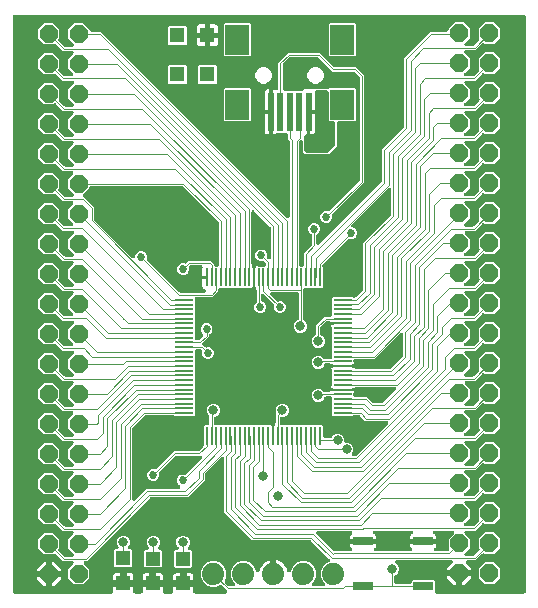
<source format=gbr>
G04 EAGLE Gerber RS-274X export*
G75*
%MOMM*%
%FSLAX34Y34*%
%LPD*%
%INTop Copper*%
%IPPOS*%
%AMOC8*
5,1,8,0,0,1.08239X$1,22.5*%
G01*
%ADD10R,0.230000X1.500000*%
%ADD11R,1.500000X0.230000*%
%ADD12R,2.000000X2.500000*%
%ADD13R,0.500000X3.300000*%
%ADD14C,1.879600*%
%ADD15R,1.308000X1.308000*%
%ADD16P,1.649562X8X292.500000*%
%ADD17R,1.200000X1.200000*%
%ADD18R,1.651000X0.762000*%
%ADD19C,0.050800*%
%ADD20C,0.812800*%
%ADD21C,0.685800*%
%ADD22C,0.889000*%

G36*
X86772Y2293D02*
X86772Y2293D01*
X86823Y2290D01*
X86945Y2312D01*
X87068Y2327D01*
X87116Y2344D01*
X87166Y2353D01*
X87280Y2402D01*
X87396Y2444D01*
X87439Y2472D01*
X87486Y2492D01*
X87585Y2566D01*
X87689Y2633D01*
X87724Y2670D01*
X87765Y2700D01*
X87845Y2795D01*
X87931Y2884D01*
X87957Y2928D01*
X87990Y2967D01*
X88046Y3077D01*
X88110Y3183D01*
X88125Y3231D01*
X88149Y3277D01*
X88178Y3397D01*
X88216Y3515D01*
X88220Y3566D01*
X88232Y3615D01*
X88234Y3739D01*
X88244Y3862D01*
X88236Y3913D01*
X88237Y3964D01*
X88193Y4204D01*
X88045Y4756D01*
X88045Y8091D01*
X95110Y8091D01*
X95136Y8094D01*
X95162Y8092D01*
X95309Y8114D01*
X95456Y8131D01*
X95481Y8139D01*
X95507Y8143D01*
X95644Y8198D01*
X95784Y8248D01*
X95806Y8262D01*
X95831Y8272D01*
X95952Y8357D01*
X96077Y8437D01*
X96095Y8456D01*
X96117Y8471D01*
X96216Y8581D01*
X96319Y8688D01*
X96333Y8710D01*
X96350Y8730D01*
X96422Y8860D01*
X96498Y8987D01*
X96506Y9012D01*
X96519Y9035D01*
X96559Y9178D01*
X96584Y9254D01*
X96588Y9243D01*
X96592Y9217D01*
X96646Y9079D01*
X96696Y8940D01*
X96711Y8918D01*
X96720Y8893D01*
X96805Y8772D01*
X96885Y8647D01*
X96904Y8629D01*
X96919Y8607D01*
X97029Y8508D01*
X97136Y8405D01*
X97159Y8391D01*
X97178Y8374D01*
X97308Y8302D01*
X97435Y8226D01*
X97460Y8218D01*
X97483Y8205D01*
X97626Y8165D01*
X97767Y8120D01*
X97793Y8117D01*
X97818Y8110D01*
X98062Y8091D01*
X105127Y8091D01*
X105127Y4756D01*
X104979Y4204D01*
X104972Y4154D01*
X104956Y4105D01*
X104946Y3982D01*
X104928Y3860D01*
X104932Y3809D01*
X104928Y3758D01*
X104946Y3635D01*
X104957Y3512D01*
X104972Y3464D01*
X104980Y3413D01*
X105025Y3298D01*
X105063Y3180D01*
X105090Y3137D01*
X105108Y3089D01*
X105179Y2988D01*
X105243Y2882D01*
X105278Y2845D01*
X105307Y2803D01*
X105399Y2720D01*
X105485Y2631D01*
X105528Y2604D01*
X105566Y2570D01*
X105674Y2510D01*
X105778Y2443D01*
X105827Y2426D01*
X105871Y2401D01*
X105990Y2368D01*
X106107Y2326D01*
X106157Y2320D01*
X106207Y2306D01*
X106450Y2287D01*
X111751Y2287D01*
X111802Y2293D01*
X111853Y2290D01*
X111975Y2312D01*
X112097Y2327D01*
X112145Y2344D01*
X112196Y2353D01*
X112309Y2402D01*
X112426Y2444D01*
X112468Y2472D01*
X112515Y2492D01*
X112614Y2566D01*
X112718Y2633D01*
X112754Y2670D01*
X112795Y2700D01*
X112874Y2795D01*
X112961Y2884D01*
X112987Y2928D01*
X113020Y2967D01*
X113076Y3077D01*
X113139Y3183D01*
X113155Y3231D01*
X113178Y3277D01*
X113208Y3397D01*
X113246Y3515D01*
X113250Y3566D01*
X113262Y3615D01*
X113264Y3739D01*
X113274Y3862D01*
X113266Y3913D01*
X113267Y3964D01*
X113223Y4204D01*
X113126Y4564D01*
X113126Y7899D01*
X120191Y7899D01*
X120217Y7902D01*
X120243Y7900D01*
X120390Y7922D01*
X120537Y7939D01*
X120562Y7947D01*
X120588Y7951D01*
X120725Y8006D01*
X120865Y8056D01*
X120887Y8070D01*
X120912Y8080D01*
X121033Y8165D01*
X121158Y8245D01*
X121176Y8264D01*
X121198Y8279D01*
X121297Y8389D01*
X121400Y8496D01*
X121414Y8518D01*
X121431Y8538D01*
X121503Y8668D01*
X121579Y8795D01*
X121587Y8820D01*
X121600Y8843D01*
X121640Y8986D01*
X121665Y9062D01*
X121669Y9051D01*
X121673Y9025D01*
X121727Y8887D01*
X121777Y8748D01*
X121792Y8726D01*
X121801Y8701D01*
X121886Y8580D01*
X121966Y8455D01*
X121985Y8437D01*
X122000Y8415D01*
X122110Y8316D01*
X122217Y8213D01*
X122240Y8199D01*
X122259Y8182D01*
X122389Y8110D01*
X122516Y8034D01*
X122541Y8026D01*
X122564Y8013D01*
X122707Y7973D01*
X122848Y7928D01*
X122874Y7925D01*
X122899Y7918D01*
X123143Y7899D01*
X130208Y7899D01*
X130208Y4564D01*
X130111Y4204D01*
X130104Y4154D01*
X130088Y4105D01*
X130079Y3982D01*
X130060Y3860D01*
X130065Y3809D01*
X130060Y3758D01*
X130079Y3635D01*
X130089Y3512D01*
X130105Y3464D01*
X130112Y3413D01*
X130158Y3298D01*
X130196Y3180D01*
X130222Y3137D01*
X130241Y3089D01*
X130311Y2988D01*
X130375Y2882D01*
X130411Y2845D01*
X130440Y2803D01*
X130532Y2720D01*
X130618Y2631D01*
X130661Y2604D01*
X130699Y2570D01*
X130807Y2510D01*
X130911Y2443D01*
X130959Y2426D01*
X131004Y2401D01*
X131123Y2367D01*
X131239Y2326D01*
X131290Y2320D01*
X131339Y2306D01*
X131583Y2287D01*
X137323Y2287D01*
X137374Y2293D01*
X137425Y2290D01*
X137547Y2312D01*
X137670Y2327D01*
X137718Y2344D01*
X137768Y2353D01*
X137881Y2402D01*
X137998Y2444D01*
X138041Y2472D01*
X138087Y2492D01*
X138187Y2566D01*
X138290Y2633D01*
X138326Y2670D01*
X138367Y2700D01*
X138447Y2795D01*
X138533Y2884D01*
X138559Y2928D01*
X138592Y2967D01*
X138648Y3077D01*
X138711Y3183D01*
X138727Y3232D01*
X138750Y3277D01*
X138780Y3397D01*
X138818Y3515D01*
X138822Y3566D01*
X138834Y3615D01*
X138836Y3739D01*
X138846Y3862D01*
X138838Y3913D01*
X138839Y3964D01*
X138795Y4204D01*
X138794Y4207D01*
X138715Y4500D01*
X138715Y7836D01*
X145780Y7836D01*
X145806Y7839D01*
X145832Y7837D01*
X145979Y7859D01*
X146126Y7876D01*
X146151Y7884D01*
X146177Y7888D01*
X146314Y7943D01*
X146454Y7993D01*
X146476Y8007D01*
X146501Y8017D01*
X146622Y8102D01*
X146747Y8182D01*
X146765Y8201D01*
X146787Y8216D01*
X146886Y8326D01*
X146989Y8433D01*
X147003Y8455D01*
X147020Y8475D01*
X147092Y8605D01*
X147168Y8732D01*
X147176Y8757D01*
X147189Y8780D01*
X147229Y8923D01*
X147254Y8999D01*
X147258Y8988D01*
X147262Y8962D01*
X147316Y8824D01*
X147366Y8685D01*
X147381Y8663D01*
X147390Y8638D01*
X147475Y8517D01*
X147555Y8392D01*
X147574Y8374D01*
X147589Y8352D01*
X147699Y8253D01*
X147806Y8150D01*
X147829Y8136D01*
X147848Y8119D01*
X147978Y8047D01*
X148105Y7971D01*
X148130Y7963D01*
X148153Y7950D01*
X148296Y7910D01*
X148437Y7865D01*
X148463Y7862D01*
X148488Y7855D01*
X148732Y7836D01*
X155797Y7836D01*
X155797Y4500D01*
X155717Y4204D01*
X155710Y4154D01*
X155694Y4105D01*
X155684Y3982D01*
X155666Y3860D01*
X155670Y3809D01*
X155666Y3758D01*
X155685Y3636D01*
X155695Y3512D01*
X155710Y3464D01*
X155718Y3413D01*
X155764Y3298D01*
X155802Y3180D01*
X155828Y3137D01*
X155847Y3089D01*
X155917Y2988D01*
X155981Y2882D01*
X156017Y2845D01*
X156046Y2803D01*
X156137Y2720D01*
X156224Y2631D01*
X156267Y2604D01*
X156304Y2570D01*
X156413Y2510D01*
X156517Y2443D01*
X156565Y2426D01*
X156609Y2401D01*
X156729Y2367D01*
X156845Y2326D01*
X156896Y2320D01*
X156945Y2306D01*
X157189Y2287D01*
X183227Y2287D01*
X183327Y2298D01*
X183427Y2300D01*
X183500Y2318D01*
X183574Y2327D01*
X183668Y2360D01*
X183765Y2385D01*
X183832Y2419D01*
X183902Y2444D01*
X183986Y2499D01*
X184075Y2545D01*
X184132Y2593D01*
X184194Y2633D01*
X184264Y2705D01*
X184341Y2770D01*
X184385Y2830D01*
X184437Y2884D01*
X184488Y2970D01*
X184548Y3051D01*
X184577Y3119D01*
X184615Y3183D01*
X184646Y3279D01*
X184686Y3371D01*
X184699Y3444D01*
X184722Y3515D01*
X184730Y3615D01*
X184748Y3714D01*
X184744Y3788D01*
X184750Y3862D01*
X184735Y3962D01*
X184730Y4062D01*
X184709Y4133D01*
X184698Y4207D01*
X184661Y4300D01*
X184633Y4397D01*
X184597Y4462D01*
X184569Y4531D01*
X184512Y4613D01*
X184463Y4701D01*
X184398Y4777D01*
X184370Y4817D01*
X184344Y4841D01*
X184304Y4887D01*
X180212Y8980D01*
X180152Y9027D01*
X180099Y9082D01*
X180016Y9135D01*
X179939Y9196D01*
X179870Y9229D01*
X179805Y9270D01*
X179713Y9303D01*
X179624Y9345D01*
X179549Y9361D01*
X179477Y9387D01*
X179379Y9398D01*
X179283Y9419D01*
X179207Y9417D01*
X179131Y9426D01*
X179033Y9414D01*
X178935Y9413D01*
X178860Y9394D01*
X178785Y9385D01*
X178643Y9339D01*
X178597Y9328D01*
X178580Y9319D01*
X178552Y9310D01*
X175084Y7873D01*
X170738Y7873D01*
X166724Y9536D01*
X163651Y12609D01*
X161988Y16623D01*
X161988Y20969D01*
X163651Y24983D01*
X166724Y28056D01*
X170738Y29719D01*
X175084Y29719D01*
X179098Y28056D01*
X182171Y24983D01*
X183834Y20969D01*
X183834Y16623D01*
X182397Y13155D01*
X182376Y13082D01*
X182346Y13011D01*
X182329Y12915D01*
X182301Y12820D01*
X182298Y12744D01*
X182284Y12668D01*
X182289Y12570D01*
X182285Y12472D01*
X182298Y12397D01*
X182302Y12320D01*
X182329Y12226D01*
X182347Y12129D01*
X182378Y12059D01*
X182399Y11986D01*
X182447Y11900D01*
X182486Y11809D01*
X182532Y11748D01*
X182569Y11681D01*
X182666Y11568D01*
X182694Y11530D01*
X182708Y11517D01*
X182727Y11495D01*
X185394Y8829D01*
X185493Y8750D01*
X185587Y8666D01*
X185629Y8642D01*
X185667Y8612D01*
X185781Y8558D01*
X185892Y8497D01*
X185938Y8484D01*
X185982Y8463D01*
X186105Y8437D01*
X186227Y8402D01*
X186288Y8397D01*
X186322Y8390D01*
X186370Y8391D01*
X186471Y8383D01*
X189600Y8383D01*
X189700Y8394D01*
X189800Y8396D01*
X189872Y8414D01*
X189946Y8423D01*
X190040Y8456D01*
X190138Y8481D01*
X190204Y8515D01*
X190274Y8540D01*
X190358Y8595D01*
X190448Y8641D01*
X190504Y8689D01*
X190567Y8729D01*
X190637Y8801D01*
X190713Y8866D01*
X190757Y8926D01*
X190809Y8980D01*
X190861Y9066D01*
X190920Y9147D01*
X190950Y9215D01*
X190988Y9279D01*
X191019Y9375D01*
X191058Y9467D01*
X191071Y9540D01*
X191094Y9611D01*
X191102Y9711D01*
X191120Y9810D01*
X191116Y9884D01*
X191122Y9958D01*
X191107Y10058D01*
X191102Y10158D01*
X191081Y10229D01*
X191070Y10303D01*
X191033Y10396D01*
X191006Y10493D01*
X190969Y10558D01*
X190942Y10627D01*
X190884Y10709D01*
X190835Y10797D01*
X190770Y10873D01*
X190743Y10913D01*
X190716Y10937D01*
X190677Y10983D01*
X189051Y12609D01*
X187388Y16623D01*
X187388Y20969D01*
X189051Y24983D01*
X192124Y28056D01*
X196138Y29719D01*
X200484Y29719D01*
X204498Y28056D01*
X207571Y24983D01*
X209144Y21184D01*
X209196Y21092D01*
X209238Y20996D01*
X209280Y20940D01*
X209314Y20880D01*
X209385Y20801D01*
X209448Y20717D01*
X209501Y20673D01*
X209548Y20621D01*
X209635Y20561D01*
X209715Y20494D01*
X209777Y20463D01*
X209835Y20423D01*
X209933Y20385D01*
X210027Y20337D01*
X210094Y20321D01*
X210159Y20295D01*
X210263Y20280D01*
X210365Y20255D01*
X210435Y20255D01*
X210504Y20245D01*
X210609Y20253D01*
X210714Y20252D01*
X210782Y20268D01*
X210851Y20273D01*
X210951Y20306D01*
X211054Y20329D01*
X211116Y20359D01*
X211183Y20381D01*
X211273Y20435D01*
X211368Y20481D01*
X211422Y20524D01*
X211481Y20560D01*
X211557Y20634D01*
X211639Y20700D01*
X211681Y20755D01*
X211731Y20803D01*
X211788Y20892D01*
X211853Y20975D01*
X211882Y21038D01*
X211919Y21096D01*
X211955Y21196D01*
X211999Y21291D01*
X212020Y21381D01*
X212036Y21425D01*
X212040Y21463D01*
X212056Y21529D01*
X212066Y21592D01*
X212647Y23379D01*
X213500Y25053D01*
X214605Y26574D01*
X215933Y27902D01*
X217453Y29007D01*
X219128Y29860D01*
X220915Y30441D01*
X221172Y30481D01*
X221172Y19812D01*
X221175Y19786D01*
X221173Y19760D01*
X221195Y19613D01*
X221212Y19466D01*
X221220Y19441D01*
X221224Y19415D01*
X221279Y19278D01*
X221329Y19138D01*
X221343Y19116D01*
X221353Y19091D01*
X221438Y18970D01*
X221518Y18845D01*
X221537Y18827D01*
X221552Y18805D01*
X221662Y18706D01*
X221769Y18603D01*
X221791Y18589D01*
X221811Y18572D01*
X221941Y18500D01*
X222068Y18424D01*
X222093Y18416D01*
X222116Y18403D01*
X222259Y18363D01*
X222400Y18318D01*
X222426Y18316D01*
X222451Y18309D01*
X222695Y18289D01*
X224727Y18289D01*
X224753Y18292D01*
X224779Y18290D01*
X224926Y18312D01*
X225073Y18329D01*
X225098Y18338D01*
X225124Y18342D01*
X225262Y18396D01*
X225401Y18446D01*
X225423Y18461D01*
X225448Y18470D01*
X225569Y18555D01*
X225694Y18635D01*
X225712Y18654D01*
X225734Y18669D01*
X225833Y18779D01*
X225936Y18886D01*
X225950Y18909D01*
X225967Y18928D01*
X226039Y19058D01*
X226115Y19185D01*
X226123Y19210D01*
X226136Y19233D01*
X226176Y19376D01*
X226221Y19517D01*
X226223Y19543D01*
X226231Y19568D01*
X226250Y19812D01*
X226250Y30481D01*
X226507Y30441D01*
X228294Y29860D01*
X229969Y29007D01*
X231489Y27902D01*
X232817Y26574D01*
X233922Y25053D01*
X234775Y23379D01*
X235356Y21592D01*
X235366Y21529D01*
X235394Y21428D01*
X235413Y21324D01*
X235441Y21260D01*
X235459Y21193D01*
X235510Y21101D01*
X235552Y21004D01*
X235593Y20948D01*
X235626Y20888D01*
X235697Y20809D01*
X235760Y20724D01*
X235813Y20680D01*
X235859Y20628D01*
X235945Y20567D01*
X236026Y20499D01*
X236087Y20468D01*
X236144Y20428D01*
X236242Y20389D01*
X236336Y20341D01*
X236403Y20324D01*
X236468Y20298D01*
X236572Y20282D01*
X236674Y20256D01*
X236743Y20255D01*
X236812Y20245D01*
X236917Y20253D01*
X237023Y20251D01*
X237090Y20266D01*
X237160Y20272D01*
X237260Y20303D01*
X237363Y20326D01*
X237426Y20356D01*
X237492Y20376D01*
X237583Y20430D01*
X237678Y20475D01*
X237732Y20519D01*
X237792Y20554D01*
X237868Y20627D01*
X237950Y20693D01*
X237993Y20747D01*
X238043Y20795D01*
X238101Y20884D01*
X238166Y20966D01*
X238208Y21049D01*
X238233Y21087D01*
X238247Y21124D01*
X238278Y21184D01*
X239851Y24983D01*
X242924Y28056D01*
X246938Y29719D01*
X251284Y29719D01*
X255298Y28056D01*
X258371Y24983D01*
X260034Y20969D01*
X260034Y16623D01*
X258371Y12609D01*
X256745Y10983D01*
X256683Y10904D01*
X256613Y10832D01*
X256575Y10768D01*
X256529Y10710D01*
X256486Y10619D01*
X256434Y10533D01*
X256411Y10462D01*
X256380Y10395D01*
X256358Y10297D01*
X256328Y10201D01*
X256322Y10127D01*
X256306Y10054D01*
X256308Y9954D01*
X256300Y9854D01*
X256311Y9780D01*
X256312Y9706D01*
X256337Y9609D01*
X256352Y9509D01*
X256379Y9440D01*
X256397Y9368D01*
X256443Y9279D01*
X256480Y9185D01*
X256523Y9124D01*
X256557Y9058D01*
X256622Y8982D01*
X256679Y8899D01*
X256734Y8849D01*
X256783Y8793D01*
X256863Y8733D01*
X256938Y8666D01*
X257003Y8630D01*
X257063Y8585D01*
X257155Y8546D01*
X257243Y8497D01*
X257315Y8477D01*
X257383Y8447D01*
X257482Y8430D01*
X257578Y8402D01*
X257678Y8394D01*
X257726Y8386D01*
X257762Y8388D01*
X257822Y8383D01*
X265800Y8383D01*
X265900Y8394D01*
X266000Y8396D01*
X266072Y8414D01*
X266146Y8423D01*
X266240Y8456D01*
X266338Y8481D01*
X266404Y8515D01*
X266474Y8540D01*
X266558Y8595D01*
X266648Y8641D01*
X266704Y8689D01*
X266767Y8729D01*
X266837Y8801D01*
X266913Y8866D01*
X266957Y8926D01*
X267009Y8980D01*
X267061Y9066D01*
X267120Y9147D01*
X267150Y9215D01*
X267188Y9279D01*
X267219Y9375D01*
X267258Y9467D01*
X267271Y9540D01*
X267294Y9611D01*
X267302Y9711D01*
X267320Y9810D01*
X267316Y9884D01*
X267322Y9958D01*
X267307Y10058D01*
X267302Y10158D01*
X267281Y10229D01*
X267270Y10303D01*
X267233Y10396D01*
X267206Y10493D01*
X267169Y10558D01*
X267142Y10627D01*
X267084Y10709D01*
X267035Y10797D01*
X266970Y10873D01*
X266943Y10913D01*
X266916Y10937D01*
X266877Y10983D01*
X265251Y12609D01*
X263588Y16623D01*
X263588Y20969D01*
X265251Y24983D01*
X268324Y28056D01*
X270662Y29025D01*
X270794Y29097D01*
X270927Y29166D01*
X270946Y29182D01*
X270967Y29194D01*
X271078Y29295D01*
X271193Y29392D01*
X271207Y29412D01*
X271225Y29428D01*
X271311Y29552D01*
X271400Y29673D01*
X271410Y29695D01*
X271423Y29715D01*
X271479Y29855D01*
X271538Y29993D01*
X271542Y30016D01*
X271551Y30039D01*
X271573Y30188D01*
X271600Y30336D01*
X271598Y30360D01*
X271602Y30384D01*
X271589Y30534D01*
X271582Y30684D01*
X271575Y30707D01*
X271573Y30731D01*
X271527Y30874D01*
X271485Y31018D01*
X271473Y31040D01*
X271466Y31063D01*
X271388Y31192D01*
X271315Y31323D01*
X271296Y31345D01*
X271286Y31361D01*
X271253Y31395D01*
X271157Y31509D01*
X255614Y47051D01*
X255515Y47130D01*
X255421Y47214D01*
X255379Y47238D01*
X255341Y47268D01*
X255227Y47322D01*
X255116Y47383D01*
X255070Y47396D01*
X255026Y47417D01*
X254903Y47443D01*
X254781Y47478D01*
X254720Y47483D01*
X254686Y47490D01*
X254638Y47489D01*
X254537Y47497D01*
X205765Y47497D01*
X204277Y48985D01*
X183605Y69657D01*
X182117Y71145D01*
X182117Y116488D01*
X182106Y116588D01*
X182104Y116688D01*
X182086Y116761D01*
X182077Y116835D01*
X182044Y116929D01*
X182019Y117026D01*
X181985Y117093D01*
X181960Y117163D01*
X181905Y117247D01*
X181859Y117336D01*
X181811Y117393D01*
X181771Y117455D01*
X181699Y117525D01*
X181634Y117602D01*
X181574Y117646D01*
X181520Y117698D01*
X181434Y117749D01*
X181353Y117809D01*
X181285Y117838D01*
X181221Y117876D01*
X181125Y117907D01*
X181033Y117947D01*
X180960Y117960D01*
X180889Y117983D01*
X180789Y117991D01*
X180690Y118009D01*
X180616Y118005D01*
X180542Y118011D01*
X180442Y117996D01*
X180342Y117991D01*
X180271Y117970D01*
X180197Y117959D01*
X180104Y117922D01*
X180007Y117894D01*
X179942Y117858D01*
X179873Y117830D01*
X179791Y117773D01*
X179703Y117724D01*
X179627Y117659D01*
X179587Y117631D01*
X179563Y117605D01*
X179517Y117565D01*
X166309Y104357D01*
X166230Y104258D01*
X166146Y104164D01*
X166122Y104122D01*
X166092Y104084D01*
X166038Y103970D01*
X165977Y103859D01*
X165964Y103813D01*
X165943Y103769D01*
X165917Y103646D01*
X165882Y103524D01*
X165877Y103463D01*
X165870Y103429D01*
X165871Y103381D01*
X165863Y103280D01*
X165863Y98196D01*
X151359Y83692D01*
X119859Y83692D01*
X119733Y83678D01*
X119607Y83671D01*
X119561Y83658D01*
X119513Y83652D01*
X119394Y83610D01*
X119272Y83575D01*
X119230Y83551D01*
X119184Y83535D01*
X119078Y83466D01*
X118968Y83405D01*
X118922Y83365D01*
X118892Y83346D01*
X118858Y83311D01*
X118782Y83246D01*
X65507Y29971D01*
X64491Y29971D01*
X64391Y29960D01*
X64291Y29958D01*
X64218Y29940D01*
X64145Y29931D01*
X64050Y29898D01*
X63953Y29873D01*
X63886Y29839D01*
X63816Y29814D01*
X63732Y29759D01*
X63643Y29713D01*
X63586Y29665D01*
X63524Y29625D01*
X63454Y29553D01*
X63377Y29488D01*
X63333Y29428D01*
X63281Y29374D01*
X63230Y29288D01*
X63170Y29207D01*
X63141Y29139D01*
X63103Y29075D01*
X63072Y28979D01*
X63032Y28887D01*
X63019Y28814D01*
X62996Y28743D01*
X62988Y28643D01*
X62971Y28544D01*
X62974Y28470D01*
X62968Y28396D01*
X62983Y28296D01*
X62988Y28196D01*
X63009Y28125D01*
X63020Y28051D01*
X63057Y27958D01*
X63085Y27861D01*
X63121Y27796D01*
X63149Y27727D01*
X63206Y27645D01*
X63255Y27557D01*
X63320Y27481D01*
X63348Y27441D01*
X63374Y27417D01*
X63414Y27371D01*
X67883Y22902D01*
X67883Y15326D01*
X62526Y9969D01*
X54950Y9969D01*
X49593Y15326D01*
X49593Y22902D01*
X54062Y27371D01*
X54125Y27449D01*
X54195Y27522D01*
X54233Y27586D01*
X54279Y27644D01*
X54322Y27735D01*
X54373Y27821D01*
X54396Y27892D01*
X54428Y27959D01*
X54449Y28057D01*
X54480Y28153D01*
X54486Y28227D01*
X54501Y28300D01*
X54500Y28400D01*
X54508Y28500D01*
X54497Y28574D01*
X54495Y28648D01*
X54471Y28745D01*
X54456Y28845D01*
X54428Y28914D01*
X54410Y28986D01*
X54364Y29076D01*
X54327Y29169D01*
X54285Y29230D01*
X54251Y29296D01*
X54185Y29373D01*
X54128Y29455D01*
X54073Y29505D01*
X54025Y29561D01*
X53944Y29621D01*
X53869Y29688D01*
X53804Y29724D01*
X53745Y29769D01*
X53652Y29808D01*
X53564Y29857D01*
X53493Y29877D01*
X53425Y29907D01*
X53326Y29924D01*
X53229Y29952D01*
X53129Y29960D01*
X53081Y29968D01*
X53046Y29966D01*
X52985Y29971D01*
X45237Y29971D01*
X43749Y31459D01*
X39560Y35649D01*
X39539Y35665D01*
X39522Y35685D01*
X39403Y35773D01*
X39287Y35865D01*
X39263Y35877D01*
X39242Y35892D01*
X39106Y35951D01*
X38972Y36014D01*
X38946Y36020D01*
X38922Y36030D01*
X38775Y36057D01*
X38631Y36088D01*
X38605Y36087D01*
X38579Y36092D01*
X38430Y36084D01*
X38282Y36082D01*
X38257Y36075D01*
X38231Y36074D01*
X38088Y36033D01*
X37944Y35997D01*
X37921Y35985D01*
X37896Y35977D01*
X37767Y35905D01*
X37635Y35837D01*
X37615Y35820D01*
X37592Y35807D01*
X37405Y35649D01*
X37126Y35369D01*
X29550Y35369D01*
X24193Y40726D01*
X24193Y48302D01*
X29550Y53659D01*
X37126Y53659D01*
X42483Y48302D01*
X42483Y40726D01*
X42075Y40319D01*
X42059Y40298D01*
X42039Y40281D01*
X41951Y40162D01*
X41859Y40046D01*
X41847Y40022D01*
X41832Y40001D01*
X41773Y39865D01*
X41710Y39730D01*
X41704Y39705D01*
X41694Y39681D01*
X41667Y39535D01*
X41636Y39390D01*
X41637Y39364D01*
X41632Y39338D01*
X41640Y39189D01*
X41642Y39041D01*
X41649Y39016D01*
X41650Y38990D01*
X41691Y38847D01*
X41727Y38703D01*
X41739Y38680D01*
X41746Y38655D01*
X41819Y38525D01*
X41887Y38394D01*
X41904Y38373D01*
X41917Y38351D01*
X42075Y38164D01*
X46265Y33975D01*
X46364Y33896D01*
X46458Y33812D01*
X46500Y33788D01*
X46538Y33758D01*
X46652Y33704D01*
X46763Y33643D01*
X46809Y33630D01*
X46853Y33609D01*
X46976Y33583D01*
X47098Y33548D01*
X47159Y33543D01*
X47193Y33536D01*
X47241Y33537D01*
X47342Y33529D01*
X53113Y33529D01*
X53213Y33540D01*
X53313Y33542D01*
X53386Y33560D01*
X53459Y33569D01*
X53554Y33602D01*
X53651Y33627D01*
X53718Y33661D01*
X53788Y33686D01*
X53872Y33741D01*
X53961Y33787D01*
X54018Y33835D01*
X54080Y33875D01*
X54150Y33947D01*
X54227Y34012D01*
X54271Y34072D01*
X54323Y34126D01*
X54374Y34212D01*
X54434Y34293D01*
X54463Y34361D01*
X54501Y34425D01*
X54532Y34521D01*
X54572Y34613D01*
X54585Y34686D01*
X54608Y34757D01*
X54616Y34857D01*
X54633Y34956D01*
X54630Y35030D01*
X54636Y35104D01*
X54621Y35204D01*
X54616Y35304D01*
X54595Y35375D01*
X54584Y35449D01*
X54547Y35542D01*
X54519Y35639D01*
X54483Y35704D01*
X54455Y35773D01*
X54398Y35855D01*
X54349Y35943D01*
X54284Y36019D01*
X54256Y36059D01*
X54230Y36083D01*
X54190Y36129D01*
X49593Y40726D01*
X49593Y48302D01*
X54062Y52771D01*
X54125Y52849D01*
X54195Y52922D01*
X54233Y52986D01*
X54279Y53044D01*
X54322Y53135D01*
X54373Y53221D01*
X54396Y53292D01*
X54428Y53359D01*
X54449Y53457D01*
X54480Y53553D01*
X54486Y53627D01*
X54501Y53700D01*
X54500Y53800D01*
X54508Y53900D01*
X54497Y53974D01*
X54495Y54048D01*
X54471Y54145D01*
X54456Y54245D01*
X54428Y54314D01*
X54410Y54386D01*
X54364Y54476D01*
X54327Y54569D01*
X54285Y54630D01*
X54251Y54696D01*
X54185Y54773D01*
X54128Y54855D01*
X54073Y54905D01*
X54025Y54961D01*
X53944Y55021D01*
X53869Y55088D01*
X53804Y55124D01*
X53745Y55169D01*
X53652Y55208D01*
X53564Y55257D01*
X53493Y55277D01*
X53425Y55307D01*
X53326Y55324D01*
X53229Y55352D01*
X53129Y55360D01*
X53081Y55368D01*
X53046Y55366D01*
X52985Y55371D01*
X45491Y55371D01*
X44003Y56859D01*
X39687Y61176D01*
X39666Y61192D01*
X39649Y61212D01*
X39530Y61300D01*
X39414Y61392D01*
X39390Y61404D01*
X39369Y61419D01*
X39232Y61478D01*
X39099Y61541D01*
X39073Y61547D01*
X39049Y61557D01*
X38902Y61584D01*
X38758Y61615D01*
X38732Y61614D01*
X38706Y61619D01*
X38557Y61611D01*
X38409Y61609D01*
X38384Y61602D01*
X38358Y61601D01*
X38216Y61560D01*
X38071Y61524D01*
X38048Y61512D01*
X38023Y61504D01*
X37894Y61432D01*
X37762Y61364D01*
X37742Y61347D01*
X37719Y61334D01*
X37532Y61176D01*
X37126Y60769D01*
X29550Y60769D01*
X24193Y66126D01*
X24193Y73702D01*
X29550Y79059D01*
X37126Y79059D01*
X42483Y73702D01*
X42483Y66126D01*
X42202Y65846D01*
X42186Y65825D01*
X42166Y65808D01*
X42078Y65689D01*
X41986Y65573D01*
X41974Y65549D01*
X41959Y65528D01*
X41900Y65392D01*
X41837Y65257D01*
X41831Y65232D01*
X41821Y65208D01*
X41794Y65062D01*
X41763Y64917D01*
X41764Y64891D01*
X41759Y64865D01*
X41767Y64716D01*
X41769Y64568D01*
X41776Y64543D01*
X41777Y64517D01*
X41818Y64374D01*
X41854Y64230D01*
X41866Y64207D01*
X41873Y64182D01*
X41946Y64052D01*
X42014Y63921D01*
X42031Y63900D01*
X42044Y63878D01*
X42156Y63745D01*
X42165Y63733D01*
X42173Y63726D01*
X42202Y63691D01*
X46519Y59375D01*
X46618Y59296D01*
X46712Y59212D01*
X46754Y59188D01*
X46792Y59158D01*
X46906Y59104D01*
X47017Y59043D01*
X47063Y59030D01*
X47107Y59009D01*
X47230Y58983D01*
X47352Y58948D01*
X47413Y58943D01*
X47447Y58936D01*
X47495Y58937D01*
X47596Y58929D01*
X53113Y58929D01*
X53213Y58940D01*
X53313Y58942D01*
X53386Y58960D01*
X53459Y58969D01*
X53554Y59002D01*
X53651Y59027D01*
X53718Y59061D01*
X53788Y59086D01*
X53872Y59141D01*
X53961Y59187D01*
X54018Y59235D01*
X54080Y59275D01*
X54150Y59347D01*
X54227Y59412D01*
X54271Y59472D01*
X54323Y59526D01*
X54374Y59612D01*
X54434Y59693D01*
X54463Y59761D01*
X54501Y59825D01*
X54532Y59921D01*
X54572Y60013D01*
X54585Y60086D01*
X54608Y60157D01*
X54616Y60257D01*
X54633Y60356D01*
X54630Y60430D01*
X54636Y60504D01*
X54621Y60604D01*
X54616Y60704D01*
X54595Y60775D01*
X54584Y60849D01*
X54547Y60942D01*
X54519Y61039D01*
X54483Y61104D01*
X54455Y61173D01*
X54398Y61255D01*
X54349Y61343D01*
X54284Y61419D01*
X54256Y61459D01*
X54230Y61483D01*
X54190Y61529D01*
X49593Y66126D01*
X49593Y73702D01*
X54062Y78171D01*
X54125Y78249D01*
X54195Y78322D01*
X54233Y78386D01*
X54279Y78444D01*
X54322Y78535D01*
X54373Y78621D01*
X54396Y78692D01*
X54428Y78759D01*
X54449Y78857D01*
X54480Y78953D01*
X54486Y79027D01*
X54501Y79100D01*
X54500Y79200D01*
X54508Y79300D01*
X54497Y79374D01*
X54495Y79448D01*
X54471Y79545D01*
X54456Y79645D01*
X54428Y79714D01*
X54410Y79786D01*
X54364Y79876D01*
X54327Y79969D01*
X54285Y80030D01*
X54251Y80096D01*
X54185Y80173D01*
X54128Y80255D01*
X54073Y80305D01*
X54025Y80361D01*
X53944Y80421D01*
X53869Y80488D01*
X53804Y80524D01*
X53745Y80569D01*
X53652Y80608D01*
X53564Y80657D01*
X53493Y80677D01*
X53425Y80707D01*
X53326Y80724D01*
X53229Y80752D01*
X53129Y80760D01*
X53081Y80768D01*
X53046Y80766D01*
X52985Y80771D01*
X45237Y80771D01*
X43749Y82259D01*
X39560Y86449D01*
X39539Y86465D01*
X39522Y86485D01*
X39403Y86573D01*
X39287Y86665D01*
X39263Y86677D01*
X39242Y86692D01*
X39106Y86751D01*
X38972Y86814D01*
X38946Y86820D01*
X38922Y86830D01*
X38775Y86857D01*
X38631Y86888D01*
X38605Y86887D01*
X38579Y86892D01*
X38430Y86884D01*
X38282Y86882D01*
X38257Y86875D01*
X38231Y86874D01*
X38088Y86833D01*
X37944Y86797D01*
X37921Y86785D01*
X37896Y86777D01*
X37767Y86705D01*
X37635Y86637D01*
X37615Y86620D01*
X37592Y86607D01*
X37405Y86449D01*
X37126Y86169D01*
X29550Y86169D01*
X24193Y91526D01*
X24193Y99102D01*
X29550Y104459D01*
X37126Y104459D01*
X42483Y99102D01*
X42483Y91526D01*
X42075Y91119D01*
X42059Y91098D01*
X42039Y91081D01*
X41951Y90962D01*
X41859Y90846D01*
X41847Y90822D01*
X41832Y90801D01*
X41773Y90665D01*
X41710Y90530D01*
X41704Y90505D01*
X41694Y90481D01*
X41667Y90335D01*
X41636Y90190D01*
X41637Y90164D01*
X41632Y90138D01*
X41640Y89989D01*
X41642Y89841D01*
X41649Y89816D01*
X41650Y89790D01*
X41691Y89647D01*
X41727Y89503D01*
X41739Y89480D01*
X41746Y89455D01*
X41819Y89325D01*
X41887Y89194D01*
X41904Y89173D01*
X41917Y89151D01*
X42075Y88964D01*
X46265Y84775D01*
X46364Y84696D01*
X46458Y84612D01*
X46500Y84588D01*
X46538Y84558D01*
X46652Y84504D01*
X46763Y84443D01*
X46809Y84430D01*
X46853Y84409D01*
X46976Y84383D01*
X47098Y84348D01*
X47159Y84343D01*
X47193Y84336D01*
X47241Y84337D01*
X47342Y84329D01*
X53113Y84329D01*
X53213Y84340D01*
X53313Y84342D01*
X53386Y84360D01*
X53459Y84369D01*
X53554Y84402D01*
X53651Y84427D01*
X53718Y84461D01*
X53788Y84486D01*
X53872Y84541D01*
X53961Y84587D01*
X54018Y84635D01*
X54080Y84675D01*
X54150Y84747D01*
X54227Y84812D01*
X54271Y84872D01*
X54323Y84926D01*
X54374Y85012D01*
X54434Y85093D01*
X54463Y85161D01*
X54501Y85225D01*
X54532Y85321D01*
X54572Y85413D01*
X54585Y85486D01*
X54608Y85557D01*
X54616Y85657D01*
X54633Y85756D01*
X54630Y85830D01*
X54636Y85904D01*
X54621Y86004D01*
X54616Y86104D01*
X54595Y86175D01*
X54584Y86249D01*
X54547Y86342D01*
X54519Y86439D01*
X54483Y86504D01*
X54455Y86573D01*
X54398Y86655D01*
X54349Y86743D01*
X54284Y86819D01*
X54256Y86859D01*
X54230Y86883D01*
X54190Y86929D01*
X49593Y91526D01*
X49593Y99102D01*
X54062Y103571D01*
X54125Y103649D01*
X54195Y103722D01*
X54233Y103786D01*
X54279Y103844D01*
X54322Y103935D01*
X54373Y104021D01*
X54396Y104092D01*
X54428Y104159D01*
X54449Y104257D01*
X54480Y104353D01*
X54486Y104427D01*
X54501Y104500D01*
X54500Y104600D01*
X54508Y104700D01*
X54497Y104774D01*
X54495Y104848D01*
X54471Y104945D01*
X54456Y105045D01*
X54428Y105114D01*
X54410Y105186D01*
X54364Y105276D01*
X54327Y105369D01*
X54285Y105430D01*
X54251Y105496D01*
X54186Y105573D01*
X54128Y105655D01*
X54073Y105705D01*
X54025Y105761D01*
X53944Y105821D01*
X53869Y105888D01*
X53804Y105924D01*
X53745Y105969D01*
X53652Y106008D01*
X53564Y106057D01*
X53493Y106077D01*
X53425Y106107D01*
X53326Y106124D01*
X53229Y106152D01*
X53129Y106160D01*
X53081Y106168D01*
X53046Y106166D01*
X52985Y106171D01*
X45237Y106171D01*
X43749Y107659D01*
X39560Y111849D01*
X39539Y111865D01*
X39522Y111885D01*
X39403Y111973D01*
X39287Y112065D01*
X39263Y112077D01*
X39242Y112092D01*
X39106Y112151D01*
X38972Y112214D01*
X38946Y112220D01*
X38922Y112230D01*
X38775Y112257D01*
X38631Y112288D01*
X38605Y112287D01*
X38579Y112292D01*
X38430Y112284D01*
X38282Y112282D01*
X38257Y112275D01*
X38231Y112274D01*
X38088Y112233D01*
X37944Y112197D01*
X37921Y112185D01*
X37896Y112177D01*
X37767Y112105D01*
X37635Y112037D01*
X37615Y112020D01*
X37592Y112007D01*
X37405Y111849D01*
X37126Y111569D01*
X29550Y111569D01*
X24193Y116926D01*
X24193Y124502D01*
X29550Y129859D01*
X37126Y129859D01*
X42483Y124502D01*
X42483Y116926D01*
X42075Y116519D01*
X42059Y116498D01*
X42039Y116481D01*
X41951Y116362D01*
X41859Y116246D01*
X41847Y116222D01*
X41832Y116201D01*
X41773Y116065D01*
X41710Y115930D01*
X41704Y115905D01*
X41694Y115881D01*
X41667Y115735D01*
X41636Y115590D01*
X41637Y115564D01*
X41632Y115538D01*
X41640Y115389D01*
X41642Y115241D01*
X41649Y115216D01*
X41650Y115190D01*
X41691Y115047D01*
X41727Y114903D01*
X41739Y114880D01*
X41746Y114855D01*
X41819Y114725D01*
X41887Y114594D01*
X41904Y114573D01*
X41917Y114551D01*
X42075Y114364D01*
X46265Y110175D01*
X46364Y110096D01*
X46458Y110012D01*
X46500Y109988D01*
X46538Y109958D01*
X46652Y109904D01*
X46763Y109843D01*
X46809Y109830D01*
X46853Y109809D01*
X46976Y109783D01*
X47098Y109748D01*
X47159Y109743D01*
X47193Y109736D01*
X47241Y109737D01*
X47342Y109729D01*
X53113Y109729D01*
X53213Y109740D01*
X53313Y109742D01*
X53386Y109760D01*
X53459Y109769D01*
X53554Y109802D01*
X53651Y109827D01*
X53718Y109861D01*
X53788Y109886D01*
X53872Y109941D01*
X53961Y109987D01*
X54018Y110035D01*
X54080Y110075D01*
X54150Y110147D01*
X54227Y110212D01*
X54271Y110272D01*
X54323Y110326D01*
X54374Y110412D01*
X54434Y110493D01*
X54463Y110561D01*
X54501Y110625D01*
X54532Y110721D01*
X54572Y110813D01*
X54585Y110886D01*
X54608Y110957D01*
X54616Y111057D01*
X54633Y111156D01*
X54630Y111230D01*
X54636Y111304D01*
X54621Y111404D01*
X54616Y111504D01*
X54595Y111575D01*
X54584Y111649D01*
X54547Y111742D01*
X54519Y111839D01*
X54483Y111904D01*
X54455Y111973D01*
X54398Y112055D01*
X54349Y112143D01*
X54284Y112219D01*
X54256Y112259D01*
X54230Y112283D01*
X54190Y112329D01*
X49593Y116926D01*
X49593Y124502D01*
X54062Y128971D01*
X54125Y129049D01*
X54195Y129122D01*
X54233Y129186D01*
X54279Y129244D01*
X54322Y129335D01*
X54373Y129421D01*
X54396Y129492D01*
X54428Y129559D01*
X54449Y129657D01*
X54480Y129753D01*
X54486Y129827D01*
X54501Y129900D01*
X54500Y130000D01*
X54508Y130100D01*
X54497Y130174D01*
X54495Y130248D01*
X54471Y130345D01*
X54456Y130445D01*
X54428Y130514D01*
X54410Y130586D01*
X54364Y130676D01*
X54327Y130769D01*
X54285Y130830D01*
X54251Y130896D01*
X54185Y130973D01*
X54128Y131055D01*
X54073Y131105D01*
X54025Y131161D01*
X53944Y131221D01*
X53869Y131288D01*
X53804Y131324D01*
X53745Y131369D01*
X53652Y131408D01*
X53564Y131457D01*
X53493Y131477D01*
X53425Y131507D01*
X53326Y131524D01*
X53229Y131552D01*
X53129Y131560D01*
X53081Y131568D01*
X53046Y131566D01*
X52985Y131571D01*
X45237Y131571D01*
X43749Y133059D01*
X39560Y137249D01*
X39539Y137265D01*
X39522Y137285D01*
X39403Y137373D01*
X39287Y137465D01*
X39263Y137477D01*
X39242Y137492D01*
X39106Y137551D01*
X38972Y137614D01*
X38946Y137620D01*
X38922Y137630D01*
X38775Y137657D01*
X38631Y137688D01*
X38605Y137687D01*
X38579Y137692D01*
X38430Y137684D01*
X38282Y137682D01*
X38257Y137675D01*
X38231Y137674D01*
X38088Y137633D01*
X37944Y137597D01*
X37921Y137585D01*
X37896Y137577D01*
X37767Y137505D01*
X37635Y137437D01*
X37615Y137420D01*
X37592Y137407D01*
X37405Y137249D01*
X37126Y136969D01*
X29550Y136969D01*
X24193Y142326D01*
X24193Y149902D01*
X29550Y155259D01*
X37126Y155259D01*
X42483Y149902D01*
X42483Y142326D01*
X42075Y141919D01*
X42059Y141898D01*
X42039Y141881D01*
X41951Y141762D01*
X41859Y141646D01*
X41847Y141622D01*
X41832Y141601D01*
X41773Y141465D01*
X41710Y141330D01*
X41704Y141305D01*
X41694Y141281D01*
X41667Y141135D01*
X41636Y140990D01*
X41637Y140964D01*
X41632Y140938D01*
X41640Y140789D01*
X41642Y140641D01*
X41649Y140616D01*
X41650Y140590D01*
X41691Y140447D01*
X41727Y140303D01*
X41739Y140280D01*
X41746Y140255D01*
X41819Y140125D01*
X41887Y139994D01*
X41904Y139973D01*
X41917Y139951D01*
X42075Y139764D01*
X46265Y135575D01*
X46364Y135496D01*
X46458Y135412D01*
X46500Y135388D01*
X46538Y135358D01*
X46652Y135304D01*
X46763Y135243D01*
X46809Y135230D01*
X46853Y135209D01*
X46976Y135183D01*
X47098Y135148D01*
X47159Y135143D01*
X47193Y135136D01*
X47241Y135137D01*
X47342Y135129D01*
X53113Y135129D01*
X53213Y135140D01*
X53313Y135142D01*
X53386Y135160D01*
X53459Y135169D01*
X53554Y135202D01*
X53651Y135227D01*
X53718Y135261D01*
X53788Y135286D01*
X53872Y135341D01*
X53961Y135387D01*
X54018Y135435D01*
X54080Y135475D01*
X54150Y135547D01*
X54227Y135612D01*
X54271Y135672D01*
X54323Y135726D01*
X54374Y135812D01*
X54434Y135893D01*
X54463Y135961D01*
X54501Y136025D01*
X54532Y136121D01*
X54572Y136213D01*
X54585Y136286D01*
X54608Y136357D01*
X54616Y136457D01*
X54633Y136556D01*
X54630Y136630D01*
X54636Y136704D01*
X54621Y136804D01*
X54616Y136904D01*
X54595Y136975D01*
X54584Y137049D01*
X54547Y137142D01*
X54519Y137239D01*
X54483Y137304D01*
X54455Y137373D01*
X54398Y137455D01*
X54349Y137543D01*
X54284Y137619D01*
X54256Y137659D01*
X54230Y137683D01*
X54190Y137729D01*
X49593Y142326D01*
X49593Y149902D01*
X53808Y154117D01*
X53871Y154195D01*
X53941Y154268D01*
X53979Y154332D01*
X54025Y154390D01*
X54068Y154481D01*
X54119Y154567D01*
X54142Y154638D01*
X54174Y154705D01*
X54195Y154803D01*
X54226Y154899D01*
X54232Y154973D01*
X54247Y155046D01*
X54246Y155146D01*
X54254Y155246D01*
X54243Y155320D01*
X54241Y155394D01*
X54217Y155491D01*
X54202Y155591D01*
X54174Y155660D01*
X54156Y155732D01*
X54110Y155822D01*
X54073Y155915D01*
X54031Y155976D01*
X53997Y156042D01*
X53931Y156119D01*
X53874Y156201D01*
X53819Y156251D01*
X53771Y156307D01*
X53690Y156367D01*
X53615Y156434D01*
X53550Y156470D01*
X53491Y156515D01*
X53398Y156554D01*
X53310Y156603D01*
X53239Y156623D01*
X53171Y156653D01*
X53072Y156670D01*
X52975Y156698D01*
X52875Y156706D01*
X52827Y156714D01*
X52792Y156712D01*
X52731Y156717D01*
X45491Y156717D01*
X44003Y158205D01*
X39560Y162649D01*
X39539Y162665D01*
X39522Y162685D01*
X39403Y162773D01*
X39287Y162865D01*
X39263Y162877D01*
X39242Y162892D01*
X39106Y162951D01*
X38972Y163014D01*
X38946Y163020D01*
X38922Y163030D01*
X38775Y163057D01*
X38631Y163088D01*
X38605Y163087D01*
X38579Y163092D01*
X38430Y163084D01*
X38282Y163082D01*
X38257Y163075D01*
X38231Y163074D01*
X38088Y163033D01*
X37944Y162997D01*
X37921Y162985D01*
X37896Y162977D01*
X37767Y162905D01*
X37635Y162837D01*
X37615Y162820D01*
X37592Y162807D01*
X37405Y162649D01*
X37126Y162369D01*
X29550Y162369D01*
X24193Y167726D01*
X24193Y175302D01*
X29550Y180659D01*
X37126Y180659D01*
X42483Y175302D01*
X42483Y167726D01*
X42075Y167319D01*
X42059Y167298D01*
X42039Y167281D01*
X41951Y167162D01*
X41859Y167046D01*
X41847Y167022D01*
X41832Y167001D01*
X41773Y166865D01*
X41710Y166730D01*
X41704Y166705D01*
X41694Y166681D01*
X41667Y166535D01*
X41636Y166390D01*
X41637Y166364D01*
X41632Y166338D01*
X41640Y166189D01*
X41642Y166041D01*
X41649Y166016D01*
X41650Y165990D01*
X41691Y165847D01*
X41727Y165703D01*
X41739Y165680D01*
X41746Y165655D01*
X41819Y165525D01*
X41887Y165394D01*
X41904Y165373D01*
X41917Y165351D01*
X42075Y165164D01*
X46519Y160721D01*
X46618Y160642D01*
X46712Y160558D01*
X46754Y160534D01*
X46792Y160504D01*
X46906Y160450D01*
X47017Y160389D01*
X47063Y160376D01*
X47107Y160355D01*
X47230Y160329D01*
X47352Y160294D01*
X47413Y160289D01*
X47447Y160282D01*
X47495Y160283D01*
X47596Y160275D01*
X53367Y160275D01*
X53467Y160286D01*
X53567Y160288D01*
X53640Y160306D01*
X53713Y160315D01*
X53808Y160348D01*
X53905Y160373D01*
X53972Y160407D01*
X54042Y160432D01*
X54126Y160487D01*
X54215Y160533D01*
X54272Y160581D01*
X54334Y160621D01*
X54404Y160693D01*
X54481Y160758D01*
X54525Y160818D01*
X54577Y160872D01*
X54628Y160958D01*
X54688Y161039D01*
X54717Y161107D01*
X54755Y161171D01*
X54786Y161267D01*
X54826Y161359D01*
X54839Y161432D01*
X54862Y161503D01*
X54870Y161603D01*
X54887Y161702D01*
X54884Y161776D01*
X54890Y161850D01*
X54875Y161950D01*
X54870Y162050D01*
X54849Y162121D01*
X54838Y162195D01*
X54801Y162288D01*
X54773Y162385D01*
X54737Y162450D01*
X54709Y162519D01*
X54652Y162601D01*
X54603Y162689D01*
X54538Y162765D01*
X54510Y162805D01*
X54484Y162829D01*
X54444Y162875D01*
X49593Y167726D01*
X49593Y175302D01*
X54062Y179771D01*
X54125Y179849D01*
X54195Y179922D01*
X54233Y179986D01*
X54279Y180044D01*
X54322Y180135D01*
X54373Y180221D01*
X54396Y180292D01*
X54428Y180359D01*
X54449Y180457D01*
X54480Y180553D01*
X54486Y180627D01*
X54501Y180700D01*
X54500Y180800D01*
X54508Y180900D01*
X54497Y180974D01*
X54495Y181048D01*
X54471Y181145D01*
X54456Y181245D01*
X54428Y181314D01*
X54410Y181386D01*
X54364Y181476D01*
X54327Y181569D01*
X54285Y181630D01*
X54251Y181696D01*
X54185Y181773D01*
X54128Y181855D01*
X54073Y181905D01*
X54025Y181961D01*
X53944Y182021D01*
X53869Y182088D01*
X53804Y182124D01*
X53745Y182169D01*
X53652Y182208D01*
X53564Y182257D01*
X53493Y182277D01*
X53425Y182307D01*
X53326Y182324D01*
X53229Y182352D01*
X53129Y182360D01*
X53081Y182368D01*
X53046Y182366D01*
X52985Y182371D01*
X45491Y182371D01*
X44003Y183859D01*
X39687Y188176D01*
X39666Y188192D01*
X39649Y188212D01*
X39530Y188300D01*
X39414Y188392D01*
X39390Y188404D01*
X39369Y188419D01*
X39232Y188478D01*
X39099Y188541D01*
X39073Y188547D01*
X39049Y188557D01*
X38902Y188584D01*
X38758Y188615D01*
X38732Y188614D01*
X38706Y188619D01*
X38557Y188611D01*
X38409Y188609D01*
X38384Y188602D01*
X38358Y188601D01*
X38216Y188560D01*
X38071Y188524D01*
X38048Y188512D01*
X38023Y188504D01*
X37894Y188432D01*
X37762Y188364D01*
X37742Y188347D01*
X37719Y188334D01*
X37532Y188176D01*
X37126Y187769D01*
X29550Y187769D01*
X24193Y193126D01*
X24193Y200702D01*
X29550Y206059D01*
X37126Y206059D01*
X42483Y200702D01*
X42483Y193126D01*
X42202Y192846D01*
X42186Y192825D01*
X42166Y192808D01*
X42078Y192689D01*
X41986Y192573D01*
X41974Y192549D01*
X41959Y192528D01*
X41900Y192392D01*
X41837Y192257D01*
X41831Y192232D01*
X41821Y192208D01*
X41794Y192062D01*
X41763Y191917D01*
X41764Y191891D01*
X41759Y191865D01*
X41767Y191716D01*
X41769Y191568D01*
X41776Y191543D01*
X41777Y191517D01*
X41818Y191374D01*
X41854Y191230D01*
X41866Y191207D01*
X41873Y191182D01*
X41946Y191052D01*
X42014Y190921D01*
X42031Y190900D01*
X42044Y190878D01*
X42202Y190691D01*
X46519Y186375D01*
X46618Y186296D01*
X46712Y186212D01*
X46754Y186188D01*
X46792Y186158D01*
X46906Y186104D01*
X47017Y186043D01*
X47063Y186030D01*
X47107Y186009D01*
X47230Y185983D01*
X47352Y185948D01*
X47413Y185943D01*
X47447Y185936D01*
X47495Y185937D01*
X47596Y185929D01*
X53113Y185929D01*
X53213Y185940D01*
X53313Y185942D01*
X53386Y185960D01*
X53459Y185969D01*
X53554Y186002D01*
X53651Y186027D01*
X53718Y186061D01*
X53788Y186086D01*
X53872Y186141D01*
X53961Y186187D01*
X54018Y186235D01*
X54080Y186275D01*
X54150Y186347D01*
X54227Y186412D01*
X54271Y186472D01*
X54323Y186526D01*
X54374Y186612D01*
X54434Y186693D01*
X54463Y186761D01*
X54501Y186825D01*
X54532Y186921D01*
X54572Y187013D01*
X54585Y187086D01*
X54608Y187157D01*
X54616Y187257D01*
X54633Y187356D01*
X54630Y187430D01*
X54636Y187504D01*
X54621Y187604D01*
X54616Y187704D01*
X54595Y187775D01*
X54584Y187849D01*
X54547Y187942D01*
X54519Y188039D01*
X54483Y188104D01*
X54455Y188173D01*
X54398Y188255D01*
X54349Y188343D01*
X54284Y188419D01*
X54256Y188459D01*
X54230Y188483D01*
X54190Y188529D01*
X49593Y193126D01*
X49593Y200702D01*
X54316Y205425D01*
X54379Y205503D01*
X54449Y205576D01*
X54487Y205640D01*
X54533Y205698D01*
X54576Y205789D01*
X54627Y205875D01*
X54650Y205946D01*
X54682Y206013D01*
X54703Y206111D01*
X54734Y206207D01*
X54740Y206281D01*
X54755Y206354D01*
X54754Y206454D01*
X54762Y206554D01*
X54751Y206628D01*
X54749Y206702D01*
X54725Y206799D01*
X54710Y206899D01*
X54682Y206968D01*
X54664Y207040D01*
X54618Y207130D01*
X54581Y207223D01*
X54539Y207284D01*
X54505Y207350D01*
X54439Y207427D01*
X54382Y207509D01*
X54327Y207559D01*
X54279Y207615D01*
X54198Y207675D01*
X54123Y207742D01*
X54058Y207778D01*
X53999Y207823D01*
X53906Y207862D01*
X53818Y207911D01*
X53747Y207931D01*
X53679Y207961D01*
X53580Y207978D01*
X53483Y208006D01*
X53383Y208014D01*
X53335Y208022D01*
X53300Y208020D01*
X53239Y208025D01*
X44983Y208025D01*
X43495Y209513D01*
X39560Y213449D01*
X39539Y213465D01*
X39522Y213485D01*
X39403Y213573D01*
X39287Y213665D01*
X39263Y213677D01*
X39242Y213692D01*
X39106Y213751D01*
X38972Y213814D01*
X38946Y213820D01*
X38922Y213830D01*
X38775Y213857D01*
X38631Y213888D01*
X38605Y213887D01*
X38579Y213892D01*
X38430Y213884D01*
X38282Y213882D01*
X38257Y213875D01*
X38231Y213874D01*
X38088Y213833D01*
X37944Y213797D01*
X37921Y213785D01*
X37896Y213777D01*
X37767Y213705D01*
X37635Y213637D01*
X37615Y213620D01*
X37592Y213607D01*
X37405Y213449D01*
X37126Y213169D01*
X29550Y213169D01*
X24193Y218526D01*
X24193Y226102D01*
X29550Y231459D01*
X37126Y231459D01*
X42483Y226102D01*
X42483Y218526D01*
X42075Y218119D01*
X42059Y218098D01*
X42039Y218081D01*
X41992Y218018D01*
X41966Y217991D01*
X41943Y217952D01*
X41859Y217846D01*
X41847Y217822D01*
X41832Y217801D01*
X41773Y217665D01*
X41710Y217530D01*
X41704Y217505D01*
X41694Y217481D01*
X41667Y217335D01*
X41636Y217190D01*
X41637Y217164D01*
X41632Y217138D01*
X41640Y216989D01*
X41642Y216841D01*
X41649Y216816D01*
X41650Y216790D01*
X41691Y216647D01*
X41727Y216503D01*
X41739Y216480D01*
X41746Y216455D01*
X41819Y216325D01*
X41887Y216194D01*
X41904Y216173D01*
X41917Y216151D01*
X42075Y215964D01*
X46011Y212029D01*
X46110Y211950D01*
X46204Y211866D01*
X46246Y211842D01*
X46284Y211812D01*
X46398Y211758D01*
X46509Y211697D01*
X46555Y211684D01*
X46599Y211663D01*
X46722Y211637D01*
X46844Y211602D01*
X46905Y211597D01*
X46939Y211590D01*
X46987Y211591D01*
X47088Y211583D01*
X52859Y211583D01*
X52959Y211594D01*
X53059Y211596D01*
X53132Y211614D01*
X53205Y211623D01*
X53300Y211656D01*
X53397Y211681D01*
X53464Y211715D01*
X53534Y211740D01*
X53618Y211795D01*
X53707Y211841D01*
X53764Y211889D01*
X53826Y211929D01*
X53896Y212001D01*
X53973Y212066D01*
X54017Y212126D01*
X54069Y212180D01*
X54120Y212266D01*
X54180Y212347D01*
X54209Y212415D01*
X54247Y212479D01*
X54278Y212575D01*
X54318Y212667D01*
X54331Y212740D01*
X54354Y212811D01*
X54362Y212911D01*
X54379Y213010D01*
X54376Y213084D01*
X54382Y213158D01*
X54367Y213258D01*
X54362Y213358D01*
X54341Y213429D01*
X54330Y213503D01*
X54293Y213596D01*
X54265Y213693D01*
X54229Y213758D01*
X54201Y213827D01*
X54144Y213909D01*
X54095Y213997D01*
X54030Y214073D01*
X54002Y214113D01*
X53976Y214137D01*
X53936Y214183D01*
X49593Y218526D01*
X49593Y226102D01*
X54316Y230825D01*
X54379Y230903D01*
X54449Y230976D01*
X54487Y231040D01*
X54533Y231098D01*
X54576Y231189D01*
X54627Y231275D01*
X54650Y231346D01*
X54682Y231413D01*
X54703Y231511D01*
X54734Y231607D01*
X54740Y231681D01*
X54755Y231754D01*
X54754Y231854D01*
X54762Y231954D01*
X54751Y232028D01*
X54749Y232102D01*
X54725Y232199D01*
X54710Y232299D01*
X54682Y232368D01*
X54664Y232440D01*
X54618Y232530D01*
X54581Y232623D01*
X54539Y232684D01*
X54505Y232750D01*
X54439Y232827D01*
X54382Y232909D01*
X54327Y232959D01*
X54279Y233015D01*
X54198Y233075D01*
X54123Y233142D01*
X54058Y233178D01*
X53999Y233223D01*
X53906Y233262D01*
X53818Y233311D01*
X53747Y233331D01*
X53679Y233361D01*
X53580Y233378D01*
X53483Y233406D01*
X53383Y233414D01*
X53335Y233422D01*
X53300Y233420D01*
X53239Y233425D01*
X45111Y233425D01*
X39624Y238913D01*
X39603Y238929D01*
X39586Y238949D01*
X39467Y239037D01*
X39351Y239129D01*
X39327Y239141D01*
X39306Y239156D01*
X39169Y239215D01*
X39036Y239278D01*
X39010Y239284D01*
X38986Y239294D01*
X38839Y239321D01*
X38695Y239352D01*
X38669Y239351D01*
X38643Y239356D01*
X38494Y239348D01*
X38346Y239346D01*
X38321Y239339D01*
X38295Y239338D01*
X38152Y239297D01*
X38008Y239261D01*
X37985Y239249D01*
X37960Y239241D01*
X37831Y239169D01*
X37699Y239101D01*
X37679Y239084D01*
X37656Y239071D01*
X37469Y238913D01*
X37126Y238569D01*
X29550Y238569D01*
X24193Y243926D01*
X24193Y251502D01*
X29550Y256859D01*
X37126Y256859D01*
X42483Y251502D01*
X42483Y243926D01*
X42139Y243583D01*
X42123Y243562D01*
X42103Y243545D01*
X42015Y243426D01*
X41923Y243310D01*
X41911Y243286D01*
X41896Y243265D01*
X41837Y243129D01*
X41774Y242994D01*
X41768Y242969D01*
X41758Y242945D01*
X41731Y242799D01*
X41700Y242654D01*
X41701Y242628D01*
X41696Y242602D01*
X41704Y242453D01*
X41706Y242305D01*
X41713Y242280D01*
X41714Y242254D01*
X41755Y242111D01*
X41791Y241967D01*
X41803Y241944D01*
X41810Y241919D01*
X41883Y241789D01*
X41951Y241658D01*
X41968Y241637D01*
X41981Y241615D01*
X42139Y241428D01*
X46139Y237429D01*
X46238Y237350D01*
X46332Y237266D01*
X46374Y237242D01*
X46412Y237212D01*
X46526Y237158D01*
X46637Y237097D01*
X46683Y237084D01*
X46727Y237063D01*
X46850Y237037D01*
X46972Y237002D01*
X47033Y236997D01*
X47067Y236990D01*
X47115Y236991D01*
X47216Y236983D01*
X52859Y236983D01*
X52959Y236994D01*
X53059Y236996D01*
X53132Y237014D01*
X53205Y237023D01*
X53300Y237056D01*
X53397Y237081D01*
X53464Y237115D01*
X53534Y237140D01*
X53618Y237195D01*
X53707Y237241D01*
X53764Y237289D01*
X53826Y237329D01*
X53896Y237401D01*
X53973Y237466D01*
X54017Y237526D01*
X54069Y237580D01*
X54120Y237666D01*
X54180Y237747D01*
X54209Y237815D01*
X54247Y237879D01*
X54278Y237975D01*
X54318Y238067D01*
X54331Y238140D01*
X54354Y238211D01*
X54362Y238311D01*
X54379Y238410D01*
X54376Y238484D01*
X54382Y238558D01*
X54367Y238658D01*
X54362Y238758D01*
X54341Y238829D01*
X54330Y238903D01*
X54293Y238996D01*
X54265Y239093D01*
X54229Y239158D01*
X54201Y239227D01*
X54144Y239309D01*
X54095Y239397D01*
X54030Y239473D01*
X54002Y239513D01*
X53976Y239537D01*
X53936Y239583D01*
X49593Y243926D01*
X49593Y251502D01*
X54062Y255971D01*
X54125Y256049D01*
X54195Y256122D01*
X54233Y256186D01*
X54279Y256244D01*
X54322Y256335D01*
X54373Y256421D01*
X54396Y256492D01*
X54428Y256559D01*
X54449Y256657D01*
X54480Y256753D01*
X54486Y256827D01*
X54501Y256900D01*
X54500Y257000D01*
X54508Y257100D01*
X54497Y257174D01*
X54495Y257248D01*
X54471Y257345D01*
X54456Y257445D01*
X54428Y257514D01*
X54410Y257586D01*
X54364Y257676D01*
X54327Y257769D01*
X54285Y257830D01*
X54251Y257896D01*
X54185Y257973D01*
X54128Y258055D01*
X54073Y258105D01*
X54025Y258161D01*
X53944Y258221D01*
X53869Y258288D01*
X53804Y258324D01*
X53745Y258369D01*
X53652Y258408D01*
X53564Y258457D01*
X53493Y258477D01*
X53425Y258507D01*
X53326Y258524D01*
X53229Y258552D01*
X53129Y258560D01*
X53081Y258568D01*
X53046Y258566D01*
X52985Y258571D01*
X45237Y258571D01*
X43749Y260059D01*
X39560Y264249D01*
X39539Y264265D01*
X39522Y264285D01*
X39403Y264373D01*
X39287Y264465D01*
X39263Y264477D01*
X39242Y264492D01*
X39106Y264551D01*
X38972Y264614D01*
X38946Y264620D01*
X38922Y264630D01*
X38775Y264657D01*
X38631Y264688D01*
X38605Y264687D01*
X38579Y264692D01*
X38430Y264684D01*
X38282Y264682D01*
X38257Y264675D01*
X38231Y264674D01*
X38088Y264633D01*
X37944Y264597D01*
X37921Y264585D01*
X37896Y264577D01*
X37767Y264505D01*
X37635Y264437D01*
X37615Y264420D01*
X37592Y264407D01*
X37405Y264249D01*
X37126Y263969D01*
X29550Y263969D01*
X24193Y269326D01*
X24193Y276902D01*
X29550Y282259D01*
X37126Y282259D01*
X42483Y276902D01*
X42483Y269326D01*
X42075Y268919D01*
X42059Y268898D01*
X42039Y268881D01*
X41951Y268762D01*
X41859Y268646D01*
X41847Y268622D01*
X41832Y268601D01*
X41773Y268465D01*
X41710Y268330D01*
X41704Y268305D01*
X41694Y268281D01*
X41667Y268135D01*
X41636Y267990D01*
X41637Y267964D01*
X41632Y267938D01*
X41640Y267789D01*
X41642Y267641D01*
X41649Y267616D01*
X41650Y267590D01*
X41691Y267447D01*
X41727Y267303D01*
X41739Y267280D01*
X41746Y267255D01*
X41819Y267125D01*
X41887Y266994D01*
X41904Y266973D01*
X41917Y266951D01*
X42075Y266764D01*
X46265Y262575D01*
X46364Y262496D01*
X46458Y262412D01*
X46500Y262388D01*
X46538Y262358D01*
X46652Y262304D01*
X46763Y262243D01*
X46809Y262230D01*
X46853Y262209D01*
X46976Y262183D01*
X47098Y262148D01*
X47159Y262143D01*
X47193Y262136D01*
X47241Y262137D01*
X47342Y262129D01*
X53113Y262129D01*
X53213Y262140D01*
X53313Y262142D01*
X53386Y262160D01*
X53459Y262169D01*
X53554Y262202D01*
X53651Y262227D01*
X53718Y262261D01*
X53788Y262286D01*
X53872Y262341D01*
X53961Y262387D01*
X54018Y262435D01*
X54080Y262475D01*
X54150Y262547D01*
X54227Y262612D01*
X54271Y262672D01*
X54323Y262726D01*
X54374Y262812D01*
X54434Y262893D01*
X54463Y262961D01*
X54501Y263025D01*
X54532Y263121D01*
X54572Y263213D01*
X54585Y263286D01*
X54608Y263357D01*
X54616Y263457D01*
X54633Y263556D01*
X54630Y263630D01*
X54636Y263704D01*
X54621Y263804D01*
X54616Y263904D01*
X54595Y263975D01*
X54584Y264049D01*
X54547Y264142D01*
X54519Y264239D01*
X54483Y264304D01*
X54455Y264373D01*
X54398Y264455D01*
X54349Y264543D01*
X54284Y264619D01*
X54256Y264659D01*
X54230Y264683D01*
X54190Y264729D01*
X49593Y269326D01*
X49593Y276902D01*
X54062Y281371D01*
X54125Y281449D01*
X54195Y281522D01*
X54233Y281586D01*
X54279Y281644D01*
X54322Y281735D01*
X54373Y281821D01*
X54396Y281892D01*
X54428Y281959D01*
X54449Y282057D01*
X54480Y282153D01*
X54486Y282227D01*
X54501Y282300D01*
X54500Y282400D01*
X54508Y282500D01*
X54497Y282574D01*
X54495Y282648D01*
X54471Y282745D01*
X54456Y282845D01*
X54428Y282914D01*
X54410Y282986D01*
X54364Y283076D01*
X54327Y283169D01*
X54285Y283230D01*
X54251Y283296D01*
X54185Y283373D01*
X54128Y283455D01*
X54073Y283505D01*
X54025Y283561D01*
X53944Y283621D01*
X53869Y283688D01*
X53804Y283724D01*
X53745Y283769D01*
X53652Y283808D01*
X53564Y283857D01*
X53493Y283877D01*
X53425Y283907D01*
X53326Y283924D01*
X53229Y283952D01*
X53129Y283960D01*
X53081Y283968D01*
X53046Y283966D01*
X52985Y283971D01*
X45491Y283971D01*
X44003Y285459D01*
X39687Y289776D01*
X39666Y289792D01*
X39649Y289812D01*
X39544Y289890D01*
X39535Y289898D01*
X39528Y289902D01*
X39414Y289992D01*
X39390Y290004D01*
X39369Y290019D01*
X39232Y290078D01*
X39099Y290141D01*
X39073Y290147D01*
X39049Y290157D01*
X38902Y290184D01*
X38758Y290215D01*
X38732Y290214D01*
X38706Y290219D01*
X38557Y290211D01*
X38409Y290209D01*
X38384Y290202D01*
X38358Y290201D01*
X38216Y290160D01*
X38071Y290124D01*
X38048Y290112D01*
X38023Y290104D01*
X37894Y290032D01*
X37762Y289964D01*
X37742Y289947D01*
X37719Y289934D01*
X37602Y289835D01*
X37601Y289835D01*
X37601Y289834D01*
X37532Y289776D01*
X37126Y289369D01*
X29550Y289369D01*
X24193Y294726D01*
X24193Y302302D01*
X29550Y307659D01*
X37126Y307659D01*
X42483Y302302D01*
X42483Y294726D01*
X42202Y294446D01*
X42186Y294425D01*
X42166Y294408D01*
X42078Y294289D01*
X41986Y294173D01*
X41974Y294149D01*
X41959Y294128D01*
X41900Y293992D01*
X41837Y293857D01*
X41831Y293832D01*
X41821Y293808D01*
X41794Y293662D01*
X41763Y293517D01*
X41764Y293491D01*
X41759Y293465D01*
X41767Y293316D01*
X41769Y293168D01*
X41776Y293143D01*
X41777Y293117D01*
X41818Y292974D01*
X41854Y292830D01*
X41866Y292807D01*
X41873Y292782D01*
X41946Y292652D01*
X42014Y292521D01*
X42031Y292500D01*
X42044Y292478D01*
X42202Y292291D01*
X46519Y287975D01*
X46618Y287896D01*
X46712Y287812D01*
X46754Y287788D01*
X46792Y287758D01*
X46906Y287704D01*
X47017Y287643D01*
X47063Y287630D01*
X47107Y287609D01*
X47230Y287583D01*
X47352Y287548D01*
X47413Y287543D01*
X47447Y287536D01*
X47495Y287537D01*
X47596Y287529D01*
X53113Y287529D01*
X53213Y287540D01*
X53313Y287542D01*
X53386Y287560D01*
X53459Y287569D01*
X53554Y287602D01*
X53651Y287627D01*
X53718Y287661D01*
X53788Y287686D01*
X53872Y287741D01*
X53961Y287787D01*
X54018Y287835D01*
X54080Y287875D01*
X54150Y287947D01*
X54227Y288012D01*
X54271Y288072D01*
X54323Y288126D01*
X54374Y288212D01*
X54434Y288293D01*
X54463Y288361D01*
X54501Y288425D01*
X54532Y288521D01*
X54572Y288613D01*
X54585Y288686D01*
X54608Y288757D01*
X54616Y288857D01*
X54633Y288956D01*
X54630Y289030D01*
X54636Y289104D01*
X54621Y289204D01*
X54616Y289304D01*
X54595Y289375D01*
X54584Y289449D01*
X54547Y289542D01*
X54519Y289639D01*
X54483Y289704D01*
X54455Y289773D01*
X54398Y289855D01*
X54349Y289943D01*
X54284Y290019D01*
X54256Y290059D01*
X54230Y290083D01*
X54190Y290129D01*
X49593Y294726D01*
X49593Y302302D01*
X54316Y307025D01*
X54379Y307103D01*
X54449Y307176D01*
X54487Y307240D01*
X54533Y307298D01*
X54576Y307389D01*
X54627Y307475D01*
X54650Y307546D01*
X54682Y307613D01*
X54703Y307711D01*
X54734Y307807D01*
X54740Y307881D01*
X54755Y307954D01*
X54754Y308054D01*
X54762Y308154D01*
X54751Y308228D01*
X54749Y308302D01*
X54725Y308399D01*
X54710Y308499D01*
X54682Y308568D01*
X54664Y308640D01*
X54618Y308730D01*
X54581Y308823D01*
X54539Y308884D01*
X54505Y308950D01*
X54439Y309027D01*
X54382Y309109D01*
X54327Y309159D01*
X54279Y309215D01*
X54198Y309275D01*
X54123Y309342D01*
X54058Y309378D01*
X53999Y309423D01*
X53906Y309462D01*
X53818Y309511D01*
X53747Y309531D01*
X53679Y309561D01*
X53580Y309578D01*
X53483Y309606D01*
X53383Y309614D01*
X53335Y309622D01*
X53300Y309620D01*
X53239Y309625D01*
X44983Y309625D01*
X43495Y311113D01*
X39560Y315049D01*
X39539Y315065D01*
X39522Y315085D01*
X39403Y315173D01*
X39287Y315265D01*
X39263Y315277D01*
X39242Y315292D01*
X39106Y315351D01*
X38972Y315414D01*
X38946Y315420D01*
X38922Y315430D01*
X38775Y315457D01*
X38631Y315488D01*
X38605Y315487D01*
X38579Y315492D01*
X38430Y315484D01*
X38282Y315482D01*
X38257Y315475D01*
X38231Y315474D01*
X38088Y315433D01*
X37944Y315397D01*
X37921Y315385D01*
X37896Y315377D01*
X37767Y315305D01*
X37635Y315237D01*
X37615Y315220D01*
X37592Y315207D01*
X37405Y315049D01*
X37126Y314769D01*
X29550Y314769D01*
X24193Y320126D01*
X24193Y327702D01*
X29550Y333059D01*
X37126Y333059D01*
X42483Y327702D01*
X42483Y320126D01*
X42075Y319719D01*
X42059Y319698D01*
X42039Y319681D01*
X41951Y319562D01*
X41859Y319446D01*
X41847Y319422D01*
X41832Y319401D01*
X41773Y319265D01*
X41710Y319130D01*
X41704Y319105D01*
X41694Y319081D01*
X41667Y318935D01*
X41636Y318790D01*
X41637Y318764D01*
X41632Y318738D01*
X41640Y318589D01*
X41642Y318441D01*
X41649Y318416D01*
X41650Y318390D01*
X41691Y318247D01*
X41727Y318103D01*
X41739Y318080D01*
X41746Y318055D01*
X41819Y317925D01*
X41887Y317794D01*
X41904Y317773D01*
X41917Y317751D01*
X42075Y317564D01*
X46011Y313629D01*
X46110Y313550D01*
X46204Y313466D01*
X46246Y313442D01*
X46284Y313412D01*
X46398Y313358D01*
X46509Y313297D01*
X46555Y313284D01*
X46599Y313263D01*
X46722Y313237D01*
X46844Y313202D01*
X46905Y313197D01*
X46939Y313190D01*
X46987Y313191D01*
X47088Y313183D01*
X52859Y313183D01*
X52959Y313194D01*
X53059Y313196D01*
X53132Y313214D01*
X53205Y313223D01*
X53300Y313256D01*
X53397Y313281D01*
X53464Y313315D01*
X53534Y313340D01*
X53618Y313395D01*
X53707Y313441D01*
X53764Y313489D01*
X53826Y313529D01*
X53896Y313601D01*
X53973Y313666D01*
X54017Y313726D01*
X54069Y313780D01*
X54120Y313866D01*
X54180Y313947D01*
X54209Y314015D01*
X54247Y314079D01*
X54278Y314175D01*
X54318Y314267D01*
X54331Y314340D01*
X54354Y314411D01*
X54362Y314511D01*
X54379Y314610D01*
X54376Y314684D01*
X54382Y314758D01*
X54367Y314858D01*
X54362Y314958D01*
X54341Y315029D01*
X54330Y315103D01*
X54293Y315196D01*
X54265Y315293D01*
X54229Y315358D01*
X54201Y315427D01*
X54144Y315509D01*
X54095Y315597D01*
X54030Y315673D01*
X54002Y315713D01*
X53976Y315737D01*
X53936Y315783D01*
X49593Y320126D01*
X49593Y327702D01*
X53808Y331917D01*
X53871Y331995D01*
X53941Y332068D01*
X53979Y332132D01*
X54025Y332190D01*
X54068Y332281D01*
X54119Y332367D01*
X54142Y332438D01*
X54174Y332505D01*
X54195Y332603D01*
X54226Y332699D01*
X54232Y332773D01*
X54247Y332846D01*
X54246Y332946D01*
X54254Y333046D01*
X54243Y333120D01*
X54241Y333194D01*
X54217Y333291D01*
X54202Y333391D01*
X54174Y333460D01*
X54156Y333532D01*
X54110Y333622D01*
X54073Y333715D01*
X54031Y333776D01*
X53997Y333842D01*
X53931Y333919D01*
X53874Y334001D01*
X53819Y334051D01*
X53771Y334107D01*
X53690Y334167D01*
X53615Y334234D01*
X53550Y334270D01*
X53491Y334315D01*
X53398Y334354D01*
X53310Y334403D01*
X53239Y334423D01*
X53171Y334453D01*
X53072Y334470D01*
X52975Y334498D01*
X52875Y334506D01*
X52827Y334514D01*
X52792Y334512D01*
X52731Y334517D01*
X45491Y334517D01*
X44003Y336005D01*
X39560Y340449D01*
X39539Y340465D01*
X39522Y340485D01*
X39403Y340573D01*
X39287Y340665D01*
X39263Y340677D01*
X39242Y340692D01*
X39106Y340751D01*
X38972Y340814D01*
X38946Y340820D01*
X38922Y340830D01*
X38775Y340857D01*
X38631Y340888D01*
X38605Y340887D01*
X38579Y340892D01*
X38430Y340884D01*
X38282Y340882D01*
X38257Y340875D01*
X38231Y340874D01*
X38088Y340833D01*
X37944Y340797D01*
X37921Y340785D01*
X37896Y340777D01*
X37767Y340705D01*
X37635Y340637D01*
X37615Y340620D01*
X37592Y340607D01*
X37405Y340449D01*
X37126Y340169D01*
X29550Y340169D01*
X24193Y345526D01*
X24193Y353102D01*
X29550Y358459D01*
X37126Y358459D01*
X42483Y353102D01*
X42483Y345526D01*
X42075Y345119D01*
X42059Y345098D01*
X42039Y345081D01*
X41951Y344962D01*
X41859Y344846D01*
X41847Y344822D01*
X41832Y344801D01*
X41773Y344665D01*
X41710Y344530D01*
X41704Y344505D01*
X41694Y344481D01*
X41667Y344335D01*
X41636Y344190D01*
X41637Y344164D01*
X41632Y344138D01*
X41640Y343989D01*
X41642Y343841D01*
X41649Y343816D01*
X41650Y343790D01*
X41691Y343647D01*
X41727Y343503D01*
X41739Y343480D01*
X41746Y343455D01*
X41819Y343325D01*
X41887Y343194D01*
X41904Y343173D01*
X41917Y343151D01*
X42075Y342964D01*
X46519Y338521D01*
X46618Y338442D01*
X46712Y338358D01*
X46754Y338334D01*
X46792Y338304D01*
X46906Y338250D01*
X47017Y338189D01*
X47063Y338176D01*
X47107Y338155D01*
X47230Y338129D01*
X47352Y338094D01*
X47413Y338089D01*
X47447Y338082D01*
X47495Y338083D01*
X47596Y338075D01*
X53367Y338075D01*
X53467Y338086D01*
X53567Y338088D01*
X53640Y338106D01*
X53713Y338115D01*
X53808Y338148D01*
X53905Y338173D01*
X53972Y338207D01*
X54042Y338232D01*
X54126Y338287D01*
X54215Y338333D01*
X54272Y338381D01*
X54334Y338421D01*
X54404Y338493D01*
X54481Y338558D01*
X54525Y338618D01*
X54577Y338672D01*
X54628Y338758D01*
X54688Y338839D01*
X54717Y338907D01*
X54755Y338971D01*
X54786Y339067D01*
X54826Y339159D01*
X54839Y339232D01*
X54862Y339303D01*
X54870Y339403D01*
X54887Y339502D01*
X54884Y339576D01*
X54890Y339650D01*
X54875Y339750D01*
X54870Y339850D01*
X54849Y339921D01*
X54838Y339995D01*
X54801Y340088D01*
X54773Y340185D01*
X54737Y340250D01*
X54709Y340319D01*
X54652Y340401D01*
X54603Y340489D01*
X54538Y340565D01*
X54510Y340605D01*
X54484Y340629D01*
X54444Y340675D01*
X49593Y345526D01*
X49593Y353102D01*
X53808Y357317D01*
X53871Y357395D01*
X53941Y357468D01*
X53979Y357532D01*
X54025Y357590D01*
X54068Y357681D01*
X54119Y357767D01*
X54142Y357838D01*
X54174Y357905D01*
X54195Y358003D01*
X54226Y358099D01*
X54232Y358173D01*
X54247Y358246D01*
X54246Y358346D01*
X54254Y358446D01*
X54243Y358520D01*
X54241Y358594D01*
X54217Y358691D01*
X54202Y358791D01*
X54174Y358860D01*
X54156Y358932D01*
X54110Y359022D01*
X54073Y359115D01*
X54031Y359176D01*
X53997Y359242D01*
X53931Y359319D01*
X53874Y359401D01*
X53819Y359451D01*
X53771Y359507D01*
X53690Y359567D01*
X53615Y359634D01*
X53550Y359670D01*
X53491Y359715D01*
X53398Y359754D01*
X53310Y359803D01*
X53239Y359823D01*
X53171Y359853D01*
X53072Y359870D01*
X52975Y359898D01*
X52875Y359906D01*
X52827Y359914D01*
X52792Y359912D01*
X52731Y359917D01*
X45745Y359917D01*
X44257Y361405D01*
X39687Y365976D01*
X39666Y365992D01*
X39649Y366012D01*
X39530Y366100D01*
X39414Y366192D01*
X39390Y366204D01*
X39369Y366219D01*
X39232Y366278D01*
X39099Y366341D01*
X39073Y366347D01*
X39049Y366357D01*
X38902Y366384D01*
X38758Y366415D01*
X38732Y366414D01*
X38706Y366419D01*
X38557Y366411D01*
X38409Y366409D01*
X38384Y366402D01*
X38358Y366401D01*
X38216Y366360D01*
X38071Y366324D01*
X38048Y366312D01*
X38023Y366304D01*
X37894Y366232D01*
X37762Y366164D01*
X37742Y366147D01*
X37719Y366134D01*
X37532Y365976D01*
X37126Y365569D01*
X29550Y365569D01*
X24193Y370926D01*
X24193Y378502D01*
X29550Y383859D01*
X37126Y383859D01*
X42483Y378502D01*
X42483Y370926D01*
X42202Y370646D01*
X42186Y370625D01*
X42166Y370608D01*
X42078Y370489D01*
X41986Y370373D01*
X41974Y370349D01*
X41959Y370328D01*
X41900Y370192D01*
X41837Y370057D01*
X41831Y370032D01*
X41821Y370008D01*
X41794Y369862D01*
X41763Y369717D01*
X41764Y369691D01*
X41759Y369665D01*
X41767Y369516D01*
X41769Y369368D01*
X41776Y369343D01*
X41777Y369317D01*
X41818Y369174D01*
X41854Y369030D01*
X41866Y369007D01*
X41873Y368982D01*
X41946Y368852D01*
X42014Y368721D01*
X42031Y368700D01*
X42044Y368678D01*
X42202Y368491D01*
X46773Y363921D01*
X46872Y363842D01*
X46966Y363758D01*
X47008Y363734D01*
X47046Y363704D01*
X47160Y363650D01*
X47271Y363589D01*
X47317Y363576D01*
X47361Y363555D01*
X47484Y363529D01*
X47606Y363494D01*
X47667Y363489D01*
X47701Y363482D01*
X47749Y363483D01*
X47850Y363475D01*
X53367Y363475D01*
X53467Y363486D01*
X53567Y363488D01*
X53640Y363506D01*
X53713Y363515D01*
X53808Y363548D01*
X53905Y363573D01*
X53972Y363607D01*
X54042Y363632D01*
X54126Y363687D01*
X54215Y363733D01*
X54272Y363781D01*
X54334Y363821D01*
X54404Y363893D01*
X54481Y363958D01*
X54525Y364018D01*
X54577Y364072D01*
X54628Y364158D01*
X54688Y364239D01*
X54717Y364307D01*
X54755Y364371D01*
X54786Y364467D01*
X54826Y364559D01*
X54839Y364632D01*
X54862Y364703D01*
X54870Y364803D01*
X54887Y364902D01*
X54884Y364976D01*
X54890Y365050D01*
X54875Y365150D01*
X54870Y365250D01*
X54849Y365321D01*
X54838Y365395D01*
X54801Y365488D01*
X54773Y365585D01*
X54737Y365650D01*
X54709Y365719D01*
X54652Y365801D01*
X54603Y365889D01*
X54538Y365965D01*
X54510Y366005D01*
X54484Y366029D01*
X54444Y366075D01*
X49593Y370926D01*
X49593Y378502D01*
X54062Y382971D01*
X54125Y383049D01*
X54195Y383122D01*
X54233Y383186D01*
X54279Y383244D01*
X54322Y383335D01*
X54373Y383421D01*
X54396Y383492D01*
X54428Y383559D01*
X54449Y383657D01*
X54480Y383753D01*
X54486Y383827D01*
X54501Y383900D01*
X54500Y384000D01*
X54508Y384100D01*
X54497Y384174D01*
X54495Y384248D01*
X54471Y384345D01*
X54456Y384445D01*
X54428Y384514D01*
X54410Y384586D01*
X54364Y384676D01*
X54327Y384769D01*
X54285Y384830D01*
X54251Y384896D01*
X54185Y384973D01*
X54128Y385055D01*
X54073Y385105D01*
X54025Y385161D01*
X53944Y385221D01*
X53869Y385288D01*
X53804Y385324D01*
X53745Y385369D01*
X53652Y385408D01*
X53564Y385457D01*
X53493Y385477D01*
X53425Y385507D01*
X53326Y385524D01*
X53229Y385552D01*
X53129Y385560D01*
X53081Y385568D01*
X53046Y385566D01*
X52985Y385571D01*
X45237Y385571D01*
X43749Y387059D01*
X39560Y391249D01*
X39539Y391265D01*
X39522Y391285D01*
X39403Y391373D01*
X39287Y391465D01*
X39263Y391477D01*
X39242Y391492D01*
X39106Y391551D01*
X38972Y391614D01*
X38946Y391620D01*
X38922Y391630D01*
X38775Y391657D01*
X38631Y391688D01*
X38605Y391687D01*
X38579Y391692D01*
X38430Y391684D01*
X38282Y391682D01*
X38257Y391675D01*
X38231Y391674D01*
X38088Y391633D01*
X37944Y391597D01*
X37921Y391585D01*
X37896Y391577D01*
X37767Y391505D01*
X37635Y391437D01*
X37615Y391420D01*
X37592Y391407D01*
X37405Y391249D01*
X37126Y390969D01*
X29550Y390969D01*
X24193Y396326D01*
X24193Y403902D01*
X29550Y409259D01*
X37126Y409259D01*
X42483Y403902D01*
X42483Y396326D01*
X42075Y395919D01*
X42059Y395898D01*
X42039Y395881D01*
X41951Y395762D01*
X41859Y395646D01*
X41847Y395622D01*
X41832Y395601D01*
X41773Y395465D01*
X41710Y395330D01*
X41704Y395305D01*
X41694Y395281D01*
X41667Y395135D01*
X41636Y394990D01*
X41637Y394964D01*
X41632Y394938D01*
X41640Y394789D01*
X41642Y394641D01*
X41649Y394616D01*
X41650Y394590D01*
X41691Y394447D01*
X41727Y394303D01*
X41739Y394280D01*
X41746Y394255D01*
X41819Y394125D01*
X41887Y393994D01*
X41904Y393973D01*
X41917Y393951D01*
X42075Y393764D01*
X46265Y389575D01*
X46364Y389496D01*
X46458Y389412D01*
X46500Y389388D01*
X46538Y389358D01*
X46652Y389304D01*
X46763Y389243D01*
X46809Y389230D01*
X46853Y389209D01*
X46976Y389183D01*
X47098Y389148D01*
X47159Y389143D01*
X47193Y389136D01*
X47241Y389137D01*
X47342Y389129D01*
X53113Y389129D01*
X53213Y389140D01*
X53313Y389142D01*
X53386Y389160D01*
X53459Y389169D01*
X53554Y389202D01*
X53651Y389227D01*
X53718Y389261D01*
X53788Y389286D01*
X53872Y389341D01*
X53961Y389387D01*
X54018Y389435D01*
X54080Y389475D01*
X54150Y389547D01*
X54227Y389612D01*
X54271Y389672D01*
X54323Y389726D01*
X54374Y389812D01*
X54434Y389893D01*
X54463Y389961D01*
X54501Y390025D01*
X54532Y390121D01*
X54572Y390213D01*
X54585Y390286D01*
X54608Y390357D01*
X54616Y390457D01*
X54633Y390556D01*
X54630Y390630D01*
X54636Y390704D01*
X54621Y390804D01*
X54616Y390904D01*
X54595Y390975D01*
X54584Y391049D01*
X54547Y391142D01*
X54519Y391239D01*
X54483Y391304D01*
X54455Y391373D01*
X54398Y391455D01*
X54349Y391543D01*
X54284Y391619D01*
X54256Y391659D01*
X54230Y391683D01*
X54190Y391729D01*
X49593Y396326D01*
X49593Y403902D01*
X54062Y408371D01*
X54125Y408449D01*
X54195Y408522D01*
X54233Y408586D01*
X54279Y408644D01*
X54322Y408735D01*
X54373Y408821D01*
X54396Y408892D01*
X54428Y408959D01*
X54449Y409057D01*
X54480Y409153D01*
X54486Y409227D01*
X54501Y409300D01*
X54500Y409400D01*
X54508Y409500D01*
X54497Y409574D01*
X54495Y409648D01*
X54471Y409745D01*
X54456Y409845D01*
X54428Y409914D01*
X54410Y409986D01*
X54364Y410076D01*
X54327Y410169D01*
X54285Y410230D01*
X54251Y410296D01*
X54185Y410373D01*
X54128Y410455D01*
X54073Y410505D01*
X54025Y410561D01*
X53944Y410621D01*
X53869Y410688D01*
X53804Y410724D01*
X53745Y410769D01*
X53652Y410808D01*
X53564Y410857D01*
X53493Y410877D01*
X53425Y410907D01*
X53326Y410924D01*
X53229Y410952D01*
X53129Y410960D01*
X53081Y410968D01*
X53046Y410966D01*
X52985Y410971D01*
X45745Y410971D01*
X44257Y412459D01*
X39814Y416903D01*
X39793Y416919D01*
X39776Y416939D01*
X39657Y417027D01*
X39541Y417119D01*
X39517Y417131D01*
X39496Y417146D01*
X39360Y417205D01*
X39226Y417268D01*
X39200Y417274D01*
X39176Y417284D01*
X39030Y417311D01*
X38885Y417342D01*
X38859Y417341D01*
X38833Y417346D01*
X38684Y417338D01*
X38536Y417336D01*
X38511Y417329D01*
X38485Y417328D01*
X38343Y417287D01*
X38198Y417251D01*
X38175Y417239D01*
X38150Y417231D01*
X38021Y417159D01*
X37889Y417091D01*
X37869Y417074D01*
X37846Y417061D01*
X37659Y416903D01*
X37126Y416369D01*
X29550Y416369D01*
X24193Y421726D01*
X24193Y429302D01*
X29550Y434659D01*
X37126Y434659D01*
X42483Y429302D01*
X42483Y421726D01*
X42329Y421573D01*
X42313Y421552D01*
X42293Y421535D01*
X42205Y421416D01*
X42113Y421300D01*
X42101Y421276D01*
X42086Y421255D01*
X42027Y421119D01*
X41964Y420984D01*
X41958Y420959D01*
X41948Y420935D01*
X41921Y420789D01*
X41890Y420644D01*
X41891Y420618D01*
X41886Y420592D01*
X41894Y420443D01*
X41896Y420295D01*
X41903Y420270D01*
X41904Y420244D01*
X41945Y420101D01*
X41981Y419957D01*
X41993Y419934D01*
X42000Y419909D01*
X42073Y419779D01*
X42141Y419648D01*
X42158Y419627D01*
X42171Y419605D01*
X42329Y419418D01*
X46773Y414975D01*
X46872Y414896D01*
X46966Y414812D01*
X47008Y414788D01*
X47046Y414758D01*
X47160Y414704D01*
X47271Y414643D01*
X47317Y414630D01*
X47361Y414609D01*
X47484Y414583D01*
X47606Y414548D01*
X47667Y414543D01*
X47701Y414536D01*
X47749Y414537D01*
X47850Y414529D01*
X53113Y414529D01*
X53213Y414540D01*
X53313Y414542D01*
X53386Y414560D01*
X53459Y414569D01*
X53554Y414602D01*
X53651Y414627D01*
X53718Y414661D01*
X53788Y414686D01*
X53872Y414741D01*
X53961Y414787D01*
X54018Y414835D01*
X54080Y414875D01*
X54150Y414947D01*
X54227Y415012D01*
X54271Y415072D01*
X54323Y415126D01*
X54374Y415212D01*
X54434Y415293D01*
X54463Y415361D01*
X54501Y415425D01*
X54532Y415521D01*
X54572Y415613D01*
X54585Y415686D01*
X54608Y415757D01*
X54616Y415857D01*
X54633Y415956D01*
X54630Y416030D01*
X54636Y416104D01*
X54621Y416204D01*
X54616Y416304D01*
X54595Y416375D01*
X54584Y416449D01*
X54547Y416542D01*
X54519Y416639D01*
X54483Y416704D01*
X54455Y416773D01*
X54398Y416855D01*
X54349Y416943D01*
X54284Y417019D01*
X54256Y417059D01*
X54230Y417083D01*
X54190Y417129D01*
X49593Y421726D01*
X49593Y429302D01*
X54316Y434025D01*
X54379Y434103D01*
X54449Y434176D01*
X54487Y434240D01*
X54533Y434298D01*
X54576Y434389D01*
X54627Y434475D01*
X54650Y434546D01*
X54682Y434613D01*
X54703Y434711D01*
X54734Y434807D01*
X54740Y434881D01*
X54755Y434954D01*
X54754Y435054D01*
X54762Y435154D01*
X54751Y435228D01*
X54749Y435302D01*
X54725Y435399D01*
X54710Y435499D01*
X54682Y435568D01*
X54664Y435640D01*
X54618Y435730D01*
X54581Y435823D01*
X54539Y435884D01*
X54505Y435950D01*
X54439Y436027D01*
X54382Y436109D01*
X54327Y436159D01*
X54279Y436215D01*
X54198Y436275D01*
X54123Y436342D01*
X54058Y436378D01*
X53999Y436423D01*
X53906Y436462D01*
X53818Y436511D01*
X53747Y436531D01*
X53679Y436561D01*
X53580Y436578D01*
X53483Y436606D01*
X53383Y436614D01*
X53335Y436622D01*
X53300Y436620D01*
X53239Y436625D01*
X44983Y436625D01*
X43495Y438113D01*
X39560Y442049D01*
X39539Y442065D01*
X39522Y442085D01*
X39403Y442173D01*
X39287Y442265D01*
X39263Y442277D01*
X39242Y442292D01*
X39106Y442351D01*
X38972Y442414D01*
X38946Y442420D01*
X38922Y442430D01*
X38775Y442457D01*
X38631Y442488D01*
X38605Y442487D01*
X38579Y442492D01*
X38430Y442484D01*
X38282Y442482D01*
X38257Y442475D01*
X38231Y442474D01*
X38088Y442433D01*
X37944Y442397D01*
X37921Y442385D01*
X37896Y442377D01*
X37767Y442305D01*
X37635Y442237D01*
X37615Y442220D01*
X37592Y442207D01*
X37405Y442049D01*
X37126Y441769D01*
X29550Y441769D01*
X24193Y447126D01*
X24193Y454702D01*
X29550Y460059D01*
X37126Y460059D01*
X42483Y454702D01*
X42483Y447126D01*
X42075Y446719D01*
X42059Y446698D01*
X42039Y446681D01*
X41951Y446562D01*
X41859Y446446D01*
X41847Y446422D01*
X41832Y446401D01*
X41773Y446265D01*
X41710Y446130D01*
X41704Y446105D01*
X41694Y446081D01*
X41667Y445935D01*
X41636Y445790D01*
X41637Y445764D01*
X41632Y445738D01*
X41640Y445589D01*
X41642Y445441D01*
X41649Y445416D01*
X41650Y445390D01*
X41691Y445247D01*
X41727Y445103D01*
X41739Y445080D01*
X41746Y445055D01*
X41819Y444925D01*
X41887Y444794D01*
X41904Y444773D01*
X41917Y444751D01*
X42075Y444564D01*
X46011Y440629D01*
X46110Y440550D01*
X46204Y440466D01*
X46246Y440442D01*
X46284Y440412D01*
X46398Y440358D01*
X46509Y440297D01*
X46555Y440284D01*
X46599Y440263D01*
X46722Y440237D01*
X46844Y440202D01*
X46905Y440197D01*
X46939Y440190D01*
X46987Y440191D01*
X47088Y440183D01*
X52859Y440183D01*
X52959Y440194D01*
X53059Y440196D01*
X53132Y440214D01*
X53205Y440223D01*
X53300Y440256D01*
X53397Y440281D01*
X53464Y440315D01*
X53534Y440340D01*
X53618Y440395D01*
X53707Y440441D01*
X53764Y440489D01*
X53826Y440529D01*
X53896Y440601D01*
X53973Y440666D01*
X54017Y440726D01*
X54069Y440780D01*
X54120Y440866D01*
X54180Y440947D01*
X54209Y441015D01*
X54247Y441079D01*
X54278Y441175D01*
X54318Y441267D01*
X54331Y441340D01*
X54354Y441411D01*
X54362Y441511D01*
X54379Y441610D01*
X54376Y441684D01*
X54382Y441758D01*
X54367Y441858D01*
X54362Y441958D01*
X54341Y442029D01*
X54330Y442103D01*
X54293Y442196D01*
X54265Y442293D01*
X54229Y442358D01*
X54201Y442427D01*
X54144Y442509D01*
X54095Y442597D01*
X54030Y442673D01*
X54002Y442713D01*
X53976Y442737D01*
X53936Y442783D01*
X49593Y447126D01*
X49593Y454702D01*
X54062Y459171D01*
X54125Y459249D01*
X54195Y459322D01*
X54233Y459386D01*
X54279Y459444D01*
X54322Y459535D01*
X54373Y459621D01*
X54396Y459692D01*
X54428Y459759D01*
X54449Y459857D01*
X54480Y459953D01*
X54486Y460027D01*
X54501Y460100D01*
X54500Y460200D01*
X54508Y460300D01*
X54497Y460374D01*
X54495Y460448D01*
X54471Y460545D01*
X54456Y460645D01*
X54428Y460714D01*
X54410Y460786D01*
X54364Y460876D01*
X54327Y460969D01*
X54285Y461030D01*
X54251Y461096D01*
X54185Y461173D01*
X54128Y461255D01*
X54073Y461305D01*
X54025Y461361D01*
X53944Y461421D01*
X53869Y461488D01*
X53804Y461524D01*
X53745Y461569D01*
X53652Y461608D01*
X53564Y461657D01*
X53493Y461677D01*
X53425Y461707D01*
X53326Y461724D01*
X53229Y461752D01*
X53129Y461760D01*
X53081Y461768D01*
X53046Y461766D01*
X52985Y461771D01*
X45237Y461771D01*
X43749Y463259D01*
X39560Y467449D01*
X39539Y467465D01*
X39522Y467485D01*
X39403Y467573D01*
X39287Y467665D01*
X39263Y467677D01*
X39242Y467692D01*
X39106Y467751D01*
X38972Y467814D01*
X38946Y467820D01*
X38922Y467830D01*
X38775Y467857D01*
X38631Y467888D01*
X38605Y467887D01*
X38579Y467892D01*
X38430Y467884D01*
X38282Y467882D01*
X38257Y467875D01*
X38231Y467874D01*
X38088Y467833D01*
X37944Y467797D01*
X37921Y467785D01*
X37896Y467777D01*
X37767Y467705D01*
X37635Y467637D01*
X37615Y467620D01*
X37592Y467607D01*
X37405Y467449D01*
X37126Y467169D01*
X29550Y467169D01*
X24193Y472526D01*
X24193Y480102D01*
X29550Y485459D01*
X37126Y485459D01*
X42483Y480102D01*
X42483Y472526D01*
X42075Y472119D01*
X42059Y472098D01*
X42039Y472081D01*
X41951Y471962D01*
X41859Y471846D01*
X41847Y471822D01*
X41832Y471801D01*
X41773Y471665D01*
X41710Y471530D01*
X41704Y471505D01*
X41694Y471481D01*
X41667Y471335D01*
X41636Y471190D01*
X41637Y471164D01*
X41632Y471138D01*
X41640Y470989D01*
X41642Y470841D01*
X41649Y470816D01*
X41650Y470790D01*
X41691Y470647D01*
X41727Y470503D01*
X41739Y470480D01*
X41746Y470455D01*
X41819Y470325D01*
X41887Y470194D01*
X41904Y470173D01*
X41917Y470151D01*
X42075Y469964D01*
X46265Y465775D01*
X46364Y465696D01*
X46458Y465612D01*
X46500Y465588D01*
X46538Y465558D01*
X46652Y465504D01*
X46763Y465443D01*
X46809Y465430D01*
X46853Y465409D01*
X46976Y465383D01*
X47098Y465348D01*
X47159Y465343D01*
X47193Y465336D01*
X47241Y465337D01*
X47342Y465329D01*
X53113Y465329D01*
X53213Y465340D01*
X53313Y465342D01*
X53386Y465360D01*
X53459Y465369D01*
X53554Y465402D01*
X53651Y465427D01*
X53718Y465461D01*
X53788Y465486D01*
X53872Y465541D01*
X53961Y465587D01*
X54018Y465635D01*
X54080Y465675D01*
X54150Y465747D01*
X54227Y465812D01*
X54271Y465872D01*
X54323Y465926D01*
X54374Y466012D01*
X54434Y466093D01*
X54463Y466161D01*
X54501Y466225D01*
X54532Y466321D01*
X54572Y466413D01*
X54585Y466486D01*
X54608Y466557D01*
X54616Y466657D01*
X54633Y466756D01*
X54630Y466830D01*
X54636Y466904D01*
X54621Y467004D01*
X54616Y467104D01*
X54595Y467175D01*
X54584Y467249D01*
X54547Y467342D01*
X54519Y467439D01*
X54483Y467504D01*
X54455Y467573D01*
X54398Y467655D01*
X54349Y467743D01*
X54284Y467819D01*
X54256Y467859D01*
X54235Y467878D01*
X54230Y467885D01*
X54221Y467894D01*
X54190Y467929D01*
X49593Y472526D01*
X49593Y480102D01*
X54950Y485459D01*
X62526Y485459D01*
X67883Y480102D01*
X67883Y479616D01*
X67886Y479590D01*
X67884Y479564D01*
X67906Y479417D01*
X67923Y479270D01*
X67931Y479245D01*
X67935Y479219D01*
X67990Y479081D01*
X68040Y478942D01*
X68054Y478920D01*
X68064Y478895D01*
X68149Y478774D01*
X68229Y478649D01*
X68248Y478631D01*
X68263Y478609D01*
X68373Y478510D01*
X68480Y478407D01*
X68502Y478393D01*
X68522Y478376D01*
X68652Y478304D01*
X68779Y478228D01*
X68804Y478220D01*
X68827Y478207D01*
X68970Y478167D01*
X69111Y478122D01*
X69137Y478120D01*
X69162Y478112D01*
X69406Y478093D01*
X77381Y478093D01*
X234886Y320588D01*
X234964Y320525D01*
X235037Y320455D01*
X235101Y320417D01*
X235159Y320371D01*
X235250Y320328D01*
X235336Y320277D01*
X235407Y320254D01*
X235474Y320222D01*
X235572Y320201D01*
X235668Y320170D01*
X235742Y320164D01*
X235815Y320149D01*
X235915Y320150D01*
X236015Y320142D01*
X236089Y320153D01*
X236163Y320155D01*
X236260Y320179D01*
X236360Y320194D01*
X236429Y320221D01*
X236501Y320240D01*
X236591Y320286D01*
X236684Y320323D01*
X236745Y320365D01*
X236811Y320399D01*
X236888Y320464D01*
X236970Y320522D01*
X237020Y320577D01*
X237076Y320625D01*
X237136Y320706D01*
X237203Y320780D01*
X237239Y320846D01*
X237284Y320905D01*
X237323Y320998D01*
X237372Y321085D01*
X237392Y321157D01*
X237422Y321225D01*
X237439Y321324D01*
X237467Y321421D01*
X237475Y321521D01*
X237483Y321568D01*
X237481Y321604D01*
X237486Y321665D01*
X237486Y384715D01*
X237472Y384841D01*
X237465Y384967D01*
X237452Y385013D01*
X237446Y385061D01*
X237404Y385180D01*
X237369Y385302D01*
X237345Y385344D01*
X237329Y385390D01*
X237260Y385496D01*
X237199Y385606D01*
X237159Y385652D01*
X237140Y385682D01*
X237105Y385716D01*
X237040Y385792D01*
X235711Y387121D01*
X235711Y390523D01*
X235708Y390549D01*
X235710Y390575D01*
X235688Y390721D01*
X235671Y390869D01*
X235663Y390894D01*
X235659Y390920D01*
X235604Y391058D01*
X235554Y391197D01*
X235540Y391219D01*
X235530Y391244D01*
X235445Y391365D01*
X235365Y391490D01*
X235346Y391508D01*
X235331Y391530D01*
X235221Y391629D01*
X235114Y391732D01*
X235092Y391746D01*
X235072Y391763D01*
X234943Y391835D01*
X234815Y391911D01*
X234790Y391919D01*
X234767Y391932D01*
X234624Y391972D01*
X234483Y392017D01*
X234457Y392019D01*
X234432Y392027D01*
X234317Y392036D01*
X234294Y392054D01*
X234270Y392065D01*
X234249Y392081D01*
X234113Y392140D01*
X233979Y392203D01*
X233953Y392209D01*
X233929Y392219D01*
X233783Y392245D01*
X233638Y392277D01*
X233612Y392276D01*
X233586Y392281D01*
X233438Y392273D01*
X233290Y392271D01*
X233264Y392264D01*
X233238Y392263D01*
X233096Y392222D01*
X232952Y392186D01*
X232929Y392174D01*
X232903Y392166D01*
X232774Y392094D01*
X232682Y392046D01*
X226689Y392046D01*
X226564Y392032D01*
X226438Y392025D01*
X226391Y392012D01*
X226343Y392006D01*
X226224Y391964D01*
X226103Y391929D01*
X226061Y391905D01*
X226015Y391889D01*
X225909Y391820D01*
X225799Y391759D01*
X225752Y391719D01*
X225722Y391700D01*
X225689Y391665D01*
X225612Y391600D01*
X225550Y391538D01*
X224971Y391203D01*
X224325Y391030D01*
X223013Y391030D01*
X223013Y410071D01*
X223013Y429112D01*
X224325Y429112D01*
X224971Y428939D01*
X225552Y428603D01*
X225622Y428573D01*
X225687Y428534D01*
X225781Y428504D01*
X225872Y428464D01*
X225947Y428451D01*
X226019Y428428D01*
X226117Y428420D01*
X226215Y428402D01*
X226291Y428406D01*
X226366Y428400D01*
X226464Y428414D01*
X226563Y428419D01*
X226636Y428440D01*
X226711Y428451D01*
X226803Y428488D01*
X226898Y428515D01*
X226964Y428552D01*
X227035Y428580D01*
X227116Y428636D01*
X227203Y428685D01*
X227259Y428736D01*
X227321Y428779D01*
X227387Y428852D01*
X227461Y428919D01*
X227504Y428981D01*
X227554Y429038D01*
X227602Y429124D01*
X227658Y429206D01*
X227686Y429276D01*
X227723Y429343D01*
X227750Y429438D01*
X227786Y429530D01*
X227797Y429605D01*
X227818Y429678D01*
X227830Y429829D01*
X227837Y429875D01*
X227835Y429894D01*
X227837Y429922D01*
X227837Y451841D01*
X236245Y460249D01*
X262611Y460249D01*
X274611Y448249D01*
X274710Y448170D01*
X274804Y448086D01*
X274846Y448062D01*
X274884Y448032D01*
X274998Y447978D01*
X275109Y447917D01*
X275155Y447904D01*
X275199Y447883D01*
X275322Y447857D01*
X275444Y447822D01*
X275505Y447817D01*
X275539Y447810D01*
X275587Y447811D01*
X275688Y447803D01*
X293853Y447803D01*
X300229Y441427D01*
X300229Y350291D01*
X273726Y323788D01*
X273678Y323729D01*
X273624Y323675D01*
X273570Y323592D01*
X273509Y323515D01*
X273477Y323446D01*
X273435Y323382D01*
X273402Y323289D01*
X273360Y323200D01*
X273344Y323126D01*
X273319Y323054D01*
X273308Y322956D01*
X273287Y322860D01*
X273288Y322783D01*
X273280Y322707D01*
X273291Y322609D01*
X273293Y322511D01*
X273312Y322437D01*
X273321Y322361D01*
X273366Y322219D01*
X273378Y322173D01*
X273387Y322156D01*
X273396Y322128D01*
X273432Y322041D01*
X273432Y320071D01*
X272678Y318250D01*
X271284Y316856D01*
X269463Y316102D01*
X267493Y316102D01*
X265672Y316856D01*
X264278Y318250D01*
X263524Y320071D01*
X263524Y322041D01*
X264278Y323862D01*
X265672Y325256D01*
X267493Y326010D01*
X269463Y326010D01*
X269550Y325974D01*
X269624Y325953D01*
X269694Y325922D01*
X269791Y325905D01*
X269885Y325878D01*
X269962Y325874D01*
X270037Y325861D01*
X270135Y325866D01*
X270234Y325861D01*
X270309Y325875D01*
X270385Y325879D01*
X270480Y325906D01*
X270576Y325924D01*
X270647Y325954D01*
X270720Y325975D01*
X270806Y326023D01*
X270896Y326062D01*
X270957Y326108D01*
X271024Y326145D01*
X271138Y326242D01*
X271176Y326270D01*
X271188Y326285D01*
X271210Y326304D01*
X296225Y351319D01*
X296304Y351418D01*
X296388Y351512D01*
X296412Y351554D01*
X296442Y351592D01*
X296496Y351706D01*
X296557Y351817D01*
X296570Y351863D01*
X296591Y351907D01*
X296617Y352030D01*
X296652Y352152D01*
X296657Y352213D01*
X296664Y352247D01*
X296663Y352295D01*
X296671Y352396D01*
X296671Y439322D01*
X296657Y439448D01*
X296650Y439574D01*
X296637Y439620D01*
X296631Y439668D01*
X296589Y439787D01*
X296554Y439909D01*
X296530Y439951D01*
X296514Y439997D01*
X296445Y440103D01*
X296384Y440213D01*
X296344Y440259D01*
X296325Y440289D01*
X296290Y440323D01*
X296225Y440399D01*
X292825Y443799D01*
X292726Y443878D01*
X292632Y443962D01*
X292590Y443986D01*
X292552Y444016D01*
X292438Y444070D01*
X292327Y444131D01*
X292281Y444144D01*
X292237Y444165D01*
X292114Y444191D01*
X291992Y444226D01*
X291931Y444231D01*
X291897Y444238D01*
X291849Y444237D01*
X291748Y444245D01*
X273583Y444245D01*
X261583Y456245D01*
X261484Y456324D01*
X261390Y456408D01*
X261348Y456432D01*
X261310Y456462D01*
X261196Y456516D01*
X261085Y456577D01*
X261039Y456590D01*
X260995Y456611D01*
X260872Y456637D01*
X260750Y456672D01*
X260689Y456677D01*
X260655Y456684D01*
X260607Y456683D01*
X260506Y456691D01*
X238350Y456691D01*
X238224Y456677D01*
X238098Y456670D01*
X238052Y456657D01*
X238004Y456651D01*
X237885Y456609D01*
X237763Y456574D01*
X237721Y456550D01*
X237675Y456534D01*
X237569Y456465D01*
X237459Y456404D01*
X237413Y456364D01*
X237383Y456345D01*
X237349Y456310D01*
X237273Y456245D01*
X231841Y450813D01*
X231762Y450714D01*
X231678Y450620D01*
X231654Y450578D01*
X231624Y450540D01*
X231570Y450426D01*
X231509Y450315D01*
X231496Y450269D01*
X231475Y450225D01*
X231449Y450102D01*
X231414Y449980D01*
X231409Y449919D01*
X231402Y449885D01*
X231403Y449837D01*
X231395Y449736D01*
X231395Y429619D01*
X231398Y429593D01*
X231396Y429567D01*
X231418Y429420D01*
X231435Y429273D01*
X231443Y429248D01*
X231447Y429222D01*
X231502Y429084D01*
X231552Y428945D01*
X231566Y428923D01*
X231576Y428898D01*
X231661Y428777D01*
X231741Y428652D01*
X231760Y428634D01*
X231775Y428612D01*
X231885Y428513D01*
X231992Y428410D01*
X232014Y428396D01*
X232034Y428379D01*
X232164Y428307D01*
X232291Y428231D01*
X232316Y428223D01*
X232339Y428210D01*
X232482Y428170D01*
X232623Y428125D01*
X232641Y428123D01*
X232686Y428088D01*
X232710Y428077D01*
X232731Y428061D01*
X232867Y428002D01*
X233001Y427939D01*
X233027Y427933D01*
X233051Y427923D01*
X233197Y427897D01*
X233342Y427865D01*
X233368Y427866D01*
X233394Y427861D01*
X233542Y427869D01*
X233690Y427871D01*
X233716Y427878D01*
X233742Y427879D01*
X233885Y427920D01*
X234028Y427956D01*
X234052Y427968D01*
X234077Y427976D01*
X234206Y428048D01*
X234298Y428096D01*
X240676Y428096D01*
X240686Y428088D01*
X240710Y428077D01*
X240731Y428061D01*
X240867Y428002D01*
X241001Y427939D01*
X241027Y427933D01*
X241051Y427923D01*
X241197Y427897D01*
X241342Y427865D01*
X241368Y427866D01*
X241394Y427861D01*
X241542Y427869D01*
X241690Y427871D01*
X241716Y427878D01*
X241742Y427879D01*
X241884Y427920D01*
X242028Y427956D01*
X242051Y427968D01*
X242077Y427976D01*
X242206Y428048D01*
X242298Y428096D01*
X247893Y428096D01*
X248019Y428110D01*
X248145Y428117D01*
X248191Y428130D01*
X248239Y428136D01*
X248358Y428178D01*
X248480Y428213D01*
X248522Y428237D01*
X248568Y428253D01*
X248674Y428322D01*
X248784Y428383D01*
X248830Y428423D01*
X248860Y428442D01*
X248894Y428477D01*
X248970Y428542D01*
X250197Y429769D01*
X270400Y429769D01*
X270526Y429783D01*
X270652Y429790D01*
X270699Y429803D01*
X270747Y429809D01*
X270866Y429851D01*
X270987Y429886D01*
X271029Y429910D01*
X271075Y429926D01*
X271181Y429995D01*
X271291Y430056D01*
X271338Y430096D01*
X292622Y430096D01*
X293515Y429203D01*
X293515Y402939D01*
X292622Y402046D01*
X278892Y402046D01*
X278866Y402043D01*
X278840Y402045D01*
X278693Y402023D01*
X278546Y402006D01*
X278521Y401998D01*
X278495Y401994D01*
X278357Y401939D01*
X278218Y401889D01*
X278196Y401875D01*
X278171Y401865D01*
X278050Y401780D01*
X277925Y401700D01*
X277907Y401681D01*
X277885Y401666D01*
X277786Y401556D01*
X277683Y401449D01*
X277669Y401427D01*
X277652Y401407D01*
X277580Y401277D01*
X277504Y401150D01*
X277496Y401125D01*
X277483Y401102D01*
X277443Y400959D01*
X277398Y400818D01*
X277396Y400792D01*
X277388Y400767D01*
X277369Y400523D01*
X277369Y381007D01*
X270503Y374141D01*
X250197Y374141D01*
X248411Y375927D01*
X248411Y384712D01*
X248400Y384812D01*
X248398Y384913D01*
X248380Y384985D01*
X248371Y385059D01*
X248338Y385153D01*
X248313Y385251D01*
X248279Y385317D01*
X248254Y385387D01*
X248199Y385471D01*
X248153Y385560D01*
X248105Y385617D01*
X248065Y385679D01*
X247993Y385749D01*
X247928Y385826D01*
X247868Y385870D01*
X247814Y385922D01*
X247728Y385973D01*
X247647Y386033D01*
X247579Y386062D01*
X247515Y386100D01*
X247420Y386131D01*
X247327Y386171D01*
X247254Y386184D01*
X247183Y386207D01*
X247083Y386215D01*
X246984Y386233D01*
X246910Y386229D01*
X246836Y386235D01*
X246737Y386220D01*
X246636Y386215D01*
X246565Y386194D01*
X246491Y386183D01*
X246398Y386146D01*
X246301Y386118D01*
X246236Y386082D01*
X246167Y386054D01*
X246085Y385997D01*
X245997Y385948D01*
X245921Y385883D01*
X245881Y385855D01*
X245857Y385829D01*
X245811Y385789D01*
X245490Y385468D01*
X245411Y385369D01*
X245327Y385275D01*
X245303Y385233D01*
X245273Y385195D01*
X245219Y385081D01*
X245158Y384970D01*
X245145Y384924D01*
X245124Y384880D01*
X245098Y384757D01*
X245063Y384635D01*
X245058Y384574D01*
X245051Y384539D01*
X245052Y384491D01*
X245044Y384391D01*
X245044Y280494D01*
X245047Y280468D01*
X245045Y280442D01*
X245067Y280295D01*
X245084Y280148D01*
X245092Y280123D01*
X245096Y280097D01*
X245151Y279959D01*
X245201Y279820D01*
X245215Y279798D01*
X245225Y279773D01*
X245310Y279652D01*
X245390Y279527D01*
X245409Y279509D01*
X245424Y279487D01*
X245534Y279388D01*
X245641Y279285D01*
X245663Y279271D01*
X245683Y279254D01*
X245813Y279182D01*
X245940Y279106D01*
X245965Y279098D01*
X245988Y279085D01*
X246131Y279045D01*
X246272Y279000D01*
X246298Y278998D01*
X246323Y278990D01*
X246567Y278971D01*
X247963Y278971D01*
X247989Y278974D01*
X248015Y278972D01*
X248162Y278994D01*
X248309Y279011D01*
X248334Y279019D01*
X248360Y279023D01*
X248498Y279078D01*
X248637Y279128D01*
X248659Y279142D01*
X248684Y279152D01*
X248805Y279237D01*
X248930Y279317D01*
X248948Y279336D01*
X248970Y279351D01*
X249069Y279461D01*
X249172Y279568D01*
X249186Y279590D01*
X249203Y279610D01*
X249275Y279740D01*
X249351Y279867D01*
X249359Y279892D01*
X249372Y279915D01*
X249412Y280058D01*
X249457Y280199D01*
X249459Y280225D01*
X249467Y280250D01*
X249486Y280494D01*
X249486Y290864D01*
X256093Y297471D01*
X256172Y297570D01*
X256256Y297664D01*
X256280Y297706D01*
X256310Y297744D01*
X256364Y297858D01*
X256425Y297969D01*
X256438Y298015D01*
X256459Y298059D01*
X256485Y298182D01*
X256520Y298304D01*
X256525Y298365D01*
X256532Y298399D01*
X256531Y298447D01*
X256539Y298548D01*
X256539Y305253D01*
X256531Y305329D01*
X256532Y305406D01*
X256511Y305502D01*
X256499Y305599D01*
X256474Y305671D01*
X256457Y305746D01*
X256415Y305835D01*
X256382Y305927D01*
X256340Y305992D01*
X256308Y306061D01*
X256246Y306138D01*
X256193Y306220D01*
X256138Y306273D01*
X256090Y306333D01*
X256013Y306394D01*
X255942Y306462D01*
X255877Y306502D01*
X255817Y306549D01*
X255684Y306617D01*
X255643Y306641D01*
X255625Y306647D01*
X255599Y306660D01*
X255512Y306696D01*
X254118Y308090D01*
X253364Y309911D01*
X253364Y311881D01*
X254118Y313702D01*
X255512Y315096D01*
X257333Y315850D01*
X259303Y315850D01*
X261124Y315096D01*
X262518Y313702D01*
X263272Y311881D01*
X263272Y309911D01*
X262518Y308090D01*
X261124Y306696D01*
X261037Y306660D01*
X260970Y306623D01*
X260899Y306595D01*
X260819Y306539D01*
X260733Y306491D01*
X260676Y306440D01*
X260613Y306396D01*
X260547Y306323D01*
X260474Y306257D01*
X260431Y306194D01*
X260380Y306137D01*
X260332Y306051D01*
X260276Y305970D01*
X260248Y305899D01*
X260211Y305832D01*
X260184Y305738D01*
X260148Y305646D01*
X260137Y305570D01*
X260116Y305497D01*
X260104Y305348D01*
X260097Y305301D01*
X260099Y305282D01*
X260097Y305253D01*
X260097Y299056D01*
X260108Y298956D01*
X260110Y298856D01*
X260128Y298783D01*
X260137Y298709D01*
X260170Y298615D01*
X260195Y298518D01*
X260229Y298451D01*
X260254Y298381D01*
X260309Y298297D01*
X260355Y298208D01*
X260403Y298151D01*
X260443Y298089D01*
X260515Y298019D01*
X260580Y297942D01*
X260640Y297898D01*
X260694Y297846D01*
X260780Y297795D01*
X260861Y297735D01*
X260929Y297706D01*
X260993Y297668D01*
X261089Y297637D01*
X261181Y297597D01*
X261254Y297584D01*
X261325Y297561D01*
X261425Y297553D01*
X261524Y297535D01*
X261598Y297539D01*
X261672Y297533D01*
X261772Y297548D01*
X261872Y297553D01*
X261943Y297574D01*
X262017Y297585D01*
X262110Y297622D01*
X262207Y297650D01*
X262272Y297686D01*
X262341Y297714D01*
X262423Y297771D01*
X262511Y297820D01*
X262587Y297885D01*
X262627Y297913D01*
X262651Y297939D01*
X262697Y297979D01*
X315275Y350557D01*
X315354Y350656D01*
X315438Y350750D01*
X315462Y350792D01*
X315492Y350830D01*
X315546Y350944D01*
X315607Y351055D01*
X315620Y351101D01*
X315641Y351145D01*
X315667Y351268D01*
X315702Y351390D01*
X315707Y351451D01*
X315714Y351485D01*
X315713Y351533D01*
X315721Y351634D01*
X315721Y378435D01*
X333817Y396531D01*
X333896Y396630D01*
X333980Y396724D01*
X334004Y396766D01*
X334034Y396804D01*
X334088Y396918D01*
X334149Y397029D01*
X334162Y397075D01*
X334183Y397119D01*
X334209Y397242D01*
X334244Y397364D01*
X334249Y397425D01*
X334256Y397459D01*
X334255Y397507D01*
X334263Y397608D01*
X334263Y455651D01*
X355153Y476541D01*
X356641Y478029D01*
X370396Y478029D01*
X370422Y478032D01*
X370448Y478030D01*
X370595Y478052D01*
X370742Y478069D01*
X370767Y478077D01*
X370793Y478081D01*
X370931Y478136D01*
X371070Y478186D01*
X371092Y478200D01*
X371117Y478210D01*
X371238Y478295D01*
X371363Y478375D01*
X371381Y478394D01*
X371403Y478409D01*
X371502Y478519D01*
X371605Y478626D01*
X371619Y478648D01*
X371636Y478668D01*
X371708Y478798D01*
X371784Y478925D01*
X371792Y478950D01*
X371805Y478973D01*
X371845Y479116D01*
X371890Y479257D01*
X371892Y479283D01*
X371900Y479308D01*
X371919Y479552D01*
X371919Y480419D01*
X377276Y485776D01*
X384852Y485776D01*
X390209Y480419D01*
X390209Y472843D01*
X385803Y468437D01*
X385740Y468359D01*
X385670Y468286D01*
X385632Y468222D01*
X385586Y468164D01*
X385543Y468073D01*
X385492Y467987D01*
X385469Y467916D01*
X385437Y467849D01*
X385416Y467751D01*
X385385Y467655D01*
X385379Y467581D01*
X385364Y467508D01*
X385365Y467408D01*
X385357Y467308D01*
X385368Y467234D01*
X385370Y467160D01*
X385394Y467063D01*
X385409Y466963D01*
X385437Y466894D01*
X385455Y466822D01*
X385501Y466732D01*
X385538Y466639D01*
X385580Y466578D01*
X385614Y466512D01*
X385680Y466435D01*
X385737Y466353D01*
X385792Y466303D01*
X385840Y466247D01*
X385921Y466187D01*
X385996Y466120D01*
X386061Y466084D01*
X386120Y466039D01*
X386213Y466000D01*
X386301Y465951D01*
X386372Y465931D01*
X386440Y465901D01*
X386539Y465884D01*
X386636Y465856D01*
X386736Y465848D01*
X386784Y465840D01*
X386819Y465842D01*
X386880Y465837D01*
X392586Y465837D01*
X392712Y465851D01*
X392838Y465858D01*
X392884Y465871D01*
X392932Y465877D01*
X393052Y465919D01*
X393173Y465954D01*
X393215Y465978D01*
X393261Y465994D01*
X393367Y466063D01*
X393477Y466124D01*
X393523Y466164D01*
X393553Y466183D01*
X393587Y466218D01*
X393663Y466283D01*
X397694Y470314D01*
X397711Y470334D01*
X397731Y470351D01*
X397819Y470471D01*
X397911Y470587D01*
X397922Y470611D01*
X397938Y470632D01*
X397997Y470768D01*
X398060Y470902D01*
X398065Y470928D01*
X398076Y470952D01*
X398102Y471098D01*
X398133Y471243D01*
X398133Y471269D01*
X398137Y471295D01*
X398130Y471443D01*
X398127Y471591D01*
X398121Y471617D01*
X398120Y471643D01*
X398079Y471785D01*
X398042Y471929D01*
X398030Y471953D01*
X398023Y471978D01*
X397951Y472107D01*
X397883Y472239D01*
X397866Y472259D01*
X397853Y472282D01*
X397694Y472468D01*
X397319Y472843D01*
X397319Y480419D01*
X402676Y485776D01*
X410252Y485776D01*
X415609Y480419D01*
X415609Y472843D01*
X410252Y467486D01*
X402676Y467486D01*
X402364Y467798D01*
X402343Y467815D01*
X402327Y467835D01*
X402207Y467923D01*
X402091Y468015D01*
X402067Y468026D01*
X402046Y468042D01*
X401910Y468100D01*
X401776Y468164D01*
X401750Y468169D01*
X401726Y468180D01*
X401580Y468206D01*
X401435Y468237D01*
X401409Y468237D01*
X401383Y468241D01*
X401235Y468234D01*
X401087Y468231D01*
X401061Y468225D01*
X401035Y468224D01*
X400892Y468182D01*
X400749Y468146D01*
X400726Y468134D01*
X400700Y468127D01*
X400571Y468055D01*
X400439Y467987D01*
X400419Y467970D01*
X400396Y467957D01*
X400210Y467798D01*
X396179Y463767D01*
X394691Y462279D01*
X386626Y462279D01*
X386526Y462268D01*
X386426Y462266D01*
X386353Y462248D01*
X386280Y462239D01*
X386185Y462206D01*
X386088Y462181D01*
X386021Y462147D01*
X385951Y462122D01*
X385867Y462067D01*
X385778Y462021D01*
X385721Y461973D01*
X385659Y461933D01*
X385589Y461861D01*
X385512Y461796D01*
X385468Y461736D01*
X385416Y461682D01*
X385365Y461596D01*
X385305Y461515D01*
X385276Y461447D01*
X385238Y461383D01*
X385207Y461287D01*
X385167Y461195D01*
X385154Y461122D01*
X385131Y461051D01*
X385123Y460951D01*
X385106Y460852D01*
X385109Y460778D01*
X385103Y460704D01*
X385118Y460604D01*
X385123Y460504D01*
X385144Y460433D01*
X385155Y460359D01*
X385192Y460266D01*
X385220Y460169D01*
X385256Y460104D01*
X385284Y460035D01*
X385341Y459953D01*
X385390Y459865D01*
X385455Y459789D01*
X385483Y459749D01*
X385509Y459725D01*
X385549Y459679D01*
X390209Y455019D01*
X390209Y447443D01*
X385549Y442783D01*
X385486Y442705D01*
X385416Y442632D01*
X385378Y442568D01*
X385332Y442510D01*
X385289Y442419D01*
X385238Y442333D01*
X385215Y442262D01*
X385183Y442195D01*
X385162Y442097D01*
X385131Y442001D01*
X385125Y441927D01*
X385110Y441854D01*
X385111Y441754D01*
X385103Y441654D01*
X385114Y441580D01*
X385116Y441506D01*
X385140Y441409D01*
X385155Y441309D01*
X385183Y441240D01*
X385201Y441168D01*
X385247Y441078D01*
X385284Y440985D01*
X385326Y440924D01*
X385360Y440858D01*
X385426Y440781D01*
X385483Y440699D01*
X385538Y440649D01*
X385586Y440593D01*
X385667Y440533D01*
X385742Y440466D01*
X385807Y440430D01*
X385866Y440385D01*
X385959Y440346D01*
X386047Y440297D01*
X386118Y440277D01*
X386186Y440247D01*
X386285Y440230D01*
X386382Y440202D01*
X386482Y440194D01*
X386530Y440186D01*
X386565Y440188D01*
X386626Y440183D01*
X392332Y440183D01*
X392458Y440197D01*
X392584Y440204D01*
X392630Y440217D01*
X392678Y440223D01*
X392798Y440265D01*
X392919Y440300D01*
X392961Y440324D01*
X393007Y440340D01*
X393113Y440409D01*
X393223Y440470D01*
X393269Y440510D01*
X393299Y440529D01*
X393333Y440564D01*
X393409Y440629D01*
X397694Y444914D01*
X397711Y444934D01*
X397731Y444951D01*
X397819Y445071D01*
X397911Y445187D01*
X397922Y445211D01*
X397938Y445232D01*
X397997Y445368D01*
X398060Y445502D01*
X398065Y445528D01*
X398076Y445552D01*
X398102Y445698D01*
X398133Y445843D01*
X398133Y445869D01*
X398137Y445895D01*
X398130Y446043D01*
X398127Y446191D01*
X398121Y446217D01*
X398120Y446243D01*
X398079Y446385D01*
X398042Y446529D01*
X398030Y446553D01*
X398023Y446578D01*
X397951Y446707D01*
X397883Y446839D01*
X397866Y446859D01*
X397853Y446882D01*
X397694Y447068D01*
X397319Y447443D01*
X397319Y455019D01*
X402676Y460376D01*
X410252Y460376D01*
X415609Y455019D01*
X415609Y447443D01*
X410252Y442086D01*
X402676Y442086D01*
X402364Y442398D01*
X402343Y442415D01*
X402327Y442435D01*
X402207Y442523D01*
X402091Y442615D01*
X402067Y442626D01*
X402046Y442642D01*
X401910Y442700D01*
X401776Y442764D01*
X401750Y442769D01*
X401726Y442780D01*
X401580Y442806D01*
X401435Y442837D01*
X401409Y442837D01*
X401383Y442841D01*
X401235Y442834D01*
X401087Y442831D01*
X401061Y442825D01*
X401035Y442824D01*
X400892Y442782D01*
X400749Y442746D01*
X400726Y442734D01*
X400700Y442727D01*
X400571Y442655D01*
X400439Y442587D01*
X400419Y442570D01*
X400396Y442557D01*
X400210Y442398D01*
X395925Y438113D01*
X394437Y436625D01*
X386880Y436625D01*
X386780Y436614D01*
X386680Y436612D01*
X386607Y436594D01*
X386534Y436585D01*
X386439Y436552D01*
X386342Y436527D01*
X386275Y436493D01*
X386205Y436468D01*
X386121Y436413D01*
X386032Y436367D01*
X385975Y436319D01*
X385913Y436279D01*
X385843Y436207D01*
X385766Y436142D01*
X385722Y436082D01*
X385670Y436028D01*
X385619Y435942D01*
X385559Y435861D01*
X385530Y435793D01*
X385492Y435729D01*
X385461Y435633D01*
X385421Y435541D01*
X385408Y435468D01*
X385385Y435397D01*
X385377Y435297D01*
X385360Y435198D01*
X385363Y435124D01*
X385357Y435050D01*
X385372Y434950D01*
X385377Y434850D01*
X385398Y434779D01*
X385409Y434705D01*
X385446Y434612D01*
X385474Y434515D01*
X385510Y434450D01*
X385538Y434381D01*
X385595Y434299D01*
X385644Y434211D01*
X385709Y434135D01*
X385737Y434095D01*
X385763Y434071D01*
X385803Y434025D01*
X390209Y429619D01*
X390209Y422043D01*
X385549Y417383D01*
X385486Y417305D01*
X385416Y417232D01*
X385378Y417168D01*
X385332Y417110D01*
X385289Y417019D01*
X385238Y416933D01*
X385215Y416862D01*
X385183Y416795D01*
X385162Y416697D01*
X385131Y416601D01*
X385125Y416527D01*
X385110Y416454D01*
X385111Y416354D01*
X385103Y416254D01*
X385114Y416180D01*
X385116Y416106D01*
X385140Y416009D01*
X385155Y415909D01*
X385183Y415840D01*
X385201Y415768D01*
X385247Y415678D01*
X385284Y415585D01*
X385326Y415524D01*
X385360Y415458D01*
X385426Y415381D01*
X385483Y415299D01*
X385538Y415249D01*
X385586Y415193D01*
X385667Y415133D01*
X385742Y415066D01*
X385807Y415030D01*
X385866Y414985D01*
X385959Y414946D01*
X386047Y414897D01*
X386118Y414877D01*
X386186Y414847D01*
X386285Y414830D01*
X386382Y414802D01*
X386482Y414794D01*
X386530Y414786D01*
X386565Y414788D01*
X386626Y414783D01*
X392586Y414783D01*
X392712Y414797D01*
X392838Y414804D01*
X392884Y414817D01*
X392932Y414823D01*
X393052Y414865D01*
X393173Y414900D01*
X393215Y414924D01*
X393261Y414940D01*
X393367Y415009D01*
X393477Y415070D01*
X393523Y415110D01*
X393553Y415129D01*
X393587Y415164D01*
X393663Y415229D01*
X397821Y419387D01*
X397838Y419407D01*
X397858Y419424D01*
X397946Y419544D01*
X398038Y419660D01*
X398049Y419684D01*
X398065Y419705D01*
X398124Y419841D01*
X398187Y419975D01*
X398192Y420001D01*
X398203Y420025D01*
X398229Y420171D01*
X398260Y420316D01*
X398260Y420342D01*
X398264Y420368D01*
X398257Y420516D01*
X398254Y420664D01*
X398248Y420690D01*
X398247Y420716D01*
X398206Y420858D01*
X398169Y421002D01*
X398157Y421026D01*
X398150Y421051D01*
X398078Y421180D01*
X398010Y421312D01*
X397993Y421332D01*
X397980Y421355D01*
X397821Y421541D01*
X397319Y422043D01*
X397319Y429619D01*
X402676Y434976D01*
X410252Y434976D01*
X415609Y429619D01*
X415609Y422043D01*
X410252Y416686D01*
X402676Y416686D01*
X402491Y416871D01*
X402471Y416888D01*
X402454Y416908D01*
X402334Y416996D01*
X402218Y417088D01*
X402194Y417099D01*
X402173Y417115D01*
X402037Y417173D01*
X401903Y417237D01*
X401877Y417242D01*
X401853Y417253D01*
X401707Y417279D01*
X401562Y417310D01*
X401536Y417310D01*
X401510Y417314D01*
X401362Y417307D01*
X401214Y417304D01*
X401188Y417298D01*
X401162Y417297D01*
X401019Y417255D01*
X400876Y417219D01*
X400853Y417207D01*
X400827Y417200D01*
X400698Y417128D01*
X400566Y417060D01*
X400546Y417043D01*
X400523Y417030D01*
X400337Y416871D01*
X396179Y412713D01*
X394691Y411225D01*
X386880Y411225D01*
X386780Y411214D01*
X386680Y411212D01*
X386607Y411194D01*
X386534Y411185D01*
X386439Y411152D01*
X386342Y411127D01*
X386275Y411093D01*
X386205Y411068D01*
X386121Y411013D01*
X386032Y410967D01*
X385975Y410919D01*
X385913Y410879D01*
X385843Y410807D01*
X385766Y410742D01*
X385722Y410682D01*
X385670Y410628D01*
X385619Y410542D01*
X385559Y410461D01*
X385530Y410393D01*
X385492Y410329D01*
X385461Y410233D01*
X385421Y410141D01*
X385408Y410068D01*
X385385Y409997D01*
X385377Y409897D01*
X385360Y409798D01*
X385363Y409724D01*
X385357Y409650D01*
X385372Y409550D01*
X385377Y409450D01*
X385398Y409379D01*
X385409Y409305D01*
X385446Y409212D01*
X385474Y409115D01*
X385510Y409050D01*
X385538Y408981D01*
X385595Y408899D01*
X385644Y408811D01*
X385709Y408735D01*
X385737Y408695D01*
X385763Y408671D01*
X385803Y408625D01*
X390209Y404219D01*
X390209Y396643D01*
X385549Y391983D01*
X385486Y391905D01*
X385416Y391832D01*
X385378Y391768D01*
X385332Y391710D01*
X385289Y391619D01*
X385238Y391533D01*
X385215Y391462D01*
X385183Y391395D01*
X385162Y391297D01*
X385131Y391201D01*
X385125Y391127D01*
X385110Y391054D01*
X385111Y390954D01*
X385103Y390854D01*
X385114Y390780D01*
X385116Y390706D01*
X385140Y390609D01*
X385155Y390509D01*
X385183Y390440D01*
X385201Y390368D01*
X385247Y390278D01*
X385284Y390185D01*
X385326Y390124D01*
X385360Y390058D01*
X385426Y389981D01*
X385483Y389899D01*
X385538Y389849D01*
X385586Y389793D01*
X385667Y389733D01*
X385742Y389666D01*
X385807Y389630D01*
X385866Y389585D01*
X385959Y389546D01*
X386047Y389497D01*
X386118Y389477D01*
X386186Y389447D01*
X386285Y389430D01*
X386382Y389402D01*
X386482Y389394D01*
X386530Y389386D01*
X386565Y389388D01*
X386626Y389383D01*
X392332Y389383D01*
X392458Y389397D01*
X392584Y389404D01*
X392630Y389417D01*
X392678Y389423D01*
X392798Y389465D01*
X392919Y389500D01*
X392961Y389524D01*
X393007Y389540D01*
X393113Y389609D01*
X393223Y389670D01*
X393269Y389710D01*
X393299Y389729D01*
X393333Y389764D01*
X393409Y389829D01*
X397694Y394114D01*
X397711Y394134D01*
X397731Y394151D01*
X397819Y394271D01*
X397911Y394387D01*
X397922Y394411D01*
X397938Y394432D01*
X397997Y394568D01*
X398060Y394702D01*
X398065Y394728D01*
X398076Y394752D01*
X398102Y394898D01*
X398133Y395043D01*
X398133Y395069D01*
X398137Y395095D01*
X398130Y395243D01*
X398127Y395391D01*
X398121Y395417D01*
X398120Y395443D01*
X398079Y395585D01*
X398042Y395729D01*
X398030Y395753D01*
X398023Y395778D01*
X397951Y395907D01*
X397883Y396039D01*
X397866Y396059D01*
X397853Y396082D01*
X397694Y396268D01*
X397319Y396643D01*
X397319Y404219D01*
X402676Y409576D01*
X410252Y409576D01*
X415609Y404219D01*
X415609Y396643D01*
X410252Y391286D01*
X402676Y391286D01*
X402364Y391598D01*
X402343Y391615D01*
X402327Y391635D01*
X402208Y391722D01*
X402091Y391815D01*
X402067Y391826D01*
X402046Y391842D01*
X401910Y391900D01*
X401776Y391964D01*
X401750Y391969D01*
X401726Y391980D01*
X401580Y392006D01*
X401435Y392037D01*
X401409Y392037D01*
X401383Y392041D01*
X401235Y392034D01*
X401087Y392031D01*
X401061Y392025D01*
X401035Y392024D01*
X400892Y391982D01*
X400749Y391946D01*
X400726Y391934D01*
X400700Y391927D01*
X400571Y391855D01*
X400439Y391787D01*
X400419Y391770D01*
X400396Y391757D01*
X400210Y391598D01*
X395925Y387313D01*
X394437Y385825D01*
X386880Y385825D01*
X386780Y385814D01*
X386680Y385812D01*
X386607Y385794D01*
X386534Y385785D01*
X386439Y385752D01*
X386342Y385727D01*
X386275Y385693D01*
X386205Y385668D01*
X386121Y385613D01*
X386032Y385567D01*
X385975Y385519D01*
X385913Y385479D01*
X385843Y385407D01*
X385766Y385342D01*
X385722Y385282D01*
X385670Y385228D01*
X385619Y385142D01*
X385559Y385061D01*
X385530Y384993D01*
X385492Y384929D01*
X385461Y384833D01*
X385421Y384741D01*
X385408Y384668D01*
X385385Y384597D01*
X385377Y384497D01*
X385360Y384398D01*
X385363Y384324D01*
X385357Y384250D01*
X385372Y384150D01*
X385377Y384050D01*
X385398Y383979D01*
X385409Y383905D01*
X385446Y383812D01*
X385474Y383715D01*
X385510Y383650D01*
X385538Y383581D01*
X385595Y383499D01*
X385644Y383411D01*
X385709Y383335D01*
X385737Y383295D01*
X385763Y383271D01*
X385803Y383225D01*
X390209Y378819D01*
X390209Y371243D01*
X385549Y366583D01*
X385486Y366505D01*
X385416Y366432D01*
X385378Y366368D01*
X385332Y366310D01*
X385289Y366219D01*
X385238Y366133D01*
X385215Y366062D01*
X385183Y365995D01*
X385162Y365897D01*
X385131Y365801D01*
X385125Y365727D01*
X385110Y365654D01*
X385111Y365554D01*
X385103Y365454D01*
X385114Y365380D01*
X385116Y365306D01*
X385140Y365209D01*
X385155Y365109D01*
X385183Y365040D01*
X385201Y364968D01*
X385247Y364878D01*
X385284Y364785D01*
X385326Y364724D01*
X385360Y364658D01*
X385426Y364581D01*
X385483Y364499D01*
X385538Y364449D01*
X385586Y364393D01*
X385667Y364333D01*
X385742Y364266D01*
X385807Y364230D01*
X385866Y364185D01*
X385959Y364146D01*
X386047Y364097D01*
X386118Y364077D01*
X386186Y364047D01*
X386285Y364030D01*
X386382Y364002D01*
X386482Y363994D01*
X386530Y363986D01*
X386565Y363988D01*
X386626Y363983D01*
X392332Y363983D01*
X392458Y363997D01*
X392584Y364004D01*
X392630Y364017D01*
X392678Y364023D01*
X392798Y364065D01*
X392919Y364100D01*
X392961Y364124D01*
X393007Y364140D01*
X393113Y364209D01*
X393223Y364270D01*
X393269Y364310D01*
X393299Y364329D01*
X393333Y364364D01*
X393409Y364429D01*
X397694Y368714D01*
X397711Y368734D01*
X397731Y368751D01*
X397819Y368871D01*
X397911Y368987D01*
X397922Y369011D01*
X397938Y369032D01*
X397997Y369168D01*
X398060Y369302D01*
X398065Y369328D01*
X398076Y369352D01*
X398102Y369498D01*
X398133Y369643D01*
X398133Y369669D01*
X398137Y369695D01*
X398130Y369843D01*
X398127Y369991D01*
X398121Y370017D01*
X398120Y370043D01*
X398079Y370185D01*
X398042Y370329D01*
X398030Y370353D01*
X398023Y370378D01*
X397951Y370507D01*
X397883Y370639D01*
X397866Y370659D01*
X397853Y370682D01*
X397694Y370868D01*
X397319Y371243D01*
X397319Y378819D01*
X402676Y384176D01*
X410252Y384176D01*
X415609Y378819D01*
X415609Y371243D01*
X410252Y365886D01*
X402676Y365886D01*
X402364Y366198D01*
X402343Y366215D01*
X402327Y366235D01*
X402207Y366323D01*
X402091Y366415D01*
X402067Y366426D01*
X402046Y366442D01*
X401910Y366500D01*
X401776Y366564D01*
X401750Y366569D01*
X401726Y366580D01*
X401580Y366606D01*
X401435Y366637D01*
X401409Y366637D01*
X401383Y366641D01*
X401235Y366634D01*
X401087Y366631D01*
X401061Y366625D01*
X401035Y366624D01*
X400892Y366582D01*
X400749Y366546D01*
X400726Y366534D01*
X400700Y366527D01*
X400571Y366455D01*
X400439Y366387D01*
X400419Y366370D01*
X400396Y366357D01*
X400210Y366198D01*
X395925Y361913D01*
X394437Y360425D01*
X386880Y360425D01*
X386780Y360414D01*
X386680Y360412D01*
X386607Y360394D01*
X386534Y360385D01*
X386439Y360352D01*
X386342Y360327D01*
X386275Y360293D01*
X386205Y360268D01*
X386121Y360213D01*
X386032Y360167D01*
X385975Y360119D01*
X385913Y360079D01*
X385843Y360007D01*
X385766Y359942D01*
X385722Y359882D01*
X385670Y359828D01*
X385619Y359742D01*
X385559Y359661D01*
X385530Y359593D01*
X385492Y359529D01*
X385461Y359433D01*
X385421Y359341D01*
X385408Y359268D01*
X385385Y359197D01*
X385377Y359097D01*
X385360Y358998D01*
X385363Y358924D01*
X385357Y358850D01*
X385372Y358750D01*
X385377Y358650D01*
X385398Y358579D01*
X385409Y358505D01*
X385446Y358412D01*
X385474Y358315D01*
X385510Y358250D01*
X385538Y358181D01*
X385595Y358099D01*
X385644Y358011D01*
X385709Y357935D01*
X385737Y357895D01*
X385763Y357871D01*
X385803Y357825D01*
X390209Y353419D01*
X390209Y345843D01*
X385549Y341183D01*
X385486Y341105D01*
X385416Y341032D01*
X385378Y340968D01*
X385332Y340910D01*
X385289Y340819D01*
X385238Y340733D01*
X385215Y340662D01*
X385183Y340595D01*
X385162Y340497D01*
X385131Y340401D01*
X385125Y340327D01*
X385110Y340254D01*
X385111Y340154D01*
X385103Y340054D01*
X385114Y339980D01*
X385116Y339906D01*
X385140Y339809D01*
X385155Y339709D01*
X385183Y339640D01*
X385201Y339568D01*
X385247Y339478D01*
X385284Y339385D01*
X385326Y339324D01*
X385360Y339258D01*
X385426Y339181D01*
X385483Y339099D01*
X385538Y339049D01*
X385586Y338993D01*
X385667Y338933D01*
X385742Y338866D01*
X385807Y338830D01*
X385866Y338785D01*
X385959Y338746D01*
X386047Y338697D01*
X386118Y338677D01*
X386186Y338647D01*
X386285Y338630D01*
X386382Y338602D01*
X386482Y338594D01*
X386530Y338586D01*
X386565Y338588D01*
X386626Y338583D01*
X392332Y338583D01*
X392458Y338597D01*
X392584Y338604D01*
X392630Y338617D01*
X392678Y338623D01*
X392798Y338665D01*
X392919Y338700D01*
X392961Y338724D01*
X393007Y338740D01*
X393113Y338809D01*
X393223Y338870D01*
X393269Y338910D01*
X393299Y338929D01*
X393333Y338964D01*
X393409Y339029D01*
X397694Y343314D01*
X397711Y343334D01*
X397731Y343351D01*
X397819Y343471D01*
X397911Y343587D01*
X397922Y343611D01*
X397938Y343632D01*
X397997Y343768D01*
X398060Y343902D01*
X398065Y343928D01*
X398076Y343952D01*
X398102Y344098D01*
X398133Y344243D01*
X398133Y344269D01*
X398137Y344295D01*
X398130Y344443D01*
X398127Y344591D01*
X398121Y344617D01*
X398120Y344643D01*
X398079Y344785D01*
X398042Y344929D01*
X398030Y344953D01*
X398023Y344978D01*
X397951Y345107D01*
X397883Y345239D01*
X397866Y345259D01*
X397853Y345282D01*
X397694Y345468D01*
X397319Y345843D01*
X397319Y353419D01*
X402676Y358776D01*
X410252Y358776D01*
X415609Y353419D01*
X415609Y345843D01*
X410252Y340486D01*
X402676Y340486D01*
X402364Y340798D01*
X402343Y340815D01*
X402327Y340835D01*
X402207Y340923D01*
X402091Y341015D01*
X402067Y341026D01*
X402046Y341042D01*
X401910Y341100D01*
X401776Y341164D01*
X401750Y341169D01*
X401726Y341180D01*
X401580Y341206D01*
X401435Y341237D01*
X401409Y341237D01*
X401383Y341241D01*
X401235Y341234D01*
X401087Y341231D01*
X401061Y341225D01*
X401035Y341224D01*
X400892Y341182D01*
X400749Y341146D01*
X400726Y341134D01*
X400700Y341127D01*
X400571Y341055D01*
X400439Y340987D01*
X400419Y340970D01*
X400396Y340957D01*
X400210Y340798D01*
X395925Y336513D01*
X394437Y335025D01*
X386880Y335025D01*
X386780Y335014D01*
X386680Y335012D01*
X386607Y334994D01*
X386534Y334985D01*
X386439Y334952D01*
X386342Y334927D01*
X386275Y334893D01*
X386205Y334868D01*
X386121Y334813D01*
X386032Y334767D01*
X385975Y334719D01*
X385913Y334679D01*
X385843Y334607D01*
X385766Y334542D01*
X385722Y334482D01*
X385670Y334428D01*
X385619Y334342D01*
X385559Y334261D01*
X385530Y334193D01*
X385492Y334129D01*
X385461Y334033D01*
X385421Y333941D01*
X385408Y333868D01*
X385385Y333797D01*
X385377Y333697D01*
X385360Y333598D01*
X385363Y333524D01*
X385357Y333450D01*
X385372Y333350D01*
X385377Y333250D01*
X385398Y333179D01*
X385409Y333105D01*
X385446Y333012D01*
X385474Y332915D01*
X385510Y332850D01*
X385538Y332781D01*
X385595Y332699D01*
X385644Y332611D01*
X385709Y332535D01*
X385737Y332495D01*
X385763Y332471D01*
X385803Y332425D01*
X390209Y328019D01*
X390209Y320443D01*
X385295Y315529D01*
X385232Y315451D01*
X385162Y315378D01*
X385124Y315314D01*
X385078Y315256D01*
X385035Y315165D01*
X384984Y315079D01*
X384961Y315008D01*
X384929Y314941D01*
X384908Y314843D01*
X384877Y314747D01*
X384871Y314673D01*
X384856Y314600D01*
X384857Y314500D01*
X384849Y314400D01*
X384860Y314326D01*
X384862Y314252D01*
X384886Y314155D01*
X384901Y314055D01*
X384929Y313986D01*
X384947Y313914D01*
X384993Y313824D01*
X385030Y313731D01*
X385072Y313670D01*
X385106Y313604D01*
X385172Y313527D01*
X385229Y313445D01*
X385284Y313395D01*
X385332Y313339D01*
X385413Y313279D01*
X385488Y313212D01*
X385553Y313176D01*
X385612Y313131D01*
X385705Y313092D01*
X385793Y313043D01*
X385864Y313023D01*
X385932Y312993D01*
X386031Y312976D01*
X386128Y312948D01*
X386228Y312940D01*
X386276Y312932D01*
X386311Y312934D01*
X386372Y312929D01*
X392078Y312929D01*
X392204Y312943D01*
X392330Y312950D01*
X392376Y312963D01*
X392424Y312969D01*
X392544Y313011D01*
X392665Y313046D01*
X392707Y313070D01*
X392753Y313086D01*
X392859Y313155D01*
X392969Y313216D01*
X393015Y313256D01*
X393045Y313275D01*
X393079Y313310D01*
X393155Y313375D01*
X397694Y317914D01*
X397711Y317934D01*
X397731Y317951D01*
X397819Y318071D01*
X397911Y318187D01*
X397922Y318211D01*
X397938Y318232D01*
X397997Y318368D01*
X398060Y318502D01*
X398065Y318528D01*
X398076Y318552D01*
X398102Y318698D01*
X398133Y318843D01*
X398133Y318869D01*
X398137Y318895D01*
X398130Y319043D01*
X398127Y319191D01*
X398121Y319217D01*
X398120Y319243D01*
X398079Y319385D01*
X398042Y319529D01*
X398030Y319553D01*
X398023Y319578D01*
X397951Y319707D01*
X397883Y319839D01*
X397866Y319859D01*
X397853Y319882D01*
X397694Y320068D01*
X397319Y320443D01*
X397319Y328019D01*
X402676Y333376D01*
X410252Y333376D01*
X415609Y328019D01*
X415609Y320443D01*
X410252Y315086D01*
X402676Y315086D01*
X402364Y315398D01*
X402343Y315415D01*
X402327Y315435D01*
X402207Y315523D01*
X402091Y315615D01*
X402067Y315626D01*
X402046Y315642D01*
X401910Y315700D01*
X401776Y315764D01*
X401750Y315769D01*
X401726Y315780D01*
X401580Y315806D01*
X401435Y315837D01*
X401409Y315837D01*
X401383Y315841D01*
X401235Y315834D01*
X401087Y315831D01*
X401061Y315825D01*
X401035Y315824D01*
X400892Y315782D01*
X400749Y315746D01*
X400726Y315734D01*
X400700Y315727D01*
X400571Y315655D01*
X400439Y315587D01*
X400419Y315570D01*
X400396Y315557D01*
X400210Y315398D01*
X395671Y310859D01*
X394183Y309371D01*
X387134Y309371D01*
X387034Y309360D01*
X386934Y309358D01*
X386861Y309340D01*
X386788Y309331D01*
X386693Y309298D01*
X386596Y309273D01*
X386529Y309239D01*
X386459Y309214D01*
X386375Y309159D01*
X386286Y309113D01*
X386229Y309065D01*
X386167Y309025D01*
X386097Y308953D01*
X386020Y308888D01*
X385976Y308828D01*
X385924Y308774D01*
X385873Y308688D01*
X385813Y308607D01*
X385784Y308539D01*
X385746Y308475D01*
X385715Y308379D01*
X385675Y308287D01*
X385662Y308214D01*
X385639Y308143D01*
X385631Y308043D01*
X385614Y307944D01*
X385617Y307870D01*
X385611Y307796D01*
X385626Y307696D01*
X385631Y307596D01*
X385652Y307525D01*
X385663Y307451D01*
X385700Y307358D01*
X385728Y307261D01*
X385764Y307196D01*
X385792Y307127D01*
X385849Y307045D01*
X385898Y306957D01*
X385963Y306881D01*
X385991Y306841D01*
X386017Y306817D01*
X386057Y306771D01*
X390209Y302619D01*
X390209Y295043D01*
X385549Y290383D01*
X385486Y290305D01*
X385416Y290232D01*
X385378Y290168D01*
X385332Y290110D01*
X385289Y290019D01*
X385238Y289933D01*
X385215Y289862D01*
X385183Y289795D01*
X385162Y289697D01*
X385131Y289601D01*
X385125Y289527D01*
X385110Y289454D01*
X385111Y289354D01*
X385103Y289254D01*
X385114Y289180D01*
X385116Y289106D01*
X385140Y289009D01*
X385155Y288909D01*
X385183Y288840D01*
X385201Y288768D01*
X385247Y288678D01*
X385284Y288585D01*
X385326Y288524D01*
X385360Y288458D01*
X385426Y288381D01*
X385483Y288299D01*
X385538Y288249D01*
X385586Y288193D01*
X385667Y288133D01*
X385742Y288066D01*
X385807Y288030D01*
X385866Y287985D01*
X385959Y287946D01*
X386047Y287897D01*
X386118Y287877D01*
X386186Y287847D01*
X386285Y287830D01*
X386382Y287802D01*
X386482Y287794D01*
X386530Y287786D01*
X386565Y287788D01*
X386626Y287783D01*
X392586Y287783D01*
X392712Y287797D01*
X392838Y287804D01*
X392884Y287817D01*
X392932Y287823D01*
X393052Y287865D01*
X393173Y287900D01*
X393215Y287924D01*
X393261Y287940D01*
X393367Y288009D01*
X393477Y288070D01*
X393523Y288110D01*
X393553Y288129D01*
X393587Y288164D01*
X393663Y288229D01*
X397821Y292387D01*
X397838Y292407D01*
X397858Y292424D01*
X397946Y292544D01*
X398038Y292660D01*
X398049Y292684D01*
X398065Y292705D01*
X398124Y292841D01*
X398187Y292975D01*
X398192Y293001D01*
X398203Y293025D01*
X398229Y293171D01*
X398260Y293316D01*
X398260Y293342D01*
X398264Y293368D01*
X398257Y293516D01*
X398254Y293664D01*
X398248Y293690D01*
X398247Y293716D01*
X398206Y293857D01*
X398169Y294002D01*
X398157Y294026D01*
X398150Y294051D01*
X398078Y294180D01*
X398010Y294312D01*
X397993Y294332D01*
X397980Y294355D01*
X397821Y294541D01*
X397319Y295043D01*
X397319Y302619D01*
X402676Y307976D01*
X410252Y307976D01*
X415609Y302619D01*
X415609Y295043D01*
X410252Y289686D01*
X402676Y289686D01*
X402491Y289871D01*
X402471Y289888D01*
X402454Y289908D01*
X402334Y289996D01*
X402218Y290088D01*
X402194Y290099D01*
X402173Y290115D01*
X402037Y290173D01*
X401903Y290237D01*
X401877Y290242D01*
X401853Y290253D01*
X401707Y290279D01*
X401562Y290310D01*
X401536Y290310D01*
X401510Y290314D01*
X401362Y290307D01*
X401214Y290304D01*
X401188Y290298D01*
X401162Y290297D01*
X401019Y290255D01*
X400876Y290219D01*
X400853Y290207D01*
X400827Y290200D01*
X400698Y290128D01*
X400566Y290060D01*
X400546Y290043D01*
X400523Y290030D01*
X400337Y289871D01*
X396179Y285713D01*
X394691Y284225D01*
X386880Y284225D01*
X386780Y284214D01*
X386680Y284212D01*
X386607Y284194D01*
X386534Y284185D01*
X386439Y284152D01*
X386342Y284127D01*
X386275Y284093D01*
X386205Y284068D01*
X386121Y284013D01*
X386032Y283967D01*
X385975Y283919D01*
X385913Y283879D01*
X385843Y283807D01*
X385766Y283742D01*
X385722Y283682D01*
X385670Y283628D01*
X385619Y283542D01*
X385559Y283461D01*
X385530Y283393D01*
X385492Y283329D01*
X385461Y283233D01*
X385421Y283141D01*
X385408Y283068D01*
X385385Y282997D01*
X385377Y282897D01*
X385360Y282798D01*
X385363Y282724D01*
X385357Y282650D01*
X385372Y282550D01*
X385377Y282450D01*
X385398Y282379D01*
X385409Y282305D01*
X385446Y282212D01*
X385474Y282115D01*
X385510Y282050D01*
X385538Y281981D01*
X385595Y281899D01*
X385644Y281811D01*
X385709Y281735D01*
X385737Y281695D01*
X385763Y281671D01*
X385803Y281625D01*
X390209Y277219D01*
X390209Y269643D01*
X385549Y264983D01*
X385486Y264905D01*
X385416Y264832D01*
X385378Y264768D01*
X385332Y264710D01*
X385289Y264619D01*
X385238Y264533D01*
X385215Y264462D01*
X385183Y264395D01*
X385162Y264297D01*
X385131Y264201D01*
X385125Y264127D01*
X385110Y264054D01*
X385111Y263954D01*
X385103Y263854D01*
X385114Y263780D01*
X385116Y263706D01*
X385140Y263609D01*
X385155Y263509D01*
X385183Y263440D01*
X385201Y263368D01*
X385247Y263278D01*
X385284Y263185D01*
X385326Y263124D01*
X385360Y263058D01*
X385426Y262981D01*
X385483Y262899D01*
X385538Y262849D01*
X385586Y262793D01*
X385667Y262733D01*
X385742Y262666D01*
X385807Y262630D01*
X385866Y262585D01*
X385959Y262546D01*
X386047Y262497D01*
X386118Y262477D01*
X386186Y262447D01*
X386285Y262430D01*
X386382Y262402D01*
X386482Y262394D01*
X386530Y262386D01*
X386565Y262388D01*
X386626Y262383D01*
X392586Y262383D01*
X392712Y262397D01*
X392838Y262404D01*
X392884Y262417D01*
X392932Y262423D01*
X393052Y262465D01*
X393173Y262500D01*
X393215Y262524D01*
X393261Y262540D01*
X393367Y262609D01*
X393477Y262670D01*
X393523Y262710D01*
X393553Y262729D01*
X393587Y262764D01*
X393663Y262829D01*
X397821Y266987D01*
X397838Y267007D01*
X397858Y267024D01*
X397946Y267144D01*
X398038Y267260D01*
X398049Y267284D01*
X398065Y267305D01*
X398124Y267441D01*
X398187Y267575D01*
X398192Y267601D01*
X398203Y267625D01*
X398229Y267771D01*
X398260Y267916D01*
X398260Y267942D01*
X398264Y267968D01*
X398257Y268116D01*
X398254Y268264D01*
X398248Y268290D01*
X398247Y268316D01*
X398206Y268458D01*
X398169Y268602D01*
X398157Y268626D01*
X398150Y268651D01*
X398078Y268780D01*
X398010Y268912D01*
X397993Y268932D01*
X397980Y268955D01*
X397821Y269141D01*
X397319Y269643D01*
X397319Y277219D01*
X402676Y282576D01*
X410252Y282576D01*
X415609Y277219D01*
X415609Y269643D01*
X410252Y264286D01*
X402676Y264286D01*
X402491Y264471D01*
X402471Y264488D01*
X402454Y264508D01*
X402334Y264596D01*
X402218Y264688D01*
X402194Y264699D01*
X402173Y264715D01*
X402037Y264773D01*
X401903Y264837D01*
X401877Y264842D01*
X401853Y264853D01*
X401707Y264879D01*
X401562Y264910D01*
X401536Y264910D01*
X401510Y264914D01*
X401362Y264907D01*
X401214Y264904D01*
X401188Y264898D01*
X401162Y264897D01*
X401019Y264855D01*
X400876Y264819D01*
X400853Y264807D01*
X400827Y264800D01*
X400698Y264728D01*
X400566Y264660D01*
X400546Y264643D01*
X400523Y264630D01*
X400337Y264471D01*
X396179Y260313D01*
X394691Y258825D01*
X386880Y258825D01*
X386780Y258814D01*
X386680Y258812D01*
X386607Y258794D01*
X386534Y258785D01*
X386439Y258752D01*
X386342Y258727D01*
X386275Y258693D01*
X386205Y258668D01*
X386121Y258613D01*
X386032Y258567D01*
X385975Y258519D01*
X385913Y258479D01*
X385843Y258407D01*
X385766Y258342D01*
X385722Y258282D01*
X385670Y258228D01*
X385619Y258142D01*
X385559Y258061D01*
X385530Y257993D01*
X385492Y257929D01*
X385461Y257833D01*
X385421Y257741D01*
X385408Y257668D01*
X385385Y257597D01*
X385377Y257497D01*
X385360Y257398D01*
X385363Y257324D01*
X385357Y257250D01*
X385372Y257150D01*
X385377Y257050D01*
X385398Y256979D01*
X385409Y256905D01*
X385446Y256812D01*
X385474Y256715D01*
X385510Y256650D01*
X385538Y256581D01*
X385595Y256499D01*
X385644Y256411D01*
X385709Y256335D01*
X385737Y256295D01*
X385763Y256271D01*
X385803Y256225D01*
X390209Y251819D01*
X390209Y244243D01*
X385549Y239583D01*
X385486Y239505D01*
X385416Y239432D01*
X385378Y239368D01*
X385332Y239310D01*
X385289Y239219D01*
X385238Y239133D01*
X385215Y239062D01*
X385183Y238995D01*
X385162Y238897D01*
X385131Y238801D01*
X385125Y238727D01*
X385110Y238654D01*
X385111Y238554D01*
X385103Y238454D01*
X385114Y238380D01*
X385116Y238306D01*
X385140Y238209D01*
X385155Y238109D01*
X385183Y238040D01*
X385201Y237968D01*
X385247Y237878D01*
X385284Y237785D01*
X385326Y237724D01*
X385360Y237658D01*
X385426Y237581D01*
X385483Y237499D01*
X385538Y237449D01*
X385586Y237393D01*
X385667Y237333D01*
X385742Y237266D01*
X385807Y237230D01*
X385866Y237185D01*
X385959Y237146D01*
X386047Y237097D01*
X386118Y237077D01*
X386186Y237047D01*
X386285Y237030D01*
X386382Y237002D01*
X386482Y236994D01*
X386530Y236986D01*
X386565Y236988D01*
X386626Y236983D01*
X392332Y236983D01*
X392458Y236997D01*
X392584Y237004D01*
X392630Y237017D01*
X392678Y237023D01*
X392798Y237065D01*
X392919Y237100D01*
X392961Y237124D01*
X393007Y237140D01*
X393113Y237209D01*
X393223Y237270D01*
X393269Y237310D01*
X393299Y237329D01*
X393333Y237364D01*
X393409Y237429D01*
X397694Y241714D01*
X397711Y241734D01*
X397731Y241751D01*
X397819Y241871D01*
X397911Y241987D01*
X397922Y242011D01*
X397938Y242032D01*
X397997Y242168D01*
X398060Y242302D01*
X398065Y242328D01*
X398076Y242352D01*
X398102Y242498D01*
X398133Y242643D01*
X398133Y242669D01*
X398137Y242695D01*
X398130Y242843D01*
X398127Y242991D01*
X398121Y243017D01*
X398120Y243043D01*
X398079Y243185D01*
X398042Y243329D01*
X398030Y243353D01*
X398023Y243378D01*
X397951Y243507D01*
X397883Y243639D01*
X397866Y243659D01*
X397853Y243682D01*
X397694Y243868D01*
X397319Y244243D01*
X397319Y251819D01*
X402676Y257176D01*
X410252Y257176D01*
X415609Y251819D01*
X415609Y244243D01*
X410252Y238886D01*
X402676Y238886D01*
X402364Y239198D01*
X402343Y239215D01*
X402327Y239235D01*
X402207Y239323D01*
X402091Y239415D01*
X402067Y239426D01*
X402046Y239442D01*
X401910Y239500D01*
X401776Y239564D01*
X401750Y239569D01*
X401726Y239580D01*
X401580Y239606D01*
X401435Y239637D01*
X401409Y239637D01*
X401383Y239641D01*
X401235Y239634D01*
X401087Y239631D01*
X401061Y239625D01*
X401035Y239624D01*
X400892Y239582D01*
X400749Y239546D01*
X400726Y239534D01*
X400700Y239527D01*
X400571Y239455D01*
X400439Y239387D01*
X400419Y239370D01*
X400396Y239357D01*
X400210Y239198D01*
X395925Y234913D01*
X394437Y233425D01*
X386880Y233425D01*
X386780Y233414D01*
X386680Y233412D01*
X386607Y233394D01*
X386534Y233385D01*
X386439Y233352D01*
X386342Y233327D01*
X386275Y233293D01*
X386205Y233268D01*
X386121Y233213D01*
X386032Y233167D01*
X385975Y233119D01*
X385913Y233079D01*
X385843Y233007D01*
X385766Y232942D01*
X385722Y232882D01*
X385670Y232828D01*
X385619Y232742D01*
X385559Y232661D01*
X385530Y232593D01*
X385492Y232529D01*
X385461Y232433D01*
X385421Y232341D01*
X385408Y232268D01*
X385385Y232197D01*
X385377Y232097D01*
X385360Y231998D01*
X385363Y231924D01*
X385357Y231850D01*
X385372Y231750D01*
X385377Y231650D01*
X385398Y231579D01*
X385409Y231505D01*
X385446Y231412D01*
X385474Y231315D01*
X385510Y231250D01*
X385538Y231181D01*
X385595Y231099D01*
X385644Y231011D01*
X385709Y230935D01*
X385737Y230895D01*
X385763Y230871D01*
X385803Y230825D01*
X390209Y226419D01*
X390209Y218843D01*
X385549Y214183D01*
X385486Y214105D01*
X385416Y214032D01*
X385378Y213968D01*
X385332Y213910D01*
X385289Y213819D01*
X385238Y213733D01*
X385215Y213662D01*
X385183Y213595D01*
X385162Y213497D01*
X385131Y213401D01*
X385125Y213327D01*
X385110Y213254D01*
X385111Y213154D01*
X385103Y213054D01*
X385114Y212980D01*
X385116Y212906D01*
X385140Y212809D01*
X385155Y212709D01*
X385183Y212640D01*
X385201Y212568D01*
X385247Y212478D01*
X385284Y212385D01*
X385326Y212324D01*
X385360Y212258D01*
X385426Y212181D01*
X385483Y212099D01*
X385538Y212049D01*
X385586Y211993D01*
X385667Y211933D01*
X385742Y211866D01*
X385807Y211830D01*
X385866Y211785D01*
X385959Y211746D01*
X386047Y211697D01*
X386118Y211677D01*
X386186Y211647D01*
X386285Y211630D01*
X386382Y211602D01*
X386482Y211594D01*
X386530Y211586D01*
X386565Y211588D01*
X386626Y211583D01*
X392332Y211583D01*
X392458Y211597D01*
X392584Y211604D01*
X392630Y211617D01*
X392678Y211623D01*
X392798Y211665D01*
X392919Y211700D01*
X392961Y211724D01*
X393007Y211740D01*
X393113Y211809D01*
X393223Y211870D01*
X393269Y211910D01*
X393299Y211929D01*
X393333Y211964D01*
X393409Y212029D01*
X397694Y216314D01*
X397711Y216334D01*
X397731Y216351D01*
X397819Y216471D01*
X397911Y216587D01*
X397922Y216611D01*
X397938Y216632D01*
X397997Y216768D01*
X398060Y216902D01*
X398065Y216928D01*
X398076Y216952D01*
X398102Y217098D01*
X398133Y217243D01*
X398133Y217269D01*
X398137Y217295D01*
X398130Y217443D01*
X398127Y217591D01*
X398121Y217617D01*
X398120Y217643D01*
X398079Y217785D01*
X398042Y217929D01*
X398030Y217953D01*
X398023Y217978D01*
X397951Y218107D01*
X397883Y218239D01*
X397866Y218259D01*
X397853Y218282D01*
X397694Y218468D01*
X397319Y218843D01*
X397319Y226419D01*
X402676Y231776D01*
X410252Y231776D01*
X415609Y226419D01*
X415609Y218843D01*
X410252Y213486D01*
X402676Y213486D01*
X402364Y213798D01*
X402343Y213815D01*
X402327Y213835D01*
X402207Y213923D01*
X402091Y214015D01*
X402067Y214026D01*
X402046Y214042D01*
X401910Y214100D01*
X401776Y214164D01*
X401750Y214169D01*
X401726Y214180D01*
X401580Y214206D01*
X401435Y214237D01*
X401409Y214237D01*
X401383Y214241D01*
X401235Y214234D01*
X401087Y214231D01*
X401061Y214225D01*
X401035Y214224D01*
X400892Y214182D01*
X400749Y214146D01*
X400726Y214134D01*
X400700Y214127D01*
X400571Y214055D01*
X400439Y213987D01*
X400419Y213970D01*
X400396Y213957D01*
X400210Y213798D01*
X395925Y209513D01*
X394437Y208025D01*
X386880Y208025D01*
X386780Y208014D01*
X386680Y208012D01*
X386607Y207994D01*
X386534Y207985D01*
X386439Y207952D01*
X386342Y207927D01*
X386275Y207893D01*
X386205Y207868D01*
X386121Y207813D01*
X386032Y207767D01*
X385975Y207719D01*
X385913Y207679D01*
X385843Y207607D01*
X385766Y207542D01*
X385722Y207482D01*
X385670Y207428D01*
X385619Y207342D01*
X385559Y207261D01*
X385530Y207193D01*
X385492Y207129D01*
X385461Y207033D01*
X385421Y206941D01*
X385408Y206868D01*
X385385Y206797D01*
X385377Y206697D01*
X385360Y206598D01*
X385363Y206524D01*
X385357Y206450D01*
X385372Y206350D01*
X385377Y206250D01*
X385398Y206179D01*
X385409Y206105D01*
X385446Y206012D01*
X385474Y205915D01*
X385510Y205850D01*
X385538Y205781D01*
X385595Y205699D01*
X385644Y205611D01*
X385709Y205535D01*
X385737Y205495D01*
X385763Y205471D01*
X385803Y205425D01*
X390209Y201019D01*
X390209Y193443D01*
X385295Y188529D01*
X385232Y188451D01*
X385162Y188378D01*
X385124Y188314D01*
X385078Y188256D01*
X385035Y188165D01*
X384984Y188079D01*
X384961Y188008D01*
X384929Y187941D01*
X384908Y187843D01*
X384877Y187747D01*
X384871Y187673D01*
X384856Y187600D01*
X384857Y187500D01*
X384849Y187400D01*
X384860Y187326D01*
X384862Y187252D01*
X384886Y187155D01*
X384901Y187055D01*
X384929Y186986D01*
X384947Y186914D01*
X384993Y186824D01*
X385030Y186731D01*
X385072Y186670D01*
X385106Y186604D01*
X385172Y186527D01*
X385229Y186445D01*
X385284Y186395D01*
X385332Y186339D01*
X385413Y186279D01*
X385488Y186212D01*
X385553Y186176D01*
X385612Y186131D01*
X385705Y186092D01*
X385793Y186043D01*
X385864Y186023D01*
X385932Y185993D01*
X386031Y185976D01*
X386128Y185948D01*
X386228Y185940D01*
X386276Y185932D01*
X386311Y185934D01*
X386372Y185929D01*
X392015Y185929D01*
X392141Y185943D01*
X392267Y185950D01*
X392313Y185963D01*
X392361Y185969D01*
X392481Y186011D01*
X392602Y186046D01*
X392644Y186070D01*
X392690Y186086D01*
X392796Y186155D01*
X392906Y186216D01*
X392952Y186256D01*
X392982Y186275D01*
X393016Y186310D01*
X393092Y186375D01*
X397663Y190945D01*
X397679Y190966D01*
X397699Y190983D01*
X397787Y191102D01*
X397879Y191218D01*
X397891Y191242D01*
X397906Y191263D01*
X397965Y191400D01*
X398028Y191533D01*
X398034Y191559D01*
X398044Y191583D01*
X398071Y191730D01*
X398102Y191874D01*
X398101Y191900D01*
X398106Y191926D01*
X398098Y192075D01*
X398096Y192223D01*
X398089Y192248D01*
X398088Y192274D01*
X398047Y192417D01*
X398011Y192561D01*
X397999Y192584D01*
X397991Y192609D01*
X397919Y192738D01*
X397851Y192870D01*
X397834Y192890D01*
X397821Y192913D01*
X397663Y193100D01*
X397319Y193443D01*
X397319Y201019D01*
X402676Y206376D01*
X410252Y206376D01*
X415609Y201019D01*
X415609Y193443D01*
X410252Y188086D01*
X402676Y188086D01*
X402333Y188430D01*
X402312Y188446D01*
X402295Y188466D01*
X402176Y188554D01*
X402060Y188646D01*
X402036Y188658D01*
X402015Y188673D01*
X401879Y188732D01*
X401744Y188795D01*
X401719Y188801D01*
X401695Y188811D01*
X401549Y188838D01*
X401404Y188869D01*
X401378Y188868D01*
X401352Y188873D01*
X401203Y188865D01*
X401055Y188863D01*
X401030Y188856D01*
X401004Y188855D01*
X400861Y188814D01*
X400717Y188778D01*
X400694Y188766D01*
X400669Y188759D01*
X400539Y188686D01*
X400408Y188618D01*
X400387Y188601D01*
X400365Y188588D01*
X400178Y188430D01*
X394120Y182371D01*
X387134Y182371D01*
X387034Y182360D01*
X386934Y182358D01*
X386861Y182340D01*
X386788Y182331D01*
X386693Y182298D01*
X386596Y182273D01*
X386529Y182239D01*
X386459Y182214D01*
X386375Y182159D01*
X386286Y182113D01*
X386229Y182065D01*
X386167Y182025D01*
X386097Y181953D01*
X386020Y181888D01*
X385976Y181828D01*
X385924Y181774D01*
X385873Y181688D01*
X385813Y181607D01*
X385784Y181539D01*
X385746Y181475D01*
X385715Y181379D01*
X385675Y181287D01*
X385662Y181214D01*
X385639Y181143D01*
X385631Y181043D01*
X385614Y180944D01*
X385617Y180870D01*
X385611Y180796D01*
X385626Y180696D01*
X385631Y180596D01*
X385652Y180525D01*
X385663Y180451D01*
X385700Y180358D01*
X385728Y180261D01*
X385764Y180196D01*
X385792Y180127D01*
X385849Y180045D01*
X385898Y179957D01*
X385963Y179881D01*
X385991Y179841D01*
X386017Y179817D01*
X386057Y179771D01*
X390209Y175619D01*
X390209Y168043D01*
X385803Y163637D01*
X385740Y163559D01*
X385670Y163486D01*
X385632Y163422D01*
X385586Y163364D01*
X385543Y163273D01*
X385492Y163187D01*
X385469Y163116D01*
X385437Y163049D01*
X385416Y162951D01*
X385385Y162855D01*
X385379Y162781D01*
X385364Y162708D01*
X385365Y162608D01*
X385357Y162508D01*
X385368Y162434D01*
X385370Y162360D01*
X385394Y162263D01*
X385409Y162163D01*
X385437Y162094D01*
X385455Y162022D01*
X385501Y161932D01*
X385538Y161839D01*
X385580Y161778D01*
X385614Y161712D01*
X385680Y161635D01*
X385737Y161553D01*
X385792Y161503D01*
X385840Y161447D01*
X385921Y161387D01*
X385996Y161320D01*
X386061Y161284D01*
X386120Y161239D01*
X386213Y161200D01*
X386301Y161151D01*
X386372Y161131D01*
X386440Y161101D01*
X386539Y161084D01*
X386636Y161056D01*
X386736Y161048D01*
X386784Y161040D01*
X386819Y161042D01*
X386880Y161037D01*
X392586Y161037D01*
X392712Y161051D01*
X392838Y161058D01*
X392884Y161071D01*
X392932Y161077D01*
X393052Y161119D01*
X393173Y161154D01*
X393215Y161178D01*
X393261Y161194D01*
X393367Y161263D01*
X393477Y161324D01*
X393523Y161364D01*
X393553Y161383D01*
X393587Y161418D01*
X393663Y161483D01*
X397694Y165514D01*
X397711Y165534D01*
X397731Y165551D01*
X397819Y165671D01*
X397911Y165787D01*
X397922Y165811D01*
X397938Y165832D01*
X397997Y165968D01*
X398060Y166102D01*
X398065Y166128D01*
X398076Y166152D01*
X398102Y166298D01*
X398133Y166443D01*
X398133Y166469D01*
X398137Y166495D01*
X398130Y166643D01*
X398127Y166791D01*
X398121Y166817D01*
X398120Y166843D01*
X398079Y166985D01*
X398042Y167129D01*
X398030Y167153D01*
X398023Y167178D01*
X397951Y167307D01*
X397883Y167439D01*
X397866Y167459D01*
X397853Y167482D01*
X397694Y167668D01*
X397319Y168043D01*
X397319Y175619D01*
X402676Y180976D01*
X410252Y180976D01*
X415609Y175619D01*
X415609Y168043D01*
X410252Y162686D01*
X402676Y162686D01*
X402364Y162998D01*
X402343Y163015D01*
X402327Y163035D01*
X402207Y163123D01*
X402091Y163215D01*
X402067Y163226D01*
X402046Y163242D01*
X401910Y163300D01*
X401776Y163364D01*
X401750Y163369D01*
X401726Y163380D01*
X401580Y163406D01*
X401435Y163437D01*
X401409Y163437D01*
X401383Y163441D01*
X401235Y163434D01*
X401087Y163431D01*
X401061Y163425D01*
X401035Y163424D01*
X400892Y163382D01*
X400749Y163346D01*
X400726Y163334D01*
X400700Y163327D01*
X400571Y163255D01*
X400439Y163187D01*
X400419Y163170D01*
X400396Y163157D01*
X400210Y162998D01*
X396179Y158967D01*
X394691Y157479D01*
X386626Y157479D01*
X386526Y157468D01*
X386426Y157466D01*
X386353Y157448D01*
X386280Y157439D01*
X386185Y157406D01*
X386088Y157381D01*
X386021Y157347D01*
X385951Y157322D01*
X385867Y157267D01*
X385778Y157221D01*
X385721Y157173D01*
X385659Y157133D01*
X385589Y157061D01*
X385512Y156996D01*
X385468Y156936D01*
X385416Y156882D01*
X385365Y156796D01*
X385305Y156715D01*
X385276Y156647D01*
X385238Y156583D01*
X385207Y156487D01*
X385167Y156395D01*
X385154Y156322D01*
X385131Y156251D01*
X385123Y156151D01*
X385106Y156052D01*
X385109Y155978D01*
X385103Y155904D01*
X385118Y155804D01*
X385123Y155704D01*
X385144Y155633D01*
X385155Y155559D01*
X385192Y155466D01*
X385220Y155369D01*
X385256Y155304D01*
X385284Y155235D01*
X385341Y155153D01*
X385390Y155065D01*
X385455Y154989D01*
X385483Y154949D01*
X385509Y154925D01*
X385549Y154879D01*
X390209Y150219D01*
X390209Y142643D01*
X385549Y137983D01*
X385486Y137905D01*
X385416Y137832D01*
X385378Y137768D01*
X385332Y137710D01*
X385289Y137619D01*
X385238Y137533D01*
X385215Y137462D01*
X385183Y137395D01*
X385162Y137297D01*
X385131Y137201D01*
X385125Y137127D01*
X385110Y137054D01*
X385111Y136954D01*
X385103Y136854D01*
X385114Y136780D01*
X385116Y136706D01*
X385140Y136609D01*
X385155Y136509D01*
X385183Y136440D01*
X385201Y136368D01*
X385247Y136278D01*
X385284Y136185D01*
X385326Y136124D01*
X385360Y136058D01*
X385426Y135981D01*
X385483Y135899D01*
X385538Y135849D01*
X385586Y135793D01*
X385667Y135733D01*
X385742Y135666D01*
X385807Y135630D01*
X385866Y135585D01*
X385959Y135546D01*
X386047Y135497D01*
X386118Y135477D01*
X386186Y135447D01*
X386285Y135430D01*
X386382Y135402D01*
X386482Y135394D01*
X386530Y135386D01*
X386565Y135388D01*
X386626Y135383D01*
X392840Y135383D01*
X392966Y135397D01*
X393092Y135404D01*
X393138Y135417D01*
X393186Y135423D01*
X393306Y135465D01*
X393427Y135500D01*
X393469Y135524D01*
X393515Y135540D01*
X393621Y135609D01*
X393731Y135670D01*
X393777Y135710D01*
X393807Y135729D01*
X393841Y135764D01*
X393917Y135829D01*
X397948Y139860D01*
X397965Y139880D01*
X397985Y139897D01*
X398033Y139962D01*
X398046Y139976D01*
X398059Y139999D01*
X398073Y140017D01*
X398165Y140133D01*
X398176Y140157D01*
X398192Y140178D01*
X398250Y140314D01*
X398314Y140448D01*
X398319Y140474D01*
X398330Y140498D01*
X398356Y140644D01*
X398387Y140789D01*
X398387Y140815D01*
X398391Y140841D01*
X398384Y140989D01*
X398381Y141137D01*
X398375Y141163D01*
X398374Y141189D01*
X398333Y141330D01*
X398296Y141475D01*
X398284Y141499D01*
X398277Y141524D01*
X398205Y141653D01*
X398137Y141785D01*
X398120Y141805D01*
X398107Y141828D01*
X397948Y142014D01*
X397319Y142643D01*
X397319Y150219D01*
X402676Y155576D01*
X410252Y155576D01*
X415609Y150219D01*
X415609Y142643D01*
X410252Y137286D01*
X402676Y137286D01*
X402618Y137344D01*
X402598Y137361D01*
X402581Y137381D01*
X402461Y137469D01*
X402345Y137561D01*
X402321Y137572D01*
X402300Y137588D01*
X402164Y137647D01*
X402030Y137710D01*
X402004Y137715D01*
X401980Y137726D01*
X401834Y137752D01*
X401689Y137783D01*
X401663Y137783D01*
X401637Y137787D01*
X401489Y137780D01*
X401341Y137777D01*
X401315Y137771D01*
X401289Y137770D01*
X401147Y137728D01*
X401003Y137692D01*
X400980Y137680D01*
X400954Y137673D01*
X400824Y137600D01*
X400693Y137533D01*
X400673Y137516D01*
X400650Y137503D01*
X400464Y137344D01*
X396433Y133313D01*
X394945Y131825D01*
X386880Y131825D01*
X386780Y131814D01*
X386680Y131812D01*
X386607Y131794D01*
X386534Y131785D01*
X386439Y131752D01*
X386342Y131727D01*
X386275Y131693D01*
X386205Y131668D01*
X386121Y131613D01*
X386032Y131567D01*
X385975Y131519D01*
X385913Y131479D01*
X385843Y131407D01*
X385766Y131342D01*
X385722Y131282D01*
X385670Y131228D01*
X385619Y131142D01*
X385559Y131061D01*
X385530Y130993D01*
X385492Y130929D01*
X385461Y130833D01*
X385421Y130741D01*
X385408Y130668D01*
X385385Y130597D01*
X385377Y130497D01*
X385360Y130398D01*
X385363Y130324D01*
X385357Y130250D01*
X385372Y130150D01*
X385377Y130050D01*
X385398Y129979D01*
X385409Y129905D01*
X385446Y129812D01*
X385474Y129715D01*
X385510Y129650D01*
X385538Y129581D01*
X385595Y129499D01*
X385644Y129411D01*
X385709Y129335D01*
X385737Y129295D01*
X385763Y129271D01*
X385803Y129225D01*
X390209Y124819D01*
X390209Y117243D01*
X385803Y112837D01*
X385740Y112759D01*
X385670Y112686D01*
X385632Y112622D01*
X385586Y112564D01*
X385543Y112473D01*
X385492Y112387D01*
X385469Y112316D01*
X385437Y112249D01*
X385416Y112151D01*
X385385Y112055D01*
X385379Y111981D01*
X385364Y111908D01*
X385365Y111808D01*
X385357Y111708D01*
X385368Y111634D01*
X385370Y111560D01*
X385394Y111463D01*
X385409Y111363D01*
X385437Y111294D01*
X385455Y111222D01*
X385501Y111132D01*
X385538Y111039D01*
X385580Y110978D01*
X385614Y110912D01*
X385680Y110835D01*
X385737Y110753D01*
X385792Y110703D01*
X385840Y110647D01*
X385921Y110587D01*
X385996Y110520D01*
X386061Y110484D01*
X386120Y110439D01*
X386213Y110400D01*
X386301Y110351D01*
X386372Y110331D01*
X386440Y110301D01*
X386539Y110284D01*
X386636Y110256D01*
X386736Y110248D01*
X386784Y110240D01*
X386819Y110242D01*
X386880Y110237D01*
X392586Y110237D01*
X392712Y110251D01*
X392838Y110258D01*
X392884Y110271D01*
X392932Y110277D01*
X393052Y110319D01*
X393173Y110354D01*
X393215Y110378D01*
X393261Y110394D01*
X393367Y110463D01*
X393477Y110524D01*
X393523Y110564D01*
X393553Y110583D01*
X393587Y110618D01*
X393663Y110683D01*
X397694Y114714D01*
X397711Y114734D01*
X397731Y114751D01*
X397819Y114871D01*
X397911Y114987D01*
X397922Y115011D01*
X397938Y115032D01*
X397997Y115168D01*
X398060Y115302D01*
X398065Y115328D01*
X398076Y115352D01*
X398102Y115498D01*
X398133Y115643D01*
X398133Y115669D01*
X398137Y115695D01*
X398130Y115843D01*
X398127Y115991D01*
X398121Y116017D01*
X398120Y116043D01*
X398079Y116185D01*
X398042Y116329D01*
X398030Y116353D01*
X398023Y116378D01*
X397951Y116507D01*
X397883Y116639D01*
X397866Y116659D01*
X397853Y116682D01*
X397694Y116868D01*
X397319Y117243D01*
X397319Y124819D01*
X402676Y130176D01*
X410252Y130176D01*
X415609Y124819D01*
X415609Y117243D01*
X410252Y111886D01*
X402676Y111886D01*
X402364Y112198D01*
X402343Y112215D01*
X402327Y112235D01*
X402207Y112323D01*
X402091Y112415D01*
X402067Y112426D01*
X402046Y112442D01*
X401910Y112500D01*
X401776Y112564D01*
X401750Y112569D01*
X401726Y112580D01*
X401580Y112606D01*
X401435Y112637D01*
X401409Y112637D01*
X401383Y112641D01*
X401235Y112634D01*
X401087Y112631D01*
X401061Y112625D01*
X401035Y112624D01*
X400892Y112582D01*
X400749Y112546D01*
X400726Y112534D01*
X400700Y112527D01*
X400571Y112455D01*
X400439Y112387D01*
X400419Y112370D01*
X400396Y112357D01*
X400210Y112198D01*
X396179Y108167D01*
X394691Y106679D01*
X386626Y106679D01*
X386526Y106668D01*
X386426Y106666D01*
X386353Y106648D01*
X386280Y106639D01*
X386185Y106606D01*
X386088Y106581D01*
X386021Y106547D01*
X385951Y106522D01*
X385867Y106467D01*
X385778Y106421D01*
X385721Y106373D01*
X385659Y106333D01*
X385589Y106261D01*
X385512Y106196D01*
X385468Y106136D01*
X385416Y106082D01*
X385365Y105996D01*
X385305Y105915D01*
X385276Y105847D01*
X385238Y105783D01*
X385207Y105687D01*
X385167Y105595D01*
X385154Y105522D01*
X385131Y105451D01*
X385123Y105351D01*
X385106Y105252D01*
X385109Y105178D01*
X385103Y105104D01*
X385118Y105004D01*
X385123Y104904D01*
X385144Y104833D01*
X385155Y104759D01*
X385192Y104666D01*
X385220Y104569D01*
X385256Y104504D01*
X385284Y104435D01*
X385341Y104353D01*
X385390Y104265D01*
X385455Y104189D01*
X385483Y104149D01*
X385509Y104125D01*
X385549Y104079D01*
X390209Y99419D01*
X390209Y91843D01*
X385549Y87183D01*
X385486Y87105D01*
X385416Y87032D01*
X385378Y86968D01*
X385332Y86910D01*
X385289Y86819D01*
X385238Y86733D01*
X385215Y86662D01*
X385183Y86595D01*
X385162Y86497D01*
X385131Y86401D01*
X385125Y86327D01*
X385110Y86254D01*
X385111Y86154D01*
X385103Y86054D01*
X385114Y85980D01*
X385116Y85906D01*
X385140Y85809D01*
X385155Y85709D01*
X385183Y85640D01*
X385201Y85568D01*
X385247Y85478D01*
X385284Y85385D01*
X385326Y85324D01*
X385360Y85258D01*
X385426Y85181D01*
X385483Y85099D01*
X385538Y85049D01*
X385586Y84993D01*
X385667Y84933D01*
X385742Y84866D01*
X385807Y84830D01*
X385866Y84785D01*
X385959Y84746D01*
X386047Y84697D01*
X386118Y84677D01*
X386186Y84647D01*
X386285Y84630D01*
X386382Y84602D01*
X386482Y84594D01*
X386530Y84586D01*
X386565Y84588D01*
X386626Y84583D01*
X392332Y84583D01*
X392458Y84597D01*
X392584Y84604D01*
X392630Y84617D01*
X392678Y84623D01*
X392798Y84665D01*
X392919Y84700D01*
X392961Y84724D01*
X393007Y84740D01*
X393113Y84809D01*
X393223Y84870D01*
X393269Y84910D01*
X393299Y84929D01*
X393333Y84964D01*
X393409Y85029D01*
X397694Y89314D01*
X397711Y89334D01*
X397731Y89351D01*
X397819Y89471D01*
X397911Y89587D01*
X397922Y89611D01*
X397938Y89632D01*
X397997Y89768D01*
X398060Y89902D01*
X398065Y89928D01*
X398076Y89952D01*
X398102Y90098D01*
X398133Y90243D01*
X398133Y90269D01*
X398137Y90295D01*
X398130Y90443D01*
X398127Y90591D01*
X398121Y90617D01*
X398120Y90643D01*
X398079Y90785D01*
X398042Y90929D01*
X398030Y90953D01*
X398023Y90978D01*
X397951Y91107D01*
X397883Y91239D01*
X397866Y91259D01*
X397853Y91282D01*
X397694Y91468D01*
X397319Y91843D01*
X397319Y99419D01*
X402676Y104776D01*
X410252Y104776D01*
X415609Y99419D01*
X415609Y91843D01*
X410252Y86486D01*
X402676Y86486D01*
X402364Y86798D01*
X402343Y86815D01*
X402327Y86835D01*
X402207Y86923D01*
X402091Y87015D01*
X402067Y87026D01*
X402046Y87042D01*
X401910Y87100D01*
X401776Y87164D01*
X401750Y87169D01*
X401726Y87180D01*
X401580Y87206D01*
X401435Y87237D01*
X401409Y87237D01*
X401383Y87241D01*
X401235Y87234D01*
X401087Y87231D01*
X401061Y87225D01*
X401035Y87224D01*
X400892Y87182D01*
X400749Y87146D01*
X400726Y87134D01*
X400700Y87127D01*
X400571Y87055D01*
X400439Y86987D01*
X400419Y86970D01*
X400396Y86957D01*
X400210Y86798D01*
X395925Y82513D01*
X394437Y81025D01*
X386880Y81025D01*
X386780Y81014D01*
X386680Y81012D01*
X386607Y80994D01*
X386534Y80985D01*
X386439Y80952D01*
X386342Y80927D01*
X386275Y80893D01*
X386205Y80868D01*
X386121Y80813D01*
X386032Y80767D01*
X385975Y80719D01*
X385913Y80679D01*
X385843Y80607D01*
X385766Y80542D01*
X385722Y80482D01*
X385670Y80428D01*
X385619Y80342D01*
X385559Y80261D01*
X385530Y80193D01*
X385492Y80129D01*
X385461Y80033D01*
X385421Y79941D01*
X385408Y79868D01*
X385385Y79797D01*
X385377Y79697D01*
X385360Y79598D01*
X385363Y79524D01*
X385357Y79450D01*
X385372Y79350D01*
X385377Y79250D01*
X385398Y79179D01*
X385409Y79105D01*
X385446Y79012D01*
X385474Y78915D01*
X385510Y78850D01*
X385538Y78781D01*
X385595Y78699D01*
X385644Y78611D01*
X385709Y78535D01*
X385737Y78495D01*
X385763Y78471D01*
X385803Y78425D01*
X390209Y74019D01*
X390209Y66443D01*
X385549Y61783D01*
X385486Y61705D01*
X385416Y61632D01*
X385378Y61568D01*
X385332Y61510D01*
X385289Y61419D01*
X385238Y61333D01*
X385215Y61262D01*
X385183Y61195D01*
X385162Y61097D01*
X385131Y61001D01*
X385125Y60927D01*
X385110Y60854D01*
X385111Y60754D01*
X385103Y60654D01*
X385114Y60580D01*
X385116Y60506D01*
X385140Y60409D01*
X385155Y60309D01*
X385183Y60240D01*
X385201Y60168D01*
X385247Y60078D01*
X385284Y59985D01*
X385326Y59924D01*
X385360Y59858D01*
X385426Y59781D01*
X385483Y59699D01*
X385538Y59649D01*
X385586Y59593D01*
X385667Y59533D01*
X385742Y59466D01*
X385807Y59430D01*
X385866Y59385D01*
X385959Y59346D01*
X386047Y59297D01*
X386118Y59277D01*
X386186Y59247D01*
X386285Y59230D01*
X386382Y59202D01*
X386482Y59194D01*
X386530Y59186D01*
X386565Y59188D01*
X386626Y59183D01*
X392332Y59183D01*
X392458Y59197D01*
X392584Y59204D01*
X392630Y59217D01*
X392678Y59223D01*
X392798Y59265D01*
X392919Y59300D01*
X392961Y59324D01*
X393007Y59340D01*
X393113Y59409D01*
X393223Y59470D01*
X393269Y59510D01*
X393299Y59529D01*
X393333Y59564D01*
X393409Y59629D01*
X397694Y63914D01*
X397711Y63934D01*
X397731Y63951D01*
X397819Y64071D01*
X397911Y64187D01*
X397922Y64211D01*
X397938Y64232D01*
X397997Y64368D01*
X398060Y64502D01*
X398065Y64528D01*
X398076Y64552D01*
X398102Y64698D01*
X398133Y64843D01*
X398133Y64869D01*
X398137Y64895D01*
X398130Y65043D01*
X398127Y65191D01*
X398121Y65217D01*
X398120Y65243D01*
X398079Y65385D01*
X398042Y65529D01*
X398030Y65553D01*
X398023Y65578D01*
X397951Y65707D01*
X397883Y65839D01*
X397866Y65859D01*
X397853Y65882D01*
X397694Y66068D01*
X397319Y66443D01*
X397319Y74019D01*
X402676Y79376D01*
X410252Y79376D01*
X415609Y74019D01*
X415609Y66443D01*
X410252Y61086D01*
X402676Y61086D01*
X402364Y61398D01*
X402343Y61415D01*
X402327Y61435D01*
X402207Y61523D01*
X402091Y61615D01*
X402067Y61626D01*
X402046Y61642D01*
X401910Y61700D01*
X401776Y61764D01*
X401750Y61769D01*
X401726Y61780D01*
X401580Y61806D01*
X401435Y61837D01*
X401409Y61837D01*
X401383Y61841D01*
X401235Y61834D01*
X401087Y61831D01*
X401061Y61825D01*
X401035Y61824D01*
X400892Y61782D01*
X400749Y61746D01*
X400726Y61734D01*
X400700Y61727D01*
X400571Y61655D01*
X400439Y61587D01*
X400419Y61570D01*
X400396Y61557D01*
X400210Y61398D01*
X395925Y57113D01*
X394437Y55625D01*
X386880Y55625D01*
X386780Y55614D01*
X386680Y55612D01*
X386607Y55594D01*
X386534Y55585D01*
X386439Y55552D01*
X386342Y55527D01*
X386275Y55493D01*
X386205Y55468D01*
X386121Y55413D01*
X386032Y55367D01*
X385975Y55319D01*
X385913Y55279D01*
X385843Y55207D01*
X385766Y55142D01*
X385722Y55082D01*
X385670Y55028D01*
X385619Y54942D01*
X385559Y54861D01*
X385530Y54793D01*
X385492Y54729D01*
X385461Y54633D01*
X385421Y54541D01*
X385408Y54468D01*
X385385Y54397D01*
X385377Y54297D01*
X385360Y54198D01*
X385363Y54124D01*
X385357Y54050D01*
X385372Y53950D01*
X385377Y53850D01*
X385398Y53779D01*
X385409Y53705D01*
X385446Y53612D01*
X385474Y53515D01*
X385510Y53450D01*
X385538Y53381D01*
X385595Y53299D01*
X385644Y53211D01*
X385709Y53135D01*
X385737Y53095D01*
X385757Y53077D01*
X385762Y53070D01*
X385772Y53061D01*
X385803Y53025D01*
X390209Y48619D01*
X390209Y41043D01*
X385803Y36637D01*
X385740Y36559D01*
X385670Y36486D01*
X385632Y36422D01*
X385586Y36364D01*
X385543Y36273D01*
X385492Y36187D01*
X385469Y36116D01*
X385437Y36049D01*
X385416Y35951D01*
X385385Y35855D01*
X385379Y35781D01*
X385364Y35708D01*
X385365Y35608D01*
X385357Y35508D01*
X385368Y35434D01*
X385370Y35360D01*
X385394Y35263D01*
X385409Y35163D01*
X385437Y35094D01*
X385455Y35022D01*
X385501Y34932D01*
X385538Y34839D01*
X385580Y34778D01*
X385614Y34712D01*
X385680Y34635D01*
X385737Y34553D01*
X385792Y34503D01*
X385840Y34447D01*
X385921Y34387D01*
X385996Y34320D01*
X386061Y34284D01*
X386120Y34239D01*
X386213Y34200D01*
X386301Y34151D01*
X386372Y34131D01*
X386440Y34101D01*
X386539Y34084D01*
X386636Y34056D01*
X386736Y34048D01*
X386784Y34040D01*
X386819Y34042D01*
X386880Y34037D01*
X392840Y34037D01*
X392966Y34051D01*
X393092Y34058D01*
X393139Y34071D01*
X393187Y34077D01*
X393305Y34119D01*
X393427Y34154D01*
X393469Y34178D01*
X393515Y34194D01*
X393621Y34263D01*
X393731Y34324D01*
X393777Y34364D01*
X393807Y34383D01*
X393841Y34418D01*
X393917Y34483D01*
X397821Y38387D01*
X397838Y38407D01*
X397858Y38424D01*
X397946Y38544D01*
X398038Y38660D01*
X398049Y38684D01*
X398065Y38705D01*
X398124Y38841D01*
X398187Y38975D01*
X398192Y39001D01*
X398203Y39025D01*
X398229Y39171D01*
X398260Y39316D01*
X398260Y39342D01*
X398264Y39368D01*
X398257Y39516D01*
X398254Y39664D01*
X398248Y39690D01*
X398247Y39716D01*
X398206Y39858D01*
X398169Y40002D01*
X398157Y40026D01*
X398150Y40051D01*
X398078Y40179D01*
X398010Y40312D01*
X397993Y40332D01*
X397980Y40355D01*
X397821Y40541D01*
X397319Y41043D01*
X397319Y48619D01*
X402676Y53976D01*
X410252Y53976D01*
X415609Y48619D01*
X415609Y41043D01*
X410252Y35686D01*
X402676Y35686D01*
X402491Y35871D01*
X402471Y35888D01*
X402454Y35908D01*
X402334Y35996D01*
X402218Y36088D01*
X402194Y36099D01*
X402173Y36115D01*
X402037Y36173D01*
X401903Y36237D01*
X401877Y36242D01*
X401853Y36253D01*
X401707Y36279D01*
X401562Y36310D01*
X401536Y36310D01*
X401510Y36314D01*
X401362Y36307D01*
X401214Y36304D01*
X401188Y36298D01*
X401162Y36297D01*
X401020Y36255D01*
X400876Y36219D01*
X400853Y36207D01*
X400827Y36200D01*
X400698Y36128D01*
X400566Y36060D01*
X400546Y36043D01*
X400523Y36030D01*
X400337Y35871D01*
X396433Y31967D01*
X394945Y30479D01*
X388063Y30479D01*
X387963Y30468D01*
X387862Y30466D01*
X387790Y30448D01*
X387716Y30439D01*
X387622Y30406D01*
X387524Y30381D01*
X387458Y30347D01*
X387388Y30322D01*
X387304Y30267D01*
X387215Y30221D01*
X387158Y30173D01*
X387095Y30133D01*
X387026Y30061D01*
X386949Y29996D01*
X386905Y29936D01*
X386853Y29882D01*
X386802Y29796D01*
X386742Y29715D01*
X386713Y29647D01*
X386674Y29583D01*
X386644Y29487D01*
X386604Y29395D01*
X386591Y29322D01*
X386568Y29251D01*
X386560Y29151D01*
X386542Y29052D01*
X386546Y28978D01*
X386540Y28904D01*
X386555Y28804D01*
X386560Y28704D01*
X386581Y28633D01*
X386592Y28559D01*
X386629Y28466D01*
X386657Y28369D01*
X386693Y28304D01*
X386721Y28235D01*
X386778Y28153D01*
X386827Y28065D01*
X386892Y27989D01*
X386920Y27949D01*
X386946Y27925D01*
X386986Y27879D01*
X391225Y23640D01*
X391225Y21970D01*
X382080Y21970D01*
X382054Y21967D01*
X382028Y21969D01*
X381881Y21947D01*
X381734Y21930D01*
X381709Y21922D01*
X381683Y21918D01*
X381546Y21863D01*
X381406Y21813D01*
X381384Y21799D01*
X381359Y21789D01*
X381238Y21704D01*
X381113Y21624D01*
X381095Y21605D01*
X381073Y21590D01*
X381059Y21574D01*
X380974Y21656D01*
X380951Y21670D01*
X380932Y21687D01*
X380802Y21759D01*
X380675Y21835D01*
X380650Y21843D01*
X380627Y21856D01*
X380484Y21896D01*
X380343Y21941D01*
X380317Y21943D01*
X380292Y21951D01*
X380048Y21970D01*
X370903Y21970D01*
X370903Y23640D01*
X375142Y27879D01*
X375205Y27957D01*
X375275Y28030D01*
X375313Y28094D01*
X375359Y28152D01*
X375402Y28243D01*
X375454Y28329D01*
X375476Y28400D01*
X375508Y28467D01*
X375529Y28565D01*
X375560Y28661D01*
X375566Y28735D01*
X375581Y28808D01*
X375580Y28908D01*
X375588Y29008D01*
X375577Y29082D01*
X375575Y29156D01*
X375551Y29253D01*
X375536Y29353D01*
X375509Y29422D01*
X375490Y29494D01*
X375444Y29584D01*
X375407Y29677D01*
X375365Y29738D01*
X375331Y29804D01*
X375266Y29881D01*
X375208Y29963D01*
X375153Y30013D01*
X375105Y30069D01*
X375024Y30129D01*
X374950Y30196D01*
X374885Y30232D01*
X374825Y30277D01*
X374732Y30316D01*
X374645Y30365D01*
X374573Y30385D01*
X374505Y30415D01*
X374406Y30432D01*
X374309Y30460D01*
X374209Y30468D01*
X374162Y30476D01*
X374126Y30474D01*
X374065Y30479D01*
X328193Y30479D01*
X328093Y30468D01*
X327993Y30466D01*
X327920Y30448D01*
X327847Y30439D01*
X327752Y30406D01*
X327655Y30381D01*
X327589Y30347D01*
X327519Y30322D01*
X327434Y30267D01*
X327345Y30221D01*
X327288Y30173D01*
X327226Y30133D01*
X327156Y30061D01*
X327079Y29996D01*
X327035Y29936D01*
X326984Y29882D01*
X326932Y29796D01*
X326872Y29715D01*
X326843Y29647D01*
X326805Y29583D01*
X326774Y29487D01*
X326734Y29395D01*
X326721Y29322D01*
X326698Y29251D01*
X326690Y29151D01*
X326673Y29052D01*
X326676Y28978D01*
X326670Y28904D01*
X326685Y28804D01*
X326691Y28704D01*
X326711Y28633D01*
X326722Y28559D01*
X326759Y28466D01*
X326787Y28369D01*
X326823Y28304D01*
X326851Y28235D01*
X326908Y28153D01*
X326957Y28065D01*
X327022Y27989D01*
X327050Y27949D01*
X327076Y27925D01*
X327116Y27879D01*
X328842Y26153D01*
X329693Y24099D01*
X329693Y21875D01*
X328842Y19821D01*
X327270Y18249D01*
X326937Y18111D01*
X326858Y18067D01*
X326775Y18033D01*
X326706Y17983D01*
X326632Y17942D01*
X326566Y17881D01*
X326492Y17829D01*
X326437Y17765D01*
X326374Y17708D01*
X326323Y17634D01*
X326264Y17566D01*
X326224Y17491D01*
X326176Y17421D01*
X326143Y17337D01*
X326101Y17258D01*
X326079Y17176D01*
X326048Y17097D01*
X326035Y17008D01*
X326012Y16921D01*
X326005Y16802D01*
X325997Y16752D01*
X326000Y16723D01*
X325997Y16676D01*
X326087Y11657D01*
X326089Y11644D01*
X326088Y11632D01*
X326112Y11472D01*
X326133Y11311D01*
X326138Y11299D01*
X326140Y11287D01*
X326199Y11136D01*
X326257Y10985D01*
X326264Y10975D01*
X326268Y10963D01*
X326360Y10831D01*
X326451Y10696D01*
X326460Y10687D01*
X326467Y10677D01*
X326587Y10569D01*
X326706Y10458D01*
X326717Y10452D01*
X326726Y10444D01*
X326868Y10365D01*
X327008Y10285D01*
X327020Y10281D01*
X327031Y10275D01*
X327187Y10231D01*
X327342Y10185D01*
X327354Y10184D01*
X327366Y10180D01*
X327610Y10161D01*
X339090Y10161D01*
X339116Y10164D01*
X339142Y10162D01*
X339289Y10184D01*
X339436Y10201D01*
X339461Y10209D01*
X339487Y10213D01*
X339625Y10268D01*
X339764Y10318D01*
X339786Y10332D01*
X339811Y10342D01*
X339932Y10427D01*
X340057Y10507D01*
X340075Y10526D01*
X340097Y10541D01*
X340196Y10651D01*
X340299Y10758D01*
X340313Y10780D01*
X340330Y10800D01*
X340402Y10930D01*
X340478Y11057D01*
X340486Y11082D01*
X340499Y11105D01*
X340539Y11248D01*
X340584Y11389D01*
X340586Y11415D01*
X340594Y11440D01*
X340613Y11684D01*
X340613Y12824D01*
X341506Y13717D01*
X359280Y13717D01*
X360173Y12824D01*
X360173Y3810D01*
X360176Y3784D01*
X360174Y3758D01*
X360196Y3611D01*
X360213Y3464D01*
X360221Y3439D01*
X360225Y3413D01*
X360280Y3275D01*
X360330Y3136D01*
X360344Y3114D01*
X360354Y3089D01*
X360439Y2968D01*
X360519Y2843D01*
X360538Y2825D01*
X360553Y2803D01*
X360663Y2704D01*
X360770Y2601D01*
X360792Y2587D01*
X360812Y2570D01*
X360942Y2498D01*
X361069Y2422D01*
X361094Y2414D01*
X361117Y2401D01*
X361260Y2361D01*
X361401Y2316D01*
X361427Y2314D01*
X361452Y2306D01*
X361696Y2287D01*
X435739Y2287D01*
X435765Y2290D01*
X435791Y2288D01*
X435938Y2310D01*
X436085Y2327D01*
X436110Y2335D01*
X436136Y2339D01*
X436274Y2394D01*
X436413Y2444D01*
X436435Y2458D01*
X436460Y2468D01*
X436581Y2553D01*
X436706Y2633D01*
X436724Y2652D01*
X436746Y2667D01*
X436845Y2777D01*
X436948Y2884D01*
X436962Y2906D01*
X436979Y2926D01*
X437051Y3056D01*
X437127Y3183D01*
X437135Y3208D01*
X437148Y3231D01*
X437188Y3374D01*
X437233Y3515D01*
X437235Y3541D01*
X437243Y3566D01*
X437262Y3810D01*
X437262Y490882D01*
X437259Y490908D01*
X437261Y490934D01*
X437239Y491081D01*
X437222Y491228D01*
X437214Y491253D01*
X437210Y491279D01*
X437155Y491417D01*
X437105Y491556D01*
X437091Y491578D01*
X437081Y491603D01*
X436996Y491724D01*
X436916Y491849D01*
X436897Y491867D01*
X436882Y491889D01*
X436772Y491988D01*
X436665Y492091D01*
X436643Y492105D01*
X436623Y492122D01*
X436493Y492194D01*
X436366Y492270D01*
X436341Y492278D01*
X436318Y492291D01*
X436175Y492331D01*
X436034Y492376D01*
X436008Y492378D01*
X435983Y492386D01*
X435739Y492405D01*
X4572Y492405D01*
X4546Y492402D01*
X4520Y492404D01*
X4373Y492382D01*
X4226Y492365D01*
X4201Y492357D01*
X4175Y492353D01*
X4037Y492298D01*
X3898Y492248D01*
X3876Y492234D01*
X3851Y492224D01*
X3730Y492139D01*
X3605Y492059D01*
X3587Y492040D01*
X3565Y492025D01*
X3466Y491915D01*
X3363Y491808D01*
X3349Y491786D01*
X3332Y491766D01*
X3260Y491636D01*
X3184Y491509D01*
X3176Y491484D01*
X3163Y491461D01*
X3123Y491318D01*
X3078Y491177D01*
X3076Y491151D01*
X3068Y491126D01*
X3049Y490882D01*
X3049Y3810D01*
X3052Y3784D01*
X3050Y3758D01*
X3072Y3611D01*
X3089Y3464D01*
X3097Y3439D01*
X3101Y3413D01*
X3156Y3275D01*
X3206Y3136D01*
X3220Y3114D01*
X3230Y3089D01*
X3315Y2968D01*
X3395Y2843D01*
X3414Y2825D01*
X3429Y2803D01*
X3539Y2704D01*
X3646Y2601D01*
X3668Y2587D01*
X3688Y2570D01*
X3818Y2498D01*
X3945Y2422D01*
X3970Y2414D01*
X3993Y2401D01*
X4136Y2361D01*
X4277Y2316D01*
X4303Y2314D01*
X4328Y2306D01*
X4572Y2287D01*
X86722Y2287D01*
X86772Y2293D01*
G37*
G36*
X105559Y80888D02*
X105559Y80888D01*
X105664Y80893D01*
X105731Y80913D01*
X105801Y80923D01*
X105898Y80961D01*
X105998Y80990D01*
X106060Y81024D01*
X106126Y81050D01*
X106212Y81109D01*
X106303Y81160D01*
X106374Y81221D01*
X106413Y81247D01*
X106438Y81275D01*
X106489Y81318D01*
X114615Y89445D01*
X116103Y90933D01*
X143378Y90933D01*
X143428Y90939D01*
X143478Y90936D01*
X143600Y90958D01*
X143724Y90973D01*
X143771Y90990D01*
X143821Y90999D01*
X143935Y91048D01*
X144052Y91090D01*
X144094Y91117D01*
X144140Y91138D01*
X144240Y91212D01*
X144345Y91279D01*
X144380Y91315D01*
X144420Y91345D01*
X144500Y91440D01*
X144587Y91530D01*
X144613Y91573D01*
X144645Y91612D01*
X144702Y91722D01*
X144766Y91829D01*
X144781Y91877D01*
X144804Y91922D01*
X144834Y92042D01*
X144872Y92161D01*
X144876Y92211D01*
X144888Y92260D01*
X144890Y92384D01*
X144900Y92508D01*
X144892Y92558D01*
X144893Y92608D01*
X144867Y92730D01*
X144848Y92853D01*
X144830Y92900D01*
X144819Y92949D01*
X144765Y93061D01*
X144719Y93177D01*
X144691Y93218D01*
X144669Y93264D01*
X144591Y93361D01*
X144521Y93463D01*
X144483Y93497D01*
X144452Y93536D01*
X144354Y93613D01*
X144262Y93696D01*
X144218Y93721D01*
X144178Y93752D01*
X144015Y93835D01*
X142612Y95238D01*
X141858Y97059D01*
X141858Y99029D01*
X142612Y100850D01*
X144006Y102244D01*
X145827Y102998D01*
X147797Y102998D01*
X147884Y102962D01*
X147958Y102941D01*
X148028Y102910D01*
X148125Y102893D01*
X148219Y102866D01*
X148296Y102862D01*
X148371Y102849D01*
X148469Y102854D01*
X148568Y102849D01*
X148643Y102863D01*
X148719Y102867D01*
X148814Y102894D01*
X148910Y102912D01*
X148981Y102942D01*
X149054Y102963D01*
X149140Y103011D01*
X149230Y103050D01*
X149291Y103096D01*
X149358Y103133D01*
X149472Y103230D01*
X149510Y103258D01*
X149522Y103273D01*
X149544Y103292D01*
X162777Y116525D01*
X162840Y116603D01*
X162910Y116676D01*
X162948Y116740D01*
X162994Y116798D01*
X163037Y116889D01*
X163088Y116975D01*
X163111Y117046D01*
X163143Y117113D01*
X163164Y117211D01*
X163195Y117307D01*
X163201Y117381D01*
X163216Y117454D01*
X163215Y117554D01*
X163223Y117654D01*
X163212Y117728D01*
X163210Y117802D01*
X163186Y117899D01*
X163171Y117999D01*
X163144Y118068D01*
X163125Y118140D01*
X163079Y118230D01*
X163042Y118323D01*
X163000Y118384D01*
X162966Y118450D01*
X162901Y118527D01*
X162843Y118609D01*
X162788Y118659D01*
X162740Y118715D01*
X162659Y118775D01*
X162585Y118842D01*
X162519Y118878D01*
X162460Y118923D01*
X162367Y118962D01*
X162280Y119011D01*
X162208Y119031D01*
X162140Y119061D01*
X162041Y119078D01*
X161944Y119106D01*
X161844Y119114D01*
X161797Y119122D01*
X161761Y119120D01*
X161700Y119125D01*
X141576Y119125D01*
X141450Y119111D01*
X141324Y119104D01*
X141278Y119091D01*
X141230Y119085D01*
X141111Y119043D01*
X140989Y119008D01*
X140947Y118984D01*
X140901Y118968D01*
X140795Y118899D01*
X140685Y118838D01*
X140639Y118798D01*
X140609Y118779D01*
X140575Y118744D01*
X140499Y118679D01*
X127168Y105348D01*
X127120Y105289D01*
X127066Y105235D01*
X127012Y105152D01*
X126951Y105075D01*
X126919Y105006D01*
X126877Y104942D01*
X126844Y104849D01*
X126802Y104760D01*
X126786Y104686D01*
X126761Y104614D01*
X126750Y104516D01*
X126729Y104420D01*
X126730Y104343D01*
X126722Y104267D01*
X126733Y104169D01*
X126735Y104071D01*
X126754Y103997D01*
X126763Y103921D01*
X126808Y103779D01*
X126820Y103733D01*
X126829Y103716D01*
X126838Y103688D01*
X126874Y103601D01*
X126874Y101631D01*
X126120Y99810D01*
X124726Y98416D01*
X122905Y97662D01*
X120935Y97662D01*
X119114Y98416D01*
X117720Y99810D01*
X116966Y101631D01*
X116966Y103601D01*
X117720Y105422D01*
X119114Y106816D01*
X120935Y107570D01*
X122905Y107570D01*
X122992Y107534D01*
X123066Y107513D01*
X123136Y107482D01*
X123233Y107465D01*
X123327Y107438D01*
X123404Y107434D01*
X123479Y107421D01*
X123577Y107426D01*
X123676Y107421D01*
X123751Y107435D01*
X123827Y107439D01*
X123922Y107466D01*
X124018Y107484D01*
X124089Y107514D01*
X124162Y107535D01*
X124248Y107583D01*
X124338Y107622D01*
X124399Y107668D01*
X124466Y107705D01*
X124580Y107802D01*
X124618Y107830D01*
X124630Y107845D01*
X124652Y107864D01*
X139471Y122683D01*
X159668Y122683D01*
X159794Y122697D01*
X159920Y122704D01*
X159967Y122717D01*
X160015Y122723D01*
X160133Y122765D01*
X160255Y122800D01*
X160297Y122824D01*
X160343Y122840D01*
X160449Y122909D01*
X160559Y122970D01*
X160605Y123010D01*
X160635Y123029D01*
X160669Y123064D01*
X160745Y123129D01*
X164144Y126528D01*
X164223Y126627D01*
X164307Y126720D01*
X164331Y126763D01*
X164361Y126801D01*
X164415Y126915D01*
X164476Y127026D01*
X164489Y127072D01*
X164510Y127116D01*
X164536Y127239D01*
X164571Y127361D01*
X164576Y127422D01*
X164583Y127456D01*
X164582Y127504D01*
X164590Y127605D01*
X164590Y144078D01*
X165483Y144971D01*
X167963Y144971D01*
X167989Y144974D01*
X168015Y144972D01*
X168162Y144994D01*
X168309Y145011D01*
X168334Y145019D01*
X168360Y145023D01*
X168498Y145078D01*
X168637Y145128D01*
X168659Y145142D01*
X168684Y145152D01*
X168805Y145237D01*
X168930Y145317D01*
X168948Y145336D01*
X168970Y145351D01*
X169069Y145461D01*
X169172Y145568D01*
X169186Y145590D01*
X169203Y145610D01*
X169275Y145740D01*
X169351Y145867D01*
X169359Y145892D01*
X169372Y145915D01*
X169412Y146058D01*
X169457Y146199D01*
X169459Y146225D01*
X169467Y146250D01*
X169486Y146494D01*
X169486Y152179D01*
X169472Y152305D01*
X169465Y152431D01*
X169452Y152477D01*
X169446Y152525D01*
X169404Y152644D01*
X169369Y152766D01*
X169345Y152808D01*
X169329Y152853D01*
X169260Y152960D01*
X169199Y153070D01*
X169159Y153116D01*
X169140Y153146D01*
X169105Y153180D01*
X169040Y153256D01*
X167982Y154314D01*
X167131Y156368D01*
X167131Y158592D01*
X167982Y160646D01*
X169554Y162218D01*
X171608Y163069D01*
X173832Y163069D01*
X175886Y162218D01*
X177458Y160646D01*
X178309Y158592D01*
X178309Y156368D01*
X177458Y154314D01*
X175886Y152742D01*
X173984Y151954D01*
X173917Y151917D01*
X173846Y151889D01*
X173765Y151833D01*
X173679Y151785D01*
X173623Y151734D01*
X173560Y151690D01*
X173494Y151617D01*
X173421Y151551D01*
X173378Y151488D01*
X173327Y151431D01*
X173279Y151345D01*
X173223Y151264D01*
X173195Y151193D01*
X173158Y151126D01*
X173131Y151031D01*
X173095Y150940D01*
X173084Y150864D01*
X173063Y150791D01*
X173051Y150642D01*
X173044Y150595D01*
X173046Y150576D01*
X173044Y150547D01*
X173044Y146494D01*
X173047Y146468D01*
X173045Y146442D01*
X173067Y146295D01*
X173084Y146148D01*
X173092Y146123D01*
X173096Y146097D01*
X173151Y145959D01*
X173201Y145820D01*
X173215Y145798D01*
X173225Y145773D01*
X173310Y145652D01*
X173390Y145527D01*
X173409Y145509D01*
X173424Y145487D01*
X173534Y145388D01*
X173641Y145285D01*
X173663Y145271D01*
X173683Y145254D01*
X173813Y145182D01*
X173940Y145106D01*
X173965Y145098D01*
X173988Y145085D01*
X174131Y145045D01*
X174272Y145000D01*
X174298Y144998D01*
X174323Y144990D01*
X174567Y144971D01*
X219416Y144971D01*
X219541Y144985D01*
X219667Y144992D01*
X219714Y145005D01*
X219762Y145011D01*
X219881Y145053D01*
X220002Y145088D01*
X220044Y145112D01*
X220090Y145128D01*
X220196Y145197D01*
X220306Y145258D01*
X220353Y145298D01*
X220383Y145317D01*
X220416Y145352D01*
X220493Y145417D01*
X220555Y145479D01*
X221134Y145814D01*
X221742Y145976D01*
X221742Y144907D01*
X221748Y144849D01*
X221746Y144792D01*
X221754Y144749D01*
X221755Y144706D01*
X221773Y144635D01*
X221781Y144560D01*
X221801Y144506D01*
X221812Y144450D01*
X221830Y144410D01*
X221840Y144368D01*
X221874Y144303D01*
X221899Y144232D01*
X221930Y144184D01*
X221954Y144131D01*
X221985Y144087D01*
X222000Y144059D01*
X222032Y144021D01*
X222077Y143956D01*
X222088Y143940D01*
X222091Y143937D01*
X222095Y143932D01*
X222095Y143931D01*
X222164Y143866D01*
X222225Y143793D01*
X222285Y143749D01*
X222339Y143697D01*
X222343Y143695D01*
X222347Y143691D01*
X222429Y143643D01*
X222506Y143586D01*
X222575Y143556D01*
X222638Y143519D01*
X222642Y143517D01*
X222647Y143514D01*
X222738Y143486D01*
X222826Y143448D01*
X222900Y143435D01*
X222970Y143412D01*
X222974Y143412D01*
X222980Y143410D01*
X223075Y143403D01*
X223169Y143386D01*
X223244Y143390D01*
X223317Y143384D01*
X223322Y143385D01*
X223328Y143385D01*
X223422Y143399D01*
X223517Y143404D01*
X223589Y143425D01*
X223662Y143436D01*
X223666Y143438D01*
X223672Y143439D01*
X223760Y143474D01*
X223852Y143501D01*
X223917Y143537D01*
X223986Y143565D01*
X223990Y143567D01*
X223995Y143570D01*
X224073Y143624D01*
X224156Y143671D01*
X224233Y143736D01*
X224272Y143764D01*
X224275Y143767D01*
X224280Y143770D01*
X224301Y143795D01*
X224342Y143829D01*
X224342Y143830D01*
X224421Y143929D01*
X224505Y144022D01*
X224508Y144027D01*
X224511Y144031D01*
X224532Y144068D01*
X224559Y144103D01*
X224613Y144217D01*
X224674Y144327D01*
X224675Y144333D01*
X224678Y144337D01*
X224689Y144378D01*
X224708Y144418D01*
X224734Y144541D01*
X224769Y144663D01*
X224769Y144670D01*
X224770Y144673D01*
X224771Y144689D01*
X224774Y144724D01*
X224781Y144758D01*
X224780Y144806D01*
X224788Y144907D01*
X224788Y146241D01*
X224805Y146253D01*
X224930Y146333D01*
X224948Y146352D01*
X224970Y146367D01*
X225069Y146477D01*
X225172Y146584D01*
X225186Y146606D01*
X225203Y146626D01*
X225275Y146756D01*
X225351Y146883D01*
X225359Y146908D01*
X225372Y146931D01*
X225412Y147074D01*
X225457Y147215D01*
X225459Y147241D01*
X225467Y147266D01*
X225486Y147510D01*
X225486Y154353D01*
X225508Y154375D01*
X225562Y154457D01*
X225623Y154535D01*
X225655Y154604D01*
X225697Y154668D01*
X225730Y154761D01*
X225772Y154850D01*
X225788Y154924D01*
X225813Y154996D01*
X225824Y155094D01*
X225845Y155190D01*
X225844Y155267D01*
X225852Y155343D01*
X225841Y155440D01*
X225839Y155539D01*
X225820Y155613D01*
X225811Y155689D01*
X225766Y155831D01*
X225754Y155877D01*
X225745Y155894D01*
X225736Y155922D01*
X225551Y156368D01*
X225551Y158592D01*
X226402Y160646D01*
X227974Y162218D01*
X230028Y163069D01*
X232252Y163069D01*
X234306Y162218D01*
X235878Y160646D01*
X236729Y158592D01*
X236729Y156368D01*
X235878Y154314D01*
X234306Y152742D01*
X232252Y151891D01*
X230567Y151891D01*
X230541Y151888D01*
X230515Y151890D01*
X230368Y151868D01*
X230221Y151851D01*
X230196Y151843D01*
X230170Y151839D01*
X230032Y151784D01*
X229893Y151734D01*
X229871Y151720D01*
X229846Y151710D01*
X229725Y151625D01*
X229600Y151545D01*
X229582Y151526D01*
X229560Y151511D01*
X229461Y151401D01*
X229358Y151294D01*
X229344Y151272D01*
X229327Y151252D01*
X229255Y151122D01*
X229179Y150995D01*
X229171Y150970D01*
X229158Y150947D01*
X229118Y150804D01*
X229073Y150663D01*
X229071Y150637D01*
X229063Y150612D01*
X229044Y150368D01*
X229044Y146494D01*
X229047Y146468D01*
X229045Y146442D01*
X229067Y146295D01*
X229084Y146148D01*
X229092Y146123D01*
X229096Y146097D01*
X229151Y145959D01*
X229201Y145820D01*
X229215Y145798D01*
X229225Y145773D01*
X229310Y145652D01*
X229390Y145527D01*
X229409Y145509D01*
X229424Y145487D01*
X229534Y145388D01*
X229641Y145285D01*
X229663Y145271D01*
X229683Y145254D01*
X229813Y145182D01*
X229940Y145106D01*
X229965Y145098D01*
X229988Y145085D01*
X230131Y145045D01*
X230272Y145000D01*
X230298Y144998D01*
X230323Y144990D01*
X230567Y144971D01*
X265047Y144971D01*
X265940Y144078D01*
X265940Y135319D01*
X265943Y135293D01*
X265941Y135267D01*
X265963Y135120D01*
X265980Y134973D01*
X265988Y134948D01*
X265992Y134922D01*
X266047Y134784D01*
X266097Y134645D01*
X266111Y134623D01*
X266121Y134598D01*
X266206Y134477D01*
X266286Y134352D01*
X266305Y134334D01*
X266320Y134312D01*
X266430Y134213D01*
X266537Y134110D01*
X266559Y134096D01*
X266579Y134079D01*
X266709Y134007D01*
X266836Y133931D01*
X266861Y133923D01*
X266884Y133910D01*
X267027Y133870D01*
X267168Y133825D01*
X267194Y133823D01*
X267219Y133815D01*
X267463Y133796D01*
X271774Y133796D01*
X271850Y133804D01*
X271926Y133803D01*
X272022Y133824D01*
X272120Y133836D01*
X272192Y133861D01*
X272267Y133878D01*
X272355Y133920D01*
X272448Y133953D01*
X272512Y133995D01*
X272581Y134027D01*
X272658Y134089D01*
X272741Y134142D01*
X272794Y134197D01*
X272854Y134245D01*
X272915Y134322D01*
X272983Y134393D01*
X273022Y134458D01*
X273070Y134518D01*
X273138Y134651D01*
X273162Y134692D01*
X273168Y134710D01*
X273181Y134736D01*
X273392Y135246D01*
X274964Y136818D01*
X277018Y137669D01*
X279242Y137669D01*
X281296Y136818D01*
X282868Y135246D01*
X283719Y133192D01*
X283719Y131572D01*
X283722Y131546D01*
X283720Y131520D01*
X283742Y131373D01*
X283759Y131226D01*
X283767Y131201D01*
X283771Y131175D01*
X283826Y131037D01*
X283876Y130898D01*
X283890Y130876D01*
X283900Y130851D01*
X283985Y130730D01*
X284065Y130605D01*
X284084Y130587D01*
X284099Y130565D01*
X284209Y130466D01*
X284316Y130363D01*
X284338Y130349D01*
X284358Y130332D01*
X284488Y130260D01*
X284615Y130184D01*
X284640Y130176D01*
X284663Y130163D01*
X284806Y130123D01*
X284947Y130078D01*
X284973Y130076D01*
X284998Y130068D01*
X285242Y130049D01*
X286862Y130049D01*
X288916Y129198D01*
X290488Y127626D01*
X291339Y125572D01*
X291339Y123348D01*
X290488Y121294D01*
X290413Y121219D01*
X290350Y121141D01*
X290281Y121068D01*
X290242Y121004D01*
X290196Y120946D01*
X290153Y120855D01*
X290102Y120769D01*
X290079Y120698D01*
X290047Y120631D01*
X290026Y120533D01*
X289995Y120437D01*
X289989Y120363D01*
X289974Y120290D01*
X289976Y120190D01*
X289967Y120090D01*
X289978Y120016D01*
X289980Y119942D01*
X290004Y119844D01*
X290019Y119745D01*
X290047Y119676D01*
X290065Y119604D01*
X290111Y119515D01*
X290148Y119421D01*
X290190Y119360D01*
X290224Y119294D01*
X290290Y119217D01*
X290347Y119135D01*
X290402Y119085D01*
X290450Y119029D01*
X290531Y118969D01*
X290606Y118902D01*
X290671Y118866D01*
X290730Y118822D01*
X290823Y118782D01*
X290911Y118733D01*
X290982Y118713D01*
X291050Y118683D01*
X291149Y118666D01*
X291246Y118638D01*
X291346Y118630D01*
X291393Y118622D01*
X291429Y118624D01*
X291490Y118619D01*
X292351Y118619D01*
X292477Y118633D01*
X292603Y118640D01*
X292649Y118653D01*
X292697Y118659D01*
X292816Y118701D01*
X292938Y118736D01*
X292980Y118760D01*
X293026Y118776D01*
X293132Y118845D01*
X293242Y118906D01*
X293288Y118946D01*
X293318Y118965D01*
X293352Y119000D01*
X293428Y119065D01*
X320352Y145989D01*
X320415Y146067D01*
X320485Y146140D01*
X320523Y146204D01*
X320569Y146262D01*
X320612Y146353D01*
X320663Y146439D01*
X320686Y146510D01*
X320718Y146577D01*
X320739Y146675D01*
X320770Y146771D01*
X320776Y146845D01*
X320791Y146918D01*
X320790Y147018D01*
X320798Y147118D01*
X320787Y147192D01*
X320785Y147266D01*
X320761Y147363D01*
X320746Y147463D01*
X320719Y147532D01*
X320700Y147604D01*
X320654Y147694D01*
X320617Y147787D01*
X320575Y147848D01*
X320541Y147914D01*
X320476Y147991D01*
X320418Y148073D01*
X320363Y148123D01*
X320315Y148179D01*
X320234Y148239D01*
X320160Y148306D01*
X320094Y148342D01*
X320035Y148387D01*
X319942Y148426D01*
X319855Y148475D01*
X319783Y148495D01*
X319715Y148525D01*
X319616Y148542D01*
X319519Y148570D01*
X319419Y148578D01*
X319372Y148586D01*
X319336Y148584D01*
X319275Y148589D01*
X301523Y148589D01*
X297391Y152721D01*
X297292Y152800D01*
X297198Y152884D01*
X297156Y152908D01*
X297118Y152938D01*
X297004Y152992D01*
X296893Y153053D01*
X296847Y153066D01*
X296803Y153087D01*
X296680Y153113D01*
X296558Y153148D01*
X296497Y153153D01*
X296463Y153160D01*
X296415Y153159D01*
X296314Y153167D01*
X291924Y153167D01*
X291798Y153153D01*
X291672Y153146D01*
X291625Y153133D01*
X291577Y153127D01*
X291458Y153085D01*
X291337Y153050D01*
X291295Y153026D01*
X291249Y153010D01*
X291143Y152941D01*
X291033Y152880D01*
X290986Y152840D01*
X290956Y152821D01*
X290923Y152786D01*
X290846Y152721D01*
X290397Y152271D01*
X274133Y152271D01*
X273240Y153164D01*
X273240Y167644D01*
X273237Y167670D01*
X273239Y167696D01*
X273217Y167843D01*
X273200Y167990D01*
X273192Y168015D01*
X273188Y168041D01*
X273133Y168179D01*
X273083Y168318D01*
X273069Y168340D01*
X273059Y168365D01*
X272974Y168486D01*
X272894Y168611D01*
X272875Y168629D01*
X272860Y168651D01*
X272750Y168750D01*
X272643Y168853D01*
X272621Y168867D01*
X272601Y168884D01*
X272471Y168956D01*
X272344Y169032D01*
X272319Y169040D01*
X272296Y169053D01*
X272153Y169093D01*
X272012Y169138D01*
X271986Y169140D01*
X271961Y169148D01*
X271717Y169167D01*
X268268Y169167D01*
X268192Y169159D01*
X268115Y169160D01*
X268019Y169139D01*
X267921Y169127D01*
X267849Y169102D01*
X267775Y169085D01*
X267686Y169043D01*
X267593Y169010D01*
X267529Y168968D01*
X267460Y168936D01*
X267383Y168874D01*
X267300Y168821D01*
X267247Y168766D01*
X267188Y168718D01*
X267127Y168641D01*
X267058Y168570D01*
X267019Y168505D01*
X266972Y168445D01*
X266904Y168312D01*
X266879Y168271D01*
X266874Y168253D01*
X266860Y168227D01*
X266358Y167014D01*
X264786Y165442D01*
X262732Y164591D01*
X260508Y164591D01*
X258454Y165442D01*
X256882Y167014D01*
X256031Y169068D01*
X256031Y171292D01*
X256882Y173346D01*
X258454Y174918D01*
X260508Y175769D01*
X262732Y175769D01*
X264786Y174918D01*
X266533Y173171D01*
X266632Y173092D01*
X266726Y173008D01*
X266768Y172984D01*
X266806Y172954D01*
X266920Y172900D01*
X267031Y172839D01*
X267077Y172826D01*
X267121Y172805D01*
X267244Y172779D01*
X267366Y172744D01*
X267427Y172739D01*
X267462Y172732D01*
X267510Y172733D01*
X267610Y172725D01*
X270701Y172725D01*
X270727Y172728D01*
X270753Y172726D01*
X270900Y172748D01*
X271047Y172765D01*
X271072Y172773D01*
X271098Y172777D01*
X271236Y172832D01*
X271375Y172882D01*
X271397Y172896D01*
X271422Y172906D01*
X271543Y172991D01*
X271668Y173071D01*
X271686Y173090D01*
X271708Y173105D01*
X271807Y173215D01*
X271910Y173322D01*
X271924Y173344D01*
X271941Y173364D01*
X271974Y173423D01*
X273304Y173423D01*
X273406Y173434D01*
X273505Y173436D01*
X273529Y173442D01*
X273556Y173444D01*
X273603Y173457D01*
X273651Y173462D01*
X273746Y173497D01*
X273843Y173521D01*
X273866Y173533D01*
X273891Y173540D01*
X273933Y173564D01*
X273979Y173580D01*
X274064Y173635D01*
X274152Y173681D01*
X274172Y173697D01*
X274195Y173710D01*
X274241Y173750D01*
X274271Y173769D01*
X274305Y173804D01*
X274381Y173869D01*
X274382Y173869D01*
X274398Y173889D01*
X274418Y173906D01*
X274462Y173966D01*
X274514Y174020D01*
X274552Y174083D01*
X274598Y174142D01*
X274609Y174166D01*
X274625Y174187D01*
X274655Y174255D01*
X274693Y174319D01*
X274715Y174389D01*
X274747Y174457D01*
X274753Y174483D01*
X274763Y174507D01*
X274776Y174581D01*
X274799Y174651D01*
X274805Y174724D01*
X274821Y174798D01*
X274820Y174824D01*
X274825Y174850D01*
X274821Y174925D01*
X274827Y174998D01*
X274816Y175071D01*
X274815Y175146D01*
X274808Y175172D01*
X274807Y175198D01*
X274786Y175270D01*
X274775Y175343D01*
X274748Y175411D01*
X274730Y175484D01*
X274718Y175507D01*
X274710Y175533D01*
X274674Y175598D01*
X274646Y175667D01*
X274604Y175727D01*
X274570Y175794D01*
X274553Y175814D01*
X274540Y175837D01*
X274475Y175914D01*
X274447Y175953D01*
X274421Y175977D01*
X274382Y176023D01*
X274381Y176023D01*
X274361Y176039D01*
X274344Y176059D01*
X274263Y176119D01*
X274189Y176186D01*
X274146Y176210D01*
X274108Y176240D01*
X274085Y176251D01*
X274064Y176267D01*
X273972Y176306D01*
X273884Y176355D01*
X273837Y176368D01*
X273793Y176389D01*
X273767Y176394D01*
X273744Y176405D01*
X273646Y176422D01*
X273548Y176450D01*
X273487Y176455D01*
X273453Y176462D01*
X273426Y176462D01*
X273401Y176466D01*
X273366Y176464D01*
X273304Y176469D01*
X272235Y176469D01*
X272397Y177077D01*
X272732Y177656D01*
X272794Y177718D01*
X272873Y177817D01*
X272957Y177911D01*
X272981Y177953D01*
X273011Y177991D01*
X273065Y178105D01*
X273126Y178216D01*
X273139Y178263D01*
X273160Y178306D01*
X273186Y178430D01*
X273221Y178552D01*
X273226Y178612D01*
X273233Y178647D01*
X273232Y178695D01*
X273240Y178795D01*
X273240Y191097D01*
X273226Y191222D01*
X273219Y191348D01*
X273206Y191395D01*
X273200Y191443D01*
X273158Y191562D01*
X273123Y191683D01*
X273099Y191725D01*
X273083Y191771D01*
X273014Y191877D01*
X272953Y191987D01*
X272913Y192034D01*
X272894Y192064D01*
X272859Y192097D01*
X272794Y192174D01*
X272732Y192236D01*
X272397Y192815D01*
X272235Y193423D01*
X273304Y193423D01*
X273362Y193429D01*
X273419Y193427D01*
X273462Y193435D01*
X273505Y193436D01*
X273576Y193454D01*
X273651Y193462D01*
X273705Y193482D01*
X273761Y193493D01*
X273801Y193511D01*
X273843Y193521D01*
X273908Y193555D01*
X273979Y193580D01*
X274027Y193611D01*
X274080Y193635D01*
X274124Y193666D01*
X274152Y193681D01*
X274190Y193713D01*
X274255Y193758D01*
X274271Y193769D01*
X274274Y193772D01*
X274279Y193776D01*
X274280Y193776D01*
X274345Y193845D01*
X274418Y193906D01*
X274462Y193966D01*
X274514Y194020D01*
X274516Y194024D01*
X274520Y194028D01*
X274568Y194110D01*
X274625Y194187D01*
X274655Y194256D01*
X274692Y194319D01*
X274694Y194323D01*
X274697Y194328D01*
X274725Y194419D01*
X274763Y194507D01*
X274776Y194581D01*
X274799Y194651D01*
X274799Y194655D01*
X274801Y194661D01*
X274808Y194756D01*
X274825Y194850D01*
X274821Y194925D01*
X274827Y194998D01*
X274826Y195003D01*
X274826Y195009D01*
X274812Y195103D01*
X274807Y195198D01*
X274786Y195270D01*
X274775Y195343D01*
X274773Y195347D01*
X274772Y195353D01*
X274737Y195441D01*
X274710Y195533D01*
X274674Y195598D01*
X274646Y195667D01*
X274644Y195671D01*
X274641Y195676D01*
X274587Y195754D01*
X274540Y195837D01*
X274475Y195914D01*
X274447Y195953D01*
X274444Y195956D01*
X274441Y195961D01*
X274416Y195982D01*
X274382Y196023D01*
X274381Y196023D01*
X274282Y196102D01*
X274189Y196186D01*
X274184Y196189D01*
X274180Y196192D01*
X274143Y196213D01*
X274108Y196240D01*
X273994Y196294D01*
X273884Y196355D01*
X273878Y196356D01*
X273874Y196359D01*
X273833Y196370D01*
X273793Y196389D01*
X273670Y196415D01*
X273548Y196450D01*
X273541Y196450D01*
X273538Y196451D01*
X273522Y196452D01*
X273487Y196455D01*
X273453Y196462D01*
X273405Y196461D01*
X273304Y196469D01*
X271970Y196469D01*
X271958Y196486D01*
X271878Y196611D01*
X271859Y196629D01*
X271844Y196651D01*
X271734Y196750D01*
X271627Y196853D01*
X271605Y196867D01*
X271585Y196884D01*
X271455Y196956D01*
X271328Y197032D01*
X271303Y197040D01*
X271280Y197053D01*
X271137Y197093D01*
X270996Y197138D01*
X270970Y197140D01*
X270945Y197148D01*
X270701Y197167D01*
X268292Y197167D01*
X268217Y197159D01*
X268140Y197160D01*
X268044Y197139D01*
X267946Y197127D01*
X267874Y197102D01*
X267800Y197085D01*
X267711Y197043D01*
X267618Y197010D01*
X267554Y196968D01*
X267485Y196936D01*
X267408Y196874D01*
X267325Y196821D01*
X267272Y196766D01*
X267212Y196718D01*
X267151Y196641D01*
X267083Y196570D01*
X267044Y196505D01*
X266996Y196445D01*
X266928Y196312D01*
X266904Y196271D01*
X266898Y196253D01*
X266885Y196227D01*
X266358Y194954D01*
X264786Y193382D01*
X262732Y192531D01*
X260508Y192531D01*
X258454Y193382D01*
X256882Y194954D01*
X256031Y197008D01*
X256031Y199232D01*
X256882Y201286D01*
X258454Y202858D01*
X260508Y203709D01*
X262732Y203709D01*
X264786Y202858D01*
X266473Y201171D01*
X266572Y201092D01*
X266666Y201008D01*
X266708Y200984D01*
X266746Y200954D01*
X266860Y200900D01*
X266971Y200839D01*
X267017Y200826D01*
X267061Y200805D01*
X267184Y200779D01*
X267306Y200744D01*
X267367Y200739D01*
X267402Y200732D01*
X267450Y200733D01*
X267550Y200725D01*
X271717Y200725D01*
X271743Y200728D01*
X271769Y200726D01*
X271916Y200748D01*
X272063Y200765D01*
X272088Y200773D01*
X272114Y200777D01*
X272252Y200832D01*
X272391Y200882D01*
X272413Y200896D01*
X272438Y200906D01*
X272559Y200991D01*
X272684Y201071D01*
X272702Y201090D01*
X272724Y201105D01*
X272823Y201215D01*
X272926Y201322D01*
X272940Y201344D01*
X272957Y201364D01*
X273029Y201494D01*
X273105Y201621D01*
X273113Y201646D01*
X273126Y201669D01*
X273166Y201812D01*
X273211Y201953D01*
X273213Y201979D01*
X273221Y202004D01*
X273240Y202248D01*
X273240Y227097D01*
X273226Y227222D01*
X273219Y227348D01*
X273206Y227395D01*
X273200Y227443D01*
X273158Y227562D01*
X273123Y227683D01*
X273099Y227725D01*
X273083Y227771D01*
X273014Y227877D01*
X272953Y227987D01*
X272913Y228034D01*
X272894Y228064D01*
X272859Y228097D01*
X272794Y228174D01*
X272732Y228236D01*
X272397Y228815D01*
X272235Y229423D01*
X273304Y229423D01*
X273362Y229429D01*
X273419Y229427D01*
X273462Y229435D01*
X273505Y229436D01*
X273576Y229454D01*
X273651Y229462D01*
X273705Y229482D01*
X273761Y229493D01*
X273801Y229511D01*
X273843Y229521D01*
X273908Y229555D01*
X273979Y229580D01*
X274027Y229611D01*
X274080Y229635D01*
X274124Y229666D01*
X274152Y229681D01*
X274190Y229713D01*
X274255Y229758D01*
X274271Y229769D01*
X274274Y229772D01*
X274279Y229776D01*
X274280Y229776D01*
X274345Y229845D01*
X274418Y229906D01*
X274462Y229966D01*
X274514Y230020D01*
X274516Y230024D01*
X274520Y230028D01*
X274568Y230110D01*
X274625Y230187D01*
X274655Y230256D01*
X274692Y230319D01*
X274694Y230323D01*
X274697Y230328D01*
X274725Y230419D01*
X274763Y230507D01*
X274776Y230581D01*
X274799Y230651D01*
X274799Y230655D01*
X274801Y230661D01*
X274808Y230756D01*
X274825Y230850D01*
X274821Y230925D01*
X274827Y230998D01*
X274826Y231003D01*
X274826Y231009D01*
X274812Y231103D01*
X274807Y231198D01*
X274786Y231270D01*
X274775Y231343D01*
X274773Y231347D01*
X274772Y231353D01*
X274737Y231441D01*
X274710Y231533D01*
X274674Y231598D01*
X274646Y231667D01*
X274644Y231671D01*
X274641Y231676D01*
X274587Y231754D01*
X274540Y231837D01*
X274475Y231914D01*
X274447Y231953D01*
X274444Y231956D01*
X274441Y231961D01*
X274416Y231982D01*
X274382Y232023D01*
X274381Y232023D01*
X274282Y232102D01*
X274189Y232186D01*
X274184Y232189D01*
X274180Y232192D01*
X274143Y232213D01*
X274108Y232240D01*
X273994Y232294D01*
X273884Y232355D01*
X273878Y232356D01*
X273874Y232359D01*
X273833Y232370D01*
X273793Y232389D01*
X273670Y232415D01*
X273548Y232450D01*
X273541Y232450D01*
X273538Y232451D01*
X273522Y232452D01*
X273487Y232455D01*
X273453Y232462D01*
X273405Y232461D01*
X273304Y232469D01*
X271970Y232469D01*
X271958Y232486D01*
X271878Y232611D01*
X271859Y232629D01*
X271844Y232651D01*
X271734Y232750D01*
X271627Y232853D01*
X271605Y232867D01*
X271585Y232884D01*
X271455Y232956D01*
X271328Y233032D01*
X271303Y233040D01*
X271280Y233053D01*
X271137Y233093D01*
X270996Y233138D01*
X270970Y233140D01*
X270945Y233148D01*
X270701Y233167D01*
X269334Y233167D01*
X269208Y233153D01*
X269082Y233146D01*
X269036Y233133D01*
X268988Y233127D01*
X268869Y233085D01*
X268747Y233050D01*
X268705Y233026D01*
X268659Y233010D01*
X268553Y232941D01*
X268443Y232880D01*
X268397Y232840D01*
X268367Y232821D01*
X268333Y232786D01*
X268257Y232721D01*
X263845Y228309D01*
X263766Y228210D01*
X263682Y228116D01*
X263658Y228074D01*
X263628Y228036D01*
X263574Y227922D01*
X263513Y227811D01*
X263500Y227765D01*
X263479Y227721D01*
X263453Y227598D01*
X263418Y227476D01*
X263413Y227415D01*
X263406Y227381D01*
X263407Y227333D01*
X263399Y227232D01*
X263399Y222230D01*
X263407Y222154D01*
X263406Y222078D01*
X263427Y221982D01*
X263439Y221884D01*
X263464Y221812D01*
X263481Y221737D01*
X263523Y221649D01*
X263556Y221556D01*
X263598Y221492D01*
X263630Y221423D01*
X263692Y221346D01*
X263745Y221263D01*
X263800Y221210D01*
X263848Y221150D01*
X263925Y221089D01*
X263996Y221021D01*
X264061Y220982D01*
X264121Y220934D01*
X264254Y220866D01*
X264295Y220842D01*
X264313Y220836D01*
X264339Y220823D01*
X264786Y220638D01*
X266358Y219066D01*
X267209Y217012D01*
X267209Y214788D01*
X266358Y212734D01*
X264786Y211162D01*
X262732Y210311D01*
X260508Y210311D01*
X258454Y211162D01*
X256882Y212734D01*
X256031Y214788D01*
X256031Y217012D01*
X256882Y219066D01*
X258454Y220638D01*
X258901Y220823D01*
X258968Y220860D01*
X259039Y220888D01*
X259120Y220944D01*
X259206Y220992D01*
X259262Y221044D01*
X259325Y221087D01*
X259391Y221160D01*
X259464Y221226D01*
X259507Y221289D01*
X259558Y221346D01*
X259606Y221432D01*
X259662Y221513D01*
X259690Y221584D01*
X259727Y221651D01*
X259754Y221746D01*
X259790Y221837D01*
X259801Y221913D01*
X259822Y221986D01*
X259834Y222135D01*
X259841Y222182D01*
X259839Y222201D01*
X259841Y222230D01*
X259841Y229337D01*
X267229Y236725D01*
X271717Y236725D01*
X271743Y236728D01*
X271769Y236726D01*
X271916Y236748D01*
X272063Y236765D01*
X272088Y236773D01*
X272114Y236777D01*
X272252Y236832D01*
X272391Y236882D01*
X272413Y236896D01*
X272438Y236906D01*
X272559Y236991D01*
X272684Y237071D01*
X272702Y237090D01*
X272724Y237105D01*
X272823Y237215D01*
X272926Y237322D01*
X272940Y237344D01*
X272957Y237364D01*
X273029Y237494D01*
X273105Y237621D01*
X273113Y237646D01*
X273126Y237669D01*
X273166Y237812D01*
X273211Y237953D01*
X273213Y237979D01*
X273221Y238004D01*
X273240Y238248D01*
X273240Y252728D01*
X274133Y253621D01*
X290397Y253621D01*
X290846Y253171D01*
X290945Y253092D01*
X291039Y253008D01*
X291082Y252984D01*
X291119Y252954D01*
X291234Y252900D01*
X291344Y252839D01*
X291391Y252826D01*
X291435Y252805D01*
X291558Y252779D01*
X291680Y252744D01*
X291740Y252739D01*
X291775Y252732D01*
X291823Y252733D01*
X291924Y252725D01*
X292250Y252725D01*
X292376Y252739D01*
X292502Y252746D01*
X292548Y252759D01*
X292596Y252765D01*
X292715Y252807D01*
X292837Y252842D01*
X292879Y252866D01*
X292925Y252882D01*
X293031Y252951D01*
X293141Y253012D01*
X293187Y253052D01*
X293217Y253071D01*
X293251Y253106D01*
X293327Y253171D01*
X299273Y259117D01*
X299352Y259216D01*
X299436Y259310D01*
X299460Y259352D01*
X299490Y259390D01*
X299544Y259504D01*
X299605Y259615D01*
X299618Y259661D01*
X299639Y259705D01*
X299665Y259828D01*
X299700Y259950D01*
X299705Y260011D01*
X299712Y260045D01*
X299711Y260093D01*
X299719Y260194D01*
X299719Y299441D01*
X322895Y322617D01*
X322958Y322695D01*
X323026Y322766D01*
X323039Y322788D01*
X323058Y322810D01*
X323082Y322852D01*
X323112Y322890D01*
X323157Y322985D01*
X323205Y323065D01*
X323212Y323088D01*
X323227Y323115D01*
X323240Y323161D01*
X323261Y323205D01*
X323284Y323311D01*
X323311Y323397D01*
X323313Y323419D01*
X323322Y323450D01*
X323327Y323511D01*
X323334Y323545D01*
X323333Y323593D01*
X323341Y323694D01*
X323341Y344326D01*
X323330Y344426D01*
X323328Y344526D01*
X323310Y344599D01*
X323301Y344673D01*
X323268Y344767D01*
X323243Y344864D01*
X323209Y344931D01*
X323184Y345001D01*
X323129Y345085D01*
X323083Y345174D01*
X323035Y345231D01*
X322995Y345293D01*
X322923Y345363D01*
X322858Y345440D01*
X322798Y345484D01*
X322744Y345536D01*
X322658Y345587D01*
X322577Y345647D01*
X322509Y345676D01*
X322445Y345714D01*
X322349Y345745D01*
X322257Y345785D01*
X322184Y345798D01*
X322113Y345821D01*
X322013Y345829D01*
X321914Y345847D01*
X321840Y345843D01*
X321766Y345849D01*
X321666Y345834D01*
X321566Y345829D01*
X321495Y345808D01*
X321421Y345797D01*
X321328Y345760D01*
X321231Y345732D01*
X321166Y345696D01*
X321097Y345668D01*
X321015Y345611D01*
X320927Y345562D01*
X320851Y345497D01*
X320811Y345469D01*
X320787Y345443D01*
X320741Y345403D01*
X290097Y314759D01*
X290003Y314641D01*
X289906Y314527D01*
X289895Y314505D01*
X289880Y314486D01*
X289816Y314350D01*
X289747Y314216D01*
X289742Y314193D01*
X289731Y314171D01*
X289700Y314024D01*
X289663Y313878D01*
X289663Y313854D01*
X289658Y313830D01*
X289660Y313681D01*
X289658Y313530D01*
X289663Y313506D01*
X289664Y313482D01*
X289700Y313336D01*
X289733Y313189D01*
X289743Y313168D01*
X289749Y313144D01*
X289818Y313010D01*
X289882Y312875D01*
X289897Y312856D01*
X289908Y312834D01*
X290006Y312719D01*
X290100Y312602D01*
X290119Y312587D01*
X290134Y312569D01*
X290255Y312479D01*
X290373Y312386D01*
X290399Y312373D01*
X290415Y312362D01*
X290458Y312343D01*
X290591Y312275D01*
X292366Y311540D01*
X293760Y310146D01*
X294514Y308325D01*
X294514Y306355D01*
X293760Y304534D01*
X292366Y303140D01*
X290545Y302386D01*
X288575Y302386D01*
X288488Y302422D01*
X288414Y302443D01*
X288344Y302474D01*
X288247Y302491D01*
X288153Y302518D01*
X288076Y302522D01*
X288001Y302535D01*
X287903Y302530D01*
X287804Y302535D01*
X287729Y302521D01*
X287653Y302517D01*
X287558Y302490D01*
X287462Y302472D01*
X287391Y302442D01*
X287318Y302421D01*
X287232Y302373D01*
X287142Y302334D01*
X287081Y302288D01*
X287014Y302251D01*
X286900Y302154D01*
X286862Y302126D01*
X286850Y302111D01*
X286828Y302092D01*
X265490Y280754D01*
X265411Y280655D01*
X265327Y280561D01*
X265303Y280519D01*
X265273Y280481D01*
X265219Y280367D01*
X265158Y280256D01*
X265145Y280210D01*
X265124Y280166D01*
X265098Y280043D01*
X265063Y279921D01*
X265058Y279860D01*
X265051Y279826D01*
X265052Y279778D01*
X265044Y279677D01*
X265044Y279605D01*
X265057Y279492D01*
X265057Y279477D01*
X265059Y279470D01*
X265065Y279353D01*
X265078Y279306D01*
X265084Y279258D01*
X265126Y279139D01*
X265161Y279018D01*
X265185Y278976D01*
X265201Y278930D01*
X265270Y278824D01*
X265331Y278714D01*
X265371Y278667D01*
X265390Y278637D01*
X265425Y278604D01*
X265490Y278527D01*
X265940Y278078D01*
X265940Y261814D01*
X265047Y260921D01*
X250567Y260921D01*
X250541Y260918D01*
X250515Y260920D01*
X250368Y260898D01*
X250221Y260881D01*
X250196Y260873D01*
X250170Y260869D01*
X250032Y260814D01*
X249893Y260764D01*
X249871Y260750D01*
X249846Y260740D01*
X249725Y260655D01*
X249600Y260575D01*
X249582Y260556D01*
X249560Y260541D01*
X249461Y260431D01*
X249358Y260324D01*
X249344Y260302D01*
X249327Y260282D01*
X249255Y260152D01*
X249179Y260025D01*
X249171Y260000D01*
X249158Y259977D01*
X249118Y259834D01*
X249073Y259693D01*
X249071Y259667D01*
X249063Y259642D01*
X249044Y259398D01*
X249044Y234471D01*
X249058Y234345D01*
X249065Y234219D01*
X249078Y234173D01*
X249084Y234125D01*
X249126Y234006D01*
X249161Y233884D01*
X249185Y233842D01*
X249201Y233797D01*
X249270Y233690D01*
X249331Y233580D01*
X249371Y233534D01*
X249390Y233504D01*
X249425Y233470D01*
X249490Y233394D01*
X251118Y231766D01*
X251969Y229712D01*
X251969Y227488D01*
X251118Y225434D01*
X249546Y223862D01*
X247492Y223011D01*
X245268Y223011D01*
X243214Y223862D01*
X241642Y225434D01*
X240791Y227488D01*
X240791Y229712D01*
X241642Y231766D01*
X243214Y233338D01*
X244546Y233889D01*
X244613Y233927D01*
X244684Y233955D01*
X244765Y234011D01*
X244851Y234059D01*
X244907Y234110D01*
X244970Y234154D01*
X245036Y234227D01*
X245109Y234293D01*
X245152Y234356D01*
X245203Y234413D01*
X245251Y234499D01*
X245307Y234580D01*
X245335Y234651D01*
X245372Y234718D01*
X245399Y234812D01*
X245435Y234904D01*
X245446Y234979D01*
X245467Y235053D01*
X245479Y235202D01*
X245486Y235249D01*
X245484Y235268D01*
X245486Y235297D01*
X245486Y255778D01*
X245483Y255804D01*
X245485Y255830D01*
X245463Y255977D01*
X245446Y256124D01*
X245438Y256149D01*
X245434Y256175D01*
X245379Y256313D01*
X245329Y256452D01*
X245315Y256474D01*
X245305Y256499D01*
X245220Y256620D01*
X245140Y256745D01*
X245121Y256763D01*
X245106Y256785D01*
X244996Y256884D01*
X244889Y256987D01*
X244867Y257001D01*
X244847Y257018D01*
X244717Y257090D01*
X244590Y257166D01*
X244565Y257174D01*
X244542Y257187D01*
X244399Y257227D01*
X244258Y257272D01*
X244232Y257274D01*
X244207Y257282D01*
X243963Y257301D01*
X222602Y257301D01*
X222502Y257290D01*
X222402Y257288D01*
X222329Y257270D01*
X222255Y257261D01*
X222161Y257228D01*
X222064Y257203D01*
X221997Y257169D01*
X221927Y257144D01*
X221843Y257089D01*
X221754Y257043D01*
X221697Y256995D01*
X221635Y256955D01*
X221565Y256883D01*
X221488Y256818D01*
X221444Y256758D01*
X221392Y256704D01*
X221341Y256618D01*
X221281Y256537D01*
X221252Y256469D01*
X221214Y256405D01*
X221183Y256309D01*
X221143Y256217D01*
X221130Y256144D01*
X221107Y256073D01*
X221099Y255973D01*
X221081Y255874D01*
X221085Y255800D01*
X221079Y255726D01*
X221094Y255626D01*
X221099Y255526D01*
X221120Y255455D01*
X221131Y255381D01*
X221168Y255288D01*
X221196Y255191D01*
X221232Y255126D01*
X221260Y255057D01*
X221317Y254975D01*
X221366Y254887D01*
X221431Y254811D01*
X221459Y254771D01*
X221485Y254747D01*
X221525Y254701D01*
X226376Y249850D01*
X226435Y249802D01*
X226489Y249748D01*
X226572Y249694D01*
X226649Y249633D01*
X226718Y249601D01*
X226782Y249559D01*
X226875Y249526D01*
X226964Y249484D01*
X227038Y249468D01*
X227110Y249443D01*
X227208Y249432D01*
X227304Y249411D01*
X227381Y249412D01*
X227457Y249404D01*
X227555Y249415D01*
X227653Y249417D01*
X227727Y249436D01*
X227803Y249445D01*
X227945Y249490D01*
X227991Y249502D01*
X228008Y249511D01*
X228036Y249520D01*
X228123Y249556D01*
X230093Y249556D01*
X231914Y248802D01*
X233308Y247408D01*
X234062Y245587D01*
X234062Y243617D01*
X233308Y241796D01*
X231914Y240402D01*
X230093Y239648D01*
X228123Y239648D01*
X226302Y240402D01*
X224908Y241796D01*
X224154Y243617D01*
X224154Y245587D01*
X224190Y245674D01*
X224211Y245748D01*
X224242Y245818D01*
X224259Y245915D01*
X224286Y246009D01*
X224290Y246086D01*
X224303Y246161D01*
X224298Y246259D01*
X224303Y246358D01*
X224289Y246433D01*
X224285Y246509D01*
X224258Y246604D01*
X224240Y246700D01*
X224210Y246771D01*
X224189Y246844D01*
X224141Y246930D01*
X224102Y247020D01*
X224056Y247081D01*
X224019Y247148D01*
X223922Y247262D01*
X223894Y247300D01*
X223879Y247312D01*
X223860Y247334D01*
X215644Y255550D01*
X215566Y255613D01*
X215493Y255683D01*
X215429Y255721D01*
X215371Y255767D01*
X215280Y255810D01*
X215194Y255861D01*
X215123Y255884D01*
X215056Y255916D01*
X214958Y255937D01*
X214862Y255968D01*
X214788Y255974D01*
X214715Y255989D01*
X214615Y255988D01*
X214515Y255996D01*
X214441Y255985D01*
X214367Y255983D01*
X214270Y255959D01*
X214170Y255944D01*
X214101Y255917D01*
X214029Y255898D01*
X213939Y255852D01*
X213846Y255815D01*
X213785Y255773D01*
X213719Y255739D01*
X213642Y255674D01*
X213560Y255616D01*
X213510Y255561D01*
X213454Y255513D01*
X213394Y255432D01*
X213327Y255358D01*
X213291Y255292D01*
X213246Y255233D01*
X213207Y255140D01*
X213158Y255053D01*
X213138Y254981D01*
X213108Y254913D01*
X213091Y254814D01*
X213063Y254717D01*
X213055Y254617D01*
X213047Y254570D01*
X213049Y254534D01*
X213044Y254473D01*
X213044Y250797D01*
X213052Y250721D01*
X213051Y250645D01*
X213072Y250548D01*
X213084Y250451D01*
X213109Y250379D01*
X213126Y250304D01*
X213168Y250215D01*
X213201Y250123D01*
X213243Y250058D01*
X213275Y249990D01*
X213337Y249913D01*
X213390Y249830D01*
X213445Y249777D01*
X213493Y249717D01*
X213570Y249656D01*
X213641Y249588D01*
X213706Y249548D01*
X213766Y249501D01*
X213899Y249433D01*
X213940Y249409D01*
X213958Y249403D01*
X213984Y249390D01*
X215404Y248802D01*
X216798Y247408D01*
X217552Y245587D01*
X217552Y243617D01*
X216798Y241796D01*
X215404Y240402D01*
X213583Y239648D01*
X211613Y239648D01*
X209792Y240402D01*
X208398Y241796D01*
X207644Y243617D01*
X207644Y245587D01*
X208398Y247408D01*
X209040Y248050D01*
X209119Y248149D01*
X209203Y248243D01*
X209227Y248285D01*
X209257Y248323D01*
X209311Y248437D01*
X209372Y248548D01*
X209385Y248594D01*
X209406Y248638D01*
X209432Y248761D01*
X209467Y248883D01*
X209472Y248944D01*
X209479Y248979D01*
X209478Y249027D01*
X209486Y249127D01*
X209486Y258382D01*
X209483Y258408D01*
X209485Y258434D01*
X209463Y258581D01*
X209446Y258728D01*
X209438Y258753D01*
X209434Y258779D01*
X209379Y258917D01*
X209329Y259056D01*
X209315Y259078D01*
X209305Y259103D01*
X209220Y259224D01*
X209140Y259349D01*
X209121Y259367D01*
X209106Y259389D01*
X208996Y259488D01*
X208889Y259591D01*
X208867Y259605D01*
X208847Y259622D01*
X208788Y259655D01*
X208788Y260985D01*
X208784Y261027D01*
X208786Y261070D01*
X208776Y261128D01*
X208775Y261186D01*
X208757Y261257D01*
X208749Y261332D01*
X208734Y261371D01*
X208727Y261413D01*
X208704Y261467D01*
X208690Y261524D01*
X208656Y261589D01*
X208631Y261660D01*
X208608Y261695D01*
X208592Y261734D01*
X208549Y261797D01*
X208530Y261833D01*
X208502Y261867D01*
X208455Y261937D01*
X208454Y261937D01*
X208447Y261944D01*
X208442Y261952D01*
X208370Y262022D01*
X208305Y262099D01*
X208253Y262137D01*
X208207Y262183D01*
X208198Y262188D01*
X208191Y262195D01*
X208106Y262246D01*
X208024Y262306D01*
X207965Y262332D01*
X207910Y262365D01*
X207900Y262369D01*
X207892Y262374D01*
X207798Y262404D01*
X207704Y262444D01*
X207641Y262455D01*
X207580Y262476D01*
X207569Y262477D01*
X207560Y262480D01*
X207462Y262488D01*
X207361Y262506D01*
X207297Y262502D01*
X207233Y262508D01*
X207222Y262507D01*
X207213Y262508D01*
X207115Y262493D01*
X207013Y262488D01*
X206951Y262470D01*
X206888Y262461D01*
X206877Y262457D01*
X206868Y262456D01*
X206776Y262419D01*
X206678Y262391D01*
X206622Y262360D01*
X206562Y262337D01*
X206553Y262331D01*
X206544Y262327D01*
X206462Y262270D01*
X206374Y262221D01*
X206310Y262167D01*
X206273Y262142D01*
X206266Y262134D01*
X206258Y262128D01*
X206234Y262102D01*
X206188Y262063D01*
X206188Y262062D01*
X206115Y261971D01*
X206036Y261886D01*
X206031Y261877D01*
X206024Y261870D01*
X206001Y261827D01*
X205971Y261789D01*
X205921Y261683D01*
X205864Y261583D01*
X205861Y261574D01*
X205856Y261565D01*
X205843Y261518D01*
X205822Y261474D01*
X205797Y261359D01*
X205765Y261249D01*
X205764Y261240D01*
X205761Y261229D01*
X205756Y261168D01*
X205749Y261134D01*
X205750Y261086D01*
X205742Y260985D01*
X205742Y259916D01*
X205134Y260078D01*
X204555Y260413D01*
X204493Y260475D01*
X204394Y260554D01*
X204300Y260638D01*
X204258Y260662D01*
X204220Y260692D01*
X204106Y260746D01*
X203995Y260807D01*
X203948Y260820D01*
X203905Y260841D01*
X203781Y260867D01*
X203659Y260902D01*
X203599Y260907D01*
X203564Y260914D01*
X203516Y260913D01*
X203416Y260921D01*
X178567Y260921D01*
X178541Y260918D01*
X178515Y260920D01*
X178368Y260898D01*
X178221Y260881D01*
X178196Y260873D01*
X178170Y260869D01*
X178032Y260814D01*
X177893Y260764D01*
X177871Y260750D01*
X177846Y260740D01*
X177725Y260655D01*
X177600Y260575D01*
X177582Y260556D01*
X177560Y260541D01*
X177461Y260431D01*
X177358Y260324D01*
X177344Y260302D01*
X177327Y260282D01*
X177255Y260152D01*
X177179Y260025D01*
X177171Y260000D01*
X177158Y259977D01*
X177118Y259834D01*
X177073Y259693D01*
X177071Y259667D01*
X177063Y259642D01*
X177044Y259398D01*
X177044Y258348D01*
X172187Y253491D01*
X158813Y253491D01*
X158787Y253488D01*
X158761Y253490D01*
X158614Y253468D01*
X158467Y253451D01*
X158442Y253443D01*
X158416Y253439D01*
X158278Y253384D01*
X158139Y253334D01*
X158117Y253320D01*
X158092Y253310D01*
X157971Y253225D01*
X157846Y253145D01*
X157828Y253126D01*
X157806Y253111D01*
X157707Y253001D01*
X157604Y252894D01*
X157590Y252872D01*
X157573Y252852D01*
X157501Y252722D01*
X157425Y252595D01*
X157417Y252570D01*
X157404Y252547D01*
X157364Y252404D01*
X157319Y252263D01*
X157317Y252237D01*
X157309Y252212D01*
X157290Y251968D01*
X157290Y218248D01*
X157293Y218222D01*
X157291Y218196D01*
X157313Y218049D01*
X157330Y217902D01*
X157338Y217877D01*
X157342Y217851D01*
X157397Y217713D01*
X157447Y217574D01*
X157461Y217552D01*
X157471Y217527D01*
X157556Y217406D01*
X157636Y217281D01*
X157655Y217263D01*
X157670Y217241D01*
X157780Y217142D01*
X157887Y217039D01*
X157909Y217025D01*
X157929Y217008D01*
X158059Y216936D01*
X158186Y216860D01*
X158211Y216852D01*
X158234Y216839D01*
X158377Y216799D01*
X158518Y216754D01*
X158544Y216752D01*
X158569Y216744D01*
X158813Y216725D01*
X159984Y216725D01*
X160110Y216739D01*
X160236Y216746D01*
X160282Y216759D01*
X160330Y216765D01*
X160450Y216807D01*
X160571Y216842D01*
X160613Y216866D01*
X160659Y216882D01*
X160765Y216951D01*
X160875Y217012D01*
X160921Y217052D01*
X160951Y217071D01*
X160985Y217106D01*
X161061Y217171D01*
X163961Y220071D01*
X163978Y220091D01*
X163998Y220108D01*
X164086Y220228D01*
X164178Y220344D01*
X164189Y220367D01*
X164205Y220389D01*
X164264Y220525D01*
X164327Y220659D01*
X164332Y220685D01*
X164343Y220709D01*
X164369Y220855D01*
X164400Y221000D01*
X164400Y221026D01*
X164404Y221052D01*
X164397Y221200D01*
X164394Y221348D01*
X164388Y221374D01*
X164387Y221400D01*
X164345Y221542D01*
X164309Y221686D01*
X164297Y221709D01*
X164290Y221735D01*
X164217Y221864D01*
X164150Y221996D01*
X164133Y222016D01*
X164120Y222039D01*
X163961Y222225D01*
X162932Y223254D01*
X162178Y225075D01*
X162178Y227045D01*
X162932Y228866D01*
X164326Y230260D01*
X166147Y231014D01*
X168117Y231014D01*
X169938Y230260D01*
X171332Y228866D01*
X172086Y227045D01*
X172086Y225075D01*
X171332Y223254D01*
X169938Y221860D01*
X169851Y221824D01*
X169784Y221787D01*
X169713Y221759D01*
X169633Y221703D01*
X169547Y221655D01*
X169490Y221604D01*
X169427Y221560D01*
X169361Y221487D01*
X169288Y221421D01*
X169245Y221358D01*
X169194Y221301D01*
X169146Y221215D01*
X169090Y221134D01*
X169062Y221063D01*
X169025Y220996D01*
X168998Y220902D01*
X168962Y220810D01*
X168951Y220734D01*
X168930Y220661D01*
X168918Y220512D01*
X168911Y220465D01*
X168913Y220446D01*
X168911Y220417D01*
X168911Y219989D01*
X163867Y214945D01*
X163850Y214925D01*
X163830Y214908D01*
X163742Y214788D01*
X163650Y214672D01*
X163639Y214648D01*
X163623Y214627D01*
X163564Y214491D01*
X163501Y214357D01*
X163496Y214331D01*
X163485Y214307D01*
X163459Y214161D01*
X163428Y214016D01*
X163428Y213990D01*
X163423Y213964D01*
X163431Y213816D01*
X163434Y213668D01*
X163440Y213642D01*
X163441Y213616D01*
X163482Y213474D01*
X163519Y213330D01*
X163531Y213306D01*
X163538Y213281D01*
X163610Y213152D01*
X163678Y213020D01*
X163695Y213000D01*
X163708Y212977D01*
X163867Y212791D01*
X165670Y210988D01*
X165729Y210940D01*
X165783Y210886D01*
X165866Y210832D01*
X165943Y210771D01*
X166012Y210739D01*
X166076Y210697D01*
X166169Y210664D01*
X166258Y210622D01*
X166332Y210606D01*
X166404Y210581D01*
X166502Y210570D01*
X166598Y210549D01*
X166675Y210550D01*
X166751Y210542D01*
X166849Y210553D01*
X166947Y210555D01*
X167021Y210574D01*
X167097Y210583D01*
X167239Y210628D01*
X167285Y210640D01*
X167302Y210649D01*
X167330Y210658D01*
X167417Y210694D01*
X169387Y210694D01*
X171208Y209940D01*
X172602Y208546D01*
X173356Y206725D01*
X173356Y204755D01*
X172602Y202934D01*
X171208Y201540D01*
X169387Y200786D01*
X167417Y200786D01*
X165596Y201540D01*
X164202Y202934D01*
X163448Y204755D01*
X163448Y206725D01*
X163484Y206812D01*
X163505Y206886D01*
X163536Y206956D01*
X163553Y207053D01*
X163580Y207147D01*
X163584Y207224D01*
X163597Y207299D01*
X163592Y207397D01*
X163597Y207496D01*
X163583Y207571D01*
X163579Y207647D01*
X163552Y207742D01*
X163534Y207838D01*
X163504Y207909D01*
X163483Y207982D01*
X163435Y208068D01*
X163396Y208158D01*
X163350Y208219D01*
X163313Y208286D01*
X163216Y208400D01*
X163188Y208438D01*
X163173Y208450D01*
X163154Y208472D01*
X162905Y208721D01*
X162806Y208800D01*
X162712Y208884D01*
X162670Y208908D01*
X162632Y208938D01*
X162518Y208992D01*
X162407Y209053D01*
X162361Y209066D01*
X162317Y209087D01*
X162194Y209113D01*
X162072Y209148D01*
X162011Y209153D01*
X161976Y209160D01*
X161928Y209159D01*
X161828Y209167D01*
X158813Y209167D01*
X158787Y209164D01*
X158761Y209166D01*
X158614Y209144D01*
X158467Y209127D01*
X158442Y209119D01*
X158416Y209115D01*
X158278Y209060D01*
X158139Y209010D01*
X158117Y208996D01*
X158092Y208986D01*
X157971Y208901D01*
X157846Y208821D01*
X157828Y208802D01*
X157806Y208787D01*
X157707Y208677D01*
X157604Y208570D01*
X157590Y208548D01*
X157573Y208528D01*
X157501Y208398D01*
X157425Y208271D01*
X157417Y208246D01*
X157404Y208223D01*
X157364Y208080D01*
X157319Y207939D01*
X157317Y207913D01*
X157309Y207888D01*
X157290Y207644D01*
X157290Y153164D01*
X156397Y152271D01*
X140133Y152271D01*
X139690Y152715D01*
X139590Y152794D01*
X139497Y152878D01*
X139455Y152902D01*
X139417Y152932D01*
X139302Y152986D01*
X139192Y153047D01*
X139145Y153060D01*
X139102Y153081D01*
X138978Y153107D01*
X138856Y153142D01*
X138796Y153147D01*
X138761Y153154D01*
X138713Y153153D01*
X138613Y153161D01*
X115414Y153161D01*
X115288Y153147D01*
X115162Y153140D01*
X115116Y153127D01*
X115068Y153121D01*
X114949Y153079D01*
X114827Y153044D01*
X114785Y153020D01*
X114739Y153004D01*
X114633Y152935D01*
X114523Y152874D01*
X114477Y152834D01*
X114447Y152815D01*
X114413Y152780D01*
X114337Y152715D01*
X104333Y142711D01*
X104254Y142612D01*
X104170Y142518D01*
X104146Y142476D01*
X104116Y142438D01*
X104062Y142324D01*
X104001Y142213D01*
X103988Y142167D01*
X103967Y142123D01*
X103941Y142000D01*
X103906Y141878D01*
X103901Y141817D01*
X103894Y141783D01*
X103895Y141735D01*
X103887Y141634D01*
X103887Y83400D01*
X103893Y83342D01*
X103889Y82403D01*
X103900Y82300D01*
X103902Y82195D01*
X103919Y82127D01*
X103927Y82057D01*
X103961Y81958D01*
X103987Y81857D01*
X104019Y81795D01*
X104043Y81728D01*
X104099Y81640D01*
X104146Y81548D01*
X104192Y81494D01*
X104230Y81434D01*
X104305Y81362D01*
X104372Y81282D01*
X104429Y81240D01*
X104479Y81191D01*
X104569Y81137D01*
X104653Y81075D01*
X104717Y81047D01*
X104778Y81011D01*
X104877Y80978D01*
X104973Y80937D01*
X105042Y80924D01*
X105109Y80903D01*
X105213Y80894D01*
X105316Y80875D01*
X105386Y80879D01*
X105456Y80873D01*
X105559Y80888D01*
G37*
G36*
X165020Y257066D02*
X165020Y257066D01*
X165169Y257078D01*
X165193Y257086D01*
X165217Y257089D01*
X165358Y257139D01*
X165501Y257185D01*
X165522Y257198D01*
X165545Y257206D01*
X165671Y257287D01*
X165800Y257364D01*
X165817Y257382D01*
X165838Y257395D01*
X165942Y257503D01*
X166050Y257607D01*
X166063Y257628D01*
X166080Y257646D01*
X166157Y257774D01*
X166238Y257900D01*
X166247Y257924D01*
X166259Y257945D01*
X166305Y258087D01*
X166355Y258229D01*
X166358Y258253D01*
X166365Y258277D01*
X166377Y258426D01*
X166394Y258575D01*
X166391Y258600D01*
X166393Y258624D01*
X166371Y258772D01*
X166354Y258921D01*
X166345Y258944D01*
X166342Y258969D01*
X166286Y259108D01*
X166236Y259249D01*
X166222Y259270D01*
X166213Y259293D01*
X166128Y259416D01*
X166046Y259541D01*
X166028Y259559D01*
X166014Y259579D01*
X165903Y259679D01*
X165795Y259783D01*
X165774Y259796D01*
X165755Y259812D01*
X165624Y259885D01*
X165496Y259961D01*
X165467Y259971D01*
X165450Y259981D01*
X165405Y259994D01*
X165265Y260043D01*
X165134Y260078D01*
X164555Y260413D01*
X164082Y260886D01*
X163747Y261465D01*
X163574Y262111D01*
X163574Y268423D01*
X167067Y268423D01*
X167093Y268426D01*
X167119Y268423D01*
X167266Y268445D01*
X167413Y268462D01*
X167438Y268471D01*
X167464Y268475D01*
X167602Y268530D01*
X167741Y268580D01*
X167763Y268594D01*
X167788Y268604D01*
X167909Y268688D01*
X168034Y268769D01*
X168052Y268788D01*
X168074Y268803D01*
X168173Y268913D01*
X168276Y269020D01*
X168290Y269042D01*
X168307Y269062D01*
X168379Y269192D01*
X168455Y269319D01*
X168463Y269344D01*
X168476Y269367D01*
X168516Y269510D01*
X168561Y269651D01*
X168563Y269677D01*
X168571Y269702D01*
X168590Y269946D01*
X168587Y269972D01*
X168589Y269998D01*
X168567Y270145D01*
X168550Y270292D01*
X168542Y270317D01*
X168538Y270343D01*
X168483Y270481D01*
X168433Y270620D01*
X168419Y270643D01*
X168409Y270667D01*
X168324Y270788D01*
X168244Y270913D01*
X168225Y270932D01*
X168210Y270953D01*
X168100Y271052D01*
X167993Y271155D01*
X167971Y271169D01*
X167951Y271186D01*
X167821Y271258D01*
X167694Y271334D01*
X167669Y271342D01*
X167646Y271355D01*
X167503Y271395D01*
X167362Y271441D01*
X167336Y271443D01*
X167311Y271450D01*
X167067Y271469D01*
X163574Y271469D01*
X163574Y277781D01*
X163698Y278244D01*
X163706Y278294D01*
X163721Y278343D01*
X163731Y278466D01*
X163749Y278589D01*
X163745Y278639D01*
X163749Y278690D01*
X163731Y278813D01*
X163721Y278936D01*
X163705Y278984D01*
X163698Y279035D01*
X163652Y279150D01*
X163614Y279268D01*
X163588Y279311D01*
X163569Y279359D01*
X163499Y279460D01*
X163435Y279566D01*
X163399Y279603D01*
X163370Y279645D01*
X163278Y279728D01*
X163192Y279817D01*
X163149Y279844D01*
X163111Y279878D01*
X163003Y279938D01*
X162899Y280005D01*
X162851Y280022D01*
X162806Y280047D01*
X162687Y2
... [69490 chars truncated]
</source>
